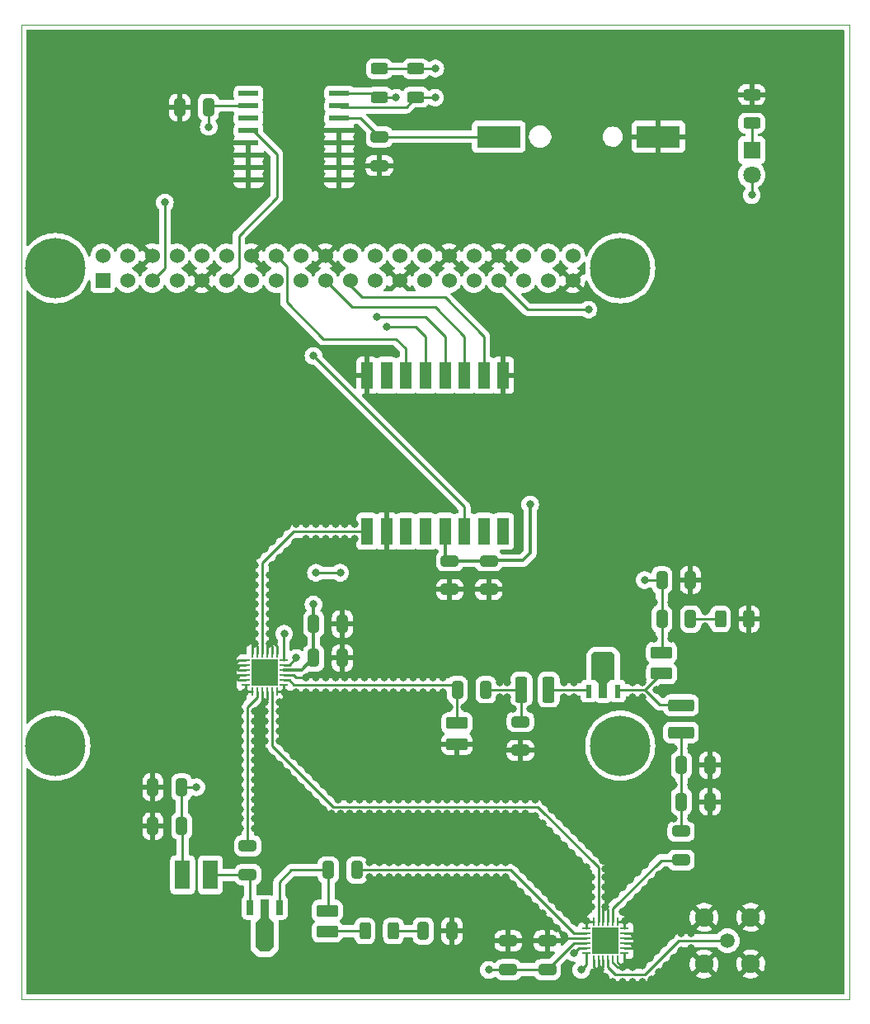
<source format=gbr>
%TF.GenerationSoftware,KiCad,Pcbnew,(6.0.7)*%
%TF.CreationDate,2022-10-30T05:00:52-05:00*%
%TF.ProjectId,GroundPCB,47726f75-6e64-4504-9342-2e6b69636164,1*%
%TF.SameCoordinates,Original*%
%TF.FileFunction,Copper,L1,Top*%
%TF.FilePolarity,Positive*%
%FSLAX46Y46*%
G04 Gerber Fmt 4.6, Leading zero omitted, Abs format (unit mm)*
G04 Created by KiCad (PCBNEW (6.0.7)) date 2022-10-30 05:00:52*
%MOMM*%
%LPD*%
G01*
G04 APERTURE LIST*
G04 Aperture macros list*
%AMRoundRect*
0 Rectangle with rounded corners*
0 $1 Rounding radius*
0 $2 $3 $4 $5 $6 $7 $8 $9 X,Y pos of 4 corners*
0 Add a 4 corners polygon primitive as box body*
4,1,4,$2,$3,$4,$5,$6,$7,$8,$9,$2,$3,0*
0 Add four circle primitives for the rounded corners*
1,1,$1+$1,$2,$3*
1,1,$1+$1,$4,$5*
1,1,$1+$1,$6,$7*
1,1,$1+$1,$8,$9*
0 Add four rect primitives between the rounded corners*
20,1,$1+$1,$2,$3,$4,$5,0*
20,1,$1+$1,$4,$5,$6,$7,0*
20,1,$1+$1,$6,$7,$8,$9,0*
20,1,$1+$1,$8,$9,$2,$3,0*%
%AMFreePoly0*
4,1,37,3.720550,1.194255,3.722286,1.193536,3.722291,1.193524,3.722302,1.193519,4.023552,0.889469,4.024254,0.887752,4.025000,0.885950,4.025000,-0.885950,4.024254,-0.887752,4.023552,-0.889469,3.722302,-1.193519,3.722291,-1.193524,3.722286,-1.193536,3.720550,-1.194255,3.718773,-1.195001,3.718760,-1.194996,3.718750,-1.195000,1.200000,-1.195000,1.196464,-1.193536,1.195000,-1.190000,
1.195000,-0.782427,0.806025,-0.395000,-0.675000,-0.395000,-0.678536,-0.393536,-0.680000,-0.390000,-0.680000,0.390000,-0.678536,0.393536,-0.675000,0.395000,0.806025,0.395000,1.195000,0.782427,1.195000,1.190000,1.196464,1.193536,1.200000,1.195000,3.718750,1.195000,3.718760,1.194996,3.718773,1.195001,3.720550,1.194255,3.720550,1.194255,$1*%
%AMFreePoly1*
4,1,11,0.965200,2.159000,0.965200,-0.254000,0.457200,-0.762000,0.457200,-2.667000,-0.457200,-2.667000,-0.457200,-0.762000,-0.965200,-0.254000,-0.965200,2.159000,-0.457200,2.667000,0.457200,2.667000,0.965200,2.159000,0.965200,2.159000,$1*%
G04 Aperture macros list end*
%TA.AperFunction,Profile*%
%ADD10C,0.100000*%
%TD*%
%TA.AperFunction,ComponentPad*%
%ADD11C,6.200000*%
%TD*%
%TA.AperFunction,ComponentPad*%
%ADD12C,1.524000*%
%TD*%
%TA.AperFunction,ComponentPad*%
%ADD13R,1.524000X1.524000*%
%TD*%
%TA.AperFunction,SMDPad,CuDef*%
%ADD14RoundRect,0.250000X-0.375000X-1.075000X0.375000X-1.075000X0.375000X1.075000X-0.375000X1.075000X0*%
%TD*%
%TA.AperFunction,SMDPad,CuDef*%
%ADD15RoundRect,0.250000X-0.850000X0.375000X-0.850000X-0.375000X0.850000X-0.375000X0.850000X0.375000X0*%
%TD*%
%TA.AperFunction,SMDPad,CuDef*%
%ADD16RoundRect,0.250000X0.650000X-0.325000X0.650000X0.325000X-0.650000X0.325000X-0.650000X-0.325000X0*%
%TD*%
%TA.AperFunction,SMDPad,CuDef*%
%ADD17RoundRect,0.250000X-0.312500X-0.625000X0.312500X-0.625000X0.312500X0.625000X-0.312500X0.625000X0*%
%TD*%
%TA.AperFunction,SMDPad,CuDef*%
%ADD18RoundRect,0.250000X-0.625000X0.312500X-0.625000X-0.312500X0.625000X-0.312500X0.625000X0.312500X0*%
%TD*%
%TA.AperFunction,SMDPad,CuDef*%
%ADD19R,2.700000X2.700000*%
%TD*%
%TA.AperFunction,SMDPad,CuDef*%
%ADD20R,0.250000X0.850000*%
%TD*%
%TA.AperFunction,SMDPad,CuDef*%
%ADD21R,0.850000X0.250000*%
%TD*%
%TA.AperFunction,SMDPad,CuDef*%
%ADD22RoundRect,0.250000X-0.325000X-0.650000X0.325000X-0.650000X0.325000X0.650000X-0.325000X0.650000X0*%
%TD*%
%TA.AperFunction,SMDPad,CuDef*%
%ADD23R,1.550000X3.000000*%
%TD*%
%TA.AperFunction,SMDPad,CuDef*%
%ADD24R,0.610000X1.350000*%
%TD*%
%TA.AperFunction,SMDPad,CuDef*%
%ADD25FreePoly0,90.000000*%
%TD*%
%TA.AperFunction,SMDPad,CuDef*%
%ADD26RoundRect,0.041300X-0.983700X-0.253700X0.983700X-0.253700X0.983700X0.253700X-0.983700X0.253700X0*%
%TD*%
%TA.AperFunction,SMDPad,CuDef*%
%ADD27RoundRect,0.250000X-0.650000X0.325000X-0.650000X-0.325000X0.650000X-0.325000X0.650000X0.325000X0*%
%TD*%
%TA.AperFunction,SMDPad,CuDef*%
%ADD28RoundRect,0.250000X0.325000X0.650000X-0.325000X0.650000X-0.325000X-0.650000X0.325000X-0.650000X0*%
%TD*%
%TA.AperFunction,ComponentPad*%
%ADD29C,1.920000*%
%TD*%
%TA.AperFunction,ComponentPad*%
%ADD30C,1.508000*%
%TD*%
%TA.AperFunction,ComponentPad*%
%ADD31R,1.800000X1.800000*%
%TD*%
%TA.AperFunction,ComponentPad*%
%ADD32C,1.800000*%
%TD*%
%TA.AperFunction,SMDPad,CuDef*%
%ADD33R,1.200000X2.800000*%
%TD*%
%TA.AperFunction,SMDPad,CuDef*%
%ADD34RoundRect,0.250000X-1.075000X0.375000X-1.075000X-0.375000X1.075000X-0.375000X1.075000X0.375000X0*%
%TD*%
%TA.AperFunction,SMDPad,CuDef*%
%ADD35RoundRect,0.250000X0.625000X-0.312500X0.625000X0.312500X-0.625000X0.312500X-0.625000X-0.312500X0*%
%TD*%
%TA.AperFunction,SMDPad,CuDef*%
%ADD36R,4.500000X2.300000*%
%TD*%
%TA.AperFunction,SMDPad,CuDef*%
%ADD37R,0.711200X1.498600*%
%TD*%
%TA.AperFunction,SMDPad,CuDef*%
%ADD38FreePoly1,180.000000*%
%TD*%
%TA.AperFunction,ViaPad*%
%ADD39C,0.800000*%
%TD*%
%TA.AperFunction,Conductor*%
%ADD40C,0.293370*%
%TD*%
%TA.AperFunction,Conductor*%
%ADD41C,0.250000*%
%TD*%
%TA.AperFunction,Conductor*%
%ADD42C,0.300000*%
%TD*%
G04 APERTURE END LIST*
D10*
X100000000Y-53500000D02*
X185000000Y-53500000D01*
X185000000Y-53500000D02*
X185000000Y-153500000D01*
X185000000Y-153500000D02*
X100000000Y-153500000D01*
X100000000Y-153500000D02*
X100000000Y-53500000D01*
D11*
%TO.P,A1,S4*%
%TO.N,N/C*%
X103500000Y-127500000D03*
%TO.P,A1,S3*%
X161500000Y-127500000D03*
%TO.P,A1,S2*%
X161500000Y-78500000D03*
%TO.P,A1,S1*%
X103500000Y-78500000D03*
D12*
%TO.P,A1,40,GPIO21*%
%TO.N,unconnected-(A1-Pad40)*%
X156630000Y-77230000D03*
%TO.P,A1,39,GND[3]*%
%TO.N,GND*%
X156630000Y-79770000D03*
%TO.P,A1,38,GPIO20*%
%TO.N,unconnected-(A1-Pad38)*%
X154090000Y-77230000D03*
%TO.P,A1,37,GPIO26*%
%TO.N,CTRL2B*%
X154090000Y-79770000D03*
%TO.P,A1,36,GPIO16*%
%TO.N,unconnected-(A1-Pad36)*%
X151550000Y-77230000D03*
%TO.P,A1,35,GPIO19*%
%TO.N,CTRL2A*%
X151550000Y-79770000D03*
%TO.P,A1,34,GND[7]*%
%TO.N,GND*%
X149010000Y-77230000D03*
%TO.P,A1,33,GPIO13*%
%TO.N,CTRL1B*%
X149010000Y-79770000D03*
%TO.P,A1,32,GPIO12*%
%TO.N,unconnected-(A1-Pad32)*%
X146470000Y-77230000D03*
%TO.P,A1,31,GPIO6*%
%TO.N,CTRL1A*%
X146470000Y-79770000D03*
%TO.P,A1,30,GND[6]*%
%TO.N,GND*%
X143930000Y-77230000D03*
%TO.P,A1,29,GPIO5*%
%TO.N,unconnected-(A1-Pad29)*%
X143930000Y-79770000D03*
%TO.P,A1,28,ID_SC*%
%TO.N,unconnected-(A1-Pad28)*%
X141390000Y-77230000D03*
%TO.P,A1,27,ID_SD*%
%TO.N,unconnected-(A1-Pad27)*%
X141390000Y-79770000D03*
%TO.P,A1,26,~{CE1/}GPIO7*%
%TO.N,unconnected-(A1-Pad26)*%
X138850000Y-77230000D03*
%TO.P,A1,25,GND[2]*%
%TO.N,GND*%
X138850000Y-79770000D03*
%TO.P,A1,24,~{CE0}/GPIO8*%
%TO.N,CS*%
X136310000Y-77230000D03*
%TO.P,A1,23,GPIO11/SCLK*%
%TO.N,SCLK*%
X136310000Y-79770000D03*
%TO.P,A1,22,GEN/6GPIO25*%
%TO.N,unconnected-(A1-Pad22)*%
X133770000Y-77230000D03*
%TO.P,A1,21,GPIO9/MISO*%
%TO.N,MISO*%
X133770000Y-79770000D03*
%TO.P,A1,20,GND[5]*%
%TO.N,GND*%
X131230000Y-77230000D03*
%TO.P,A1,19,GPIO10/MOSI*%
%TO.N,MOSI*%
X131230000Y-79770000D03*
%TO.P,A1,18,GEN5/GPIO24*%
%TO.N,DIO0*%
X128690000Y-77230000D03*
%TO.P,A1,17,3V3[2]*%
%TO.N,+3.3V*%
X128690000Y-79770000D03*
%TO.P,A1,16,GEN4/GPIO23*%
%TO.N,RST-TRX*%
X126150000Y-77230000D03*
%TO.P,A1,15,GPIO22/GEN3*%
%TO.N,unconnected-(A1-Pad15)*%
X126150000Y-79770000D03*
%TO.P,A1,14,GND[4]*%
%TO.N,GND*%
X123610000Y-77230000D03*
%TO.P,A1,13,GPIO27/GEN2*%
%TO.N,unconnected-(A1-Pad13)*%
X123610000Y-79770000D03*
%TO.P,A1,12,GPIO18*%
%TO.N,unconnected-(A1-Pad12)*%
X121070000Y-77230000D03*
%TO.P,A1,11,GPIO17/GEN0*%
%TO.N,RST-RTC*%
X121070000Y-79770000D03*
%TO.P,A1,10,RXD0/GPIO15*%
%TO.N,unconnected-(A1-Pad10)*%
X118530000Y-77230000D03*
%TO.P,A1,9,GND[1]*%
%TO.N,GND*%
X118530000Y-79770000D03*
%TO.P,A1,8,TXD0/GPIO14*%
%TO.N,unconnected-(A1-Pad8)*%
X115990000Y-77230000D03*
%TO.P,A1,7,GPIO4/GPCKL0*%
%TO.N,unconnected-(A1-Pad7)*%
X115990000Y-79770000D03*
%TO.P,A1,6,GND[8]*%
%TO.N,GND*%
X113450000Y-77230000D03*
%TO.P,A1,5,GPIO3/SCL*%
%TO.N,SCL*%
X113450000Y-79770000D03*
%TO.P,A1,4,5V[2]*%
%TO.N,+5V*%
X110910000Y-77230000D03*
%TO.P,A1,3,GPIO2/SDA*%
%TO.N,SDA*%
X110910000Y-79770000D03*
%TO.P,A1,2,5V[1]*%
%TO.N,+5V*%
X108370000Y-77230000D03*
D13*
%TO.P,A1,1,3V3[1]*%
%TO.N,unconnected-(A1-Pad1)*%
X108370000Y-79770000D03*
%TD*%
D14*
%TO.P,L3,2,2*%
%TO.N,Net-(L3-Pad2)*%
X154150000Y-121750000D03*
%TO.P,L3,1,1*%
%TO.N,Net-(C1-Pad2)*%
X151350000Y-121750000D03*
%TD*%
D15*
%TO.P,L1,2,2*%
%TO.N,GND*%
X144750000Y-127325000D03*
%TO.P,L1,1,1*%
%TO.N,PAMP-TRX*%
X144750000Y-125175000D03*
%TD*%
D16*
%TO.P,C5,2*%
%TO.N,LNA-TRX*%
X123250000Y-137775000D03*
%TO.P,C5,1*%
%TO.N,Net-(C5-Pad1)*%
X123250000Y-140725000D03*
%TD*%
D17*
%TO.P,R2,2*%
%TO.N,GND*%
X174712500Y-114500000D03*
%TO.P,R2,1*%
%TO.N,Net-(C9-Pad2)*%
X171787500Y-114500000D03*
%TD*%
D18*
%TO.P,R3,2*%
%TO.N,SDA*%
X140525000Y-60962500D03*
%TO.P,R3,1*%
%TO.N,+5V*%
X140525000Y-58037500D03*
%TD*%
D19*
%TO.P,IC2,25,PADDLE*%
%TO.N,GND*%
X160000000Y-147505000D03*
D20*
%TO.P,IC2,24,GND_15*%
X161250000Y-149455000D03*
%TO.P,IC2,23,GND_14*%
X160750000Y-149455000D03*
%TO.P,IC2,22,RF_COM*%
%TO.N,Net-(IC2-Pad22)*%
X160250000Y-149455000D03*
%TO.P,IC2,21,GND_13*%
%TO.N,GND*%
X159750000Y-149455000D03*
%TO.P,IC2,20,GND_12*%
X159250000Y-149455000D03*
%TO.P,IC2,19,CONTROL_3*%
X158750000Y-149455000D03*
D21*
%TO.P,IC2,18,CONTROL_2*%
%TO.N,CTRL2B*%
X158050000Y-148755000D03*
%TO.P,IC2,17,CONTROL_1*%
%TO.N,CTRL1B*%
X158050000Y-148255000D03*
%TO.P,IC2,16,VDD*%
%TO.N,+5V*%
X158050000Y-147755000D03*
%TO.P,IC2,15,GND_11*%
%TO.N,GND*%
X158050000Y-147255000D03*
%TO.P,IC2,14,RF1*%
%TO.N,LNA-ANT*%
X158050000Y-146755000D03*
%TO.P,IC2,13,GND_10*%
%TO.N,GND*%
X158050000Y-146255000D03*
D20*
%TO.P,IC2,12,GND_9*%
X158750000Y-145555000D03*
%TO.P,IC2,11,RF2*%
%TO.N,NOAMP*%
X159250000Y-145555000D03*
%TO.P,IC2,10,GND_8*%
%TO.N,GND*%
X159750000Y-145555000D03*
%TO.P,IC2,9,GND_7*%
X160250000Y-145555000D03*
%TO.P,IC2,8,RF3*%
%TO.N,PAMP-ANT*%
X160750000Y-145555000D03*
%TO.P,IC2,7,GND_6*%
%TO.N,GND*%
X161250000Y-145555000D03*
D21*
%TO.P,IC2,6,GND_5*%
X161950000Y-146255000D03*
%TO.P,IC2,5,RF4*%
X161950000Y-146755000D03*
%TO.P,IC2,4,GND_4*%
X161950000Y-147255000D03*
%TO.P,IC2,3,GND_3*%
X161950000Y-147755000D03*
%TO.P,IC2,2,GND_2*%
X161950000Y-148255000D03*
%TO.P,IC2,1,GND_1*%
X161950000Y-148755000D03*
%TD*%
D22*
%TO.P,C10,2*%
%TO.N,GND*%
X170725000Y-129500000D03*
%TO.P,C10,1*%
%TO.N,Net-(C10-Pad1)*%
X167775000Y-129500000D03*
%TD*%
D23*
%TO.P,L4,1*%
%TO.N,+5V*%
X116575000Y-140750000D03*
%TO.P,L4,2*%
%TO.N,Net-(C5-Pad1)*%
X119425000Y-140750000D03*
%TD*%
D15*
%TO.P,L5,2,2*%
%TO.N,Net-(L5-Pad2)*%
X165750000Y-120075000D03*
%TO.P,L5,1,1*%
%TO.N,+5V*%
X165750000Y-117925000D03*
%TD*%
D16*
%TO.P,C16,2*%
%TO.N,GND*%
X154000000Y-147525000D03*
%TO.P,C16,1*%
%TO.N,+5V*%
X154000000Y-150475000D03*
%TD*%
D24*
%TO.P,U1,3*%
%TO.N,Net-(L5-Pad2)*%
X161247500Y-121894000D03*
D25*
%TO.P,U1,2,GND*%
%TO.N,GND*%
X159752500Y-121894000D03*
D24*
%TO.P,U1,1*%
%TO.N,Net-(L3-Pad2)*%
X158257500Y-121894000D03*
%TD*%
D16*
%TO.P,C18,2*%
%TO.N,GND*%
X150000000Y-147525000D03*
%TO.P,C18,1*%
%TO.N,+5V*%
X150000000Y-150475000D03*
%TD*%
D22*
%TO.P,C17,2*%
%TO.N,GND*%
X132975000Y-115000000D03*
%TO.P,C17,1*%
%TO.N,+5V*%
X130025000Y-115000000D03*
%TD*%
D16*
%TO.P,C14,2*%
%TO.N,+3.3V*%
X144000000Y-108525000D03*
%TO.P,C14,1*%
%TO.N,GND*%
X144000000Y-111475000D03*
%TD*%
D22*
%TO.P,C15,2*%
%TO.N,GND*%
X132975000Y-118500000D03*
%TO.P,C15,1*%
%TO.N,+5V*%
X130025000Y-118500000D03*
%TD*%
%TO.P,C19,2*%
%TO.N,+5V*%
X119225000Y-62000000D03*
%TO.P,C19,1*%
%TO.N,GND*%
X116275000Y-62000000D03*
%TD*%
D26*
%TO.P,U4,16,SCL*%
%TO.N,SCL*%
X132655000Y-60555000D03*
%TO.P,U4,15,SDA*%
%TO.N,SDA*%
X132655000Y-61825000D03*
%TO.P,U4,14,VBAT*%
%TO.N,Net-(BT1-PadP)*%
X132655000Y-63095000D03*
%TO.P,U4,13,GND*%
%TO.N,GND*%
X132655000Y-64365000D03*
%TO.P,U4,12,GND*%
X132655000Y-65635000D03*
%TO.P,U4,11,GND*%
X132655000Y-66905000D03*
%TO.P,U4,10,GND*%
X132655000Y-68175000D03*
%TO.P,U4,9,GND*%
X132655000Y-69445000D03*
%TO.P,U4,8,GND*%
X123345000Y-69445000D03*
%TO.P,U4,7,GND*%
X123345000Y-68175000D03*
%TO.P,U4,6,GND*%
X123345000Y-66905000D03*
%TO.P,U4,5,GND*%
X123345000Y-65635000D03*
%TO.P,U4,4,~{RST}*%
%TO.N,RST-RTC*%
X123345000Y-64365000D03*
%TO.P,U4,3,~{INT}/SQW*%
%TO.N,unconnected-(U4-Pad3)*%
X123345000Y-63095000D03*
%TO.P,U4,2,VCC*%
%TO.N,+5V*%
X123345000Y-61825000D03*
%TO.P,U4,1,32KHZ*%
%TO.N,unconnected-(U4-Pad1)*%
X123345000Y-60555000D03*
%TD*%
D22*
%TO.P,C4,2*%
%TO.N,GND*%
X144225000Y-146500000D03*
%TO.P,C4,1*%
%TO.N,Net-(C4-Pad1)*%
X141275000Y-146500000D03*
%TD*%
%TO.P,C1,2*%
%TO.N,Net-(C1-Pad2)*%
X147725000Y-121750000D03*
%TO.P,C1,1*%
%TO.N,PAMP-TRX*%
X144775000Y-121750000D03*
%TD*%
D27*
%TO.P,C20,2*%
%TO.N,GND*%
X136775000Y-67975000D03*
%TO.P,C20,1*%
%TO.N,Net-(BT1-PadP)*%
X136775000Y-65025000D03*
%TD*%
D28*
%TO.P,C2,2*%
%TO.N,Net-(C2-Pad2)*%
X131525000Y-140250000D03*
%TO.P,C2,1*%
%TO.N,LNA-ANT*%
X134475000Y-140250000D03*
%TD*%
%TO.P,C6,2*%
%TO.N,GND*%
X113525000Y-131750000D03*
%TO.P,C6,1*%
%TO.N,+5V*%
X116475000Y-131750000D03*
%TD*%
D22*
%TO.P,C8,2*%
%TO.N,GND*%
X168725000Y-110500000D03*
%TO.P,C8,1*%
%TO.N,+5V*%
X165775000Y-110500000D03*
%TD*%
D29*
%TO.P,J1,G4*%
%TO.N,GND*%
X174900000Y-145100000D03*
%TO.P,J1,G3*%
X174900000Y-149900000D03*
%TO.P,J1,G2*%
X170100000Y-149900000D03*
%TO.P,J1,G1*%
X170100000Y-145100000D03*
D30*
%TO.P,J1,1*%
%TO.N,Net-(IC2-Pad22)*%
X172500000Y-147500000D03*
%TD*%
D17*
%TO.P,R1,2*%
%TO.N,Net-(C4-Pad1)*%
X138212500Y-146500000D03*
%TO.P,R1,1*%
%TO.N,Net-(L2-Pad2)*%
X135287500Y-146500000D03*
%TD*%
D31*
%TO.P,D1,1,K*%
%TO.N,Net-(D1-Pad1)*%
X175000000Y-66381250D03*
D32*
%TO.P,D1,2,A*%
%TO.N,+5V*%
X175000000Y-68921250D03*
%TD*%
D16*
%TO.P,C13,2*%
%TO.N,+3.3V*%
X148000000Y-108525000D03*
%TO.P,C13,1*%
%TO.N,GND*%
X148000000Y-111475000D03*
%TD*%
D33*
%TO.P,U3,16,DIO2*%
%TO.N,unconnected-(U3-Pad16)*%
X149500000Y-105500000D03*
%TO.P,U3,15,DIO1*%
%TO.N,unconnected-(U3-Pad15)*%
X147500000Y-105500000D03*
%TO.P,U3,14,DIO0*%
%TO.N,DIO0*%
X145500000Y-105500000D03*
%TO.P,U3,13,3.3V*%
%TO.N,+3.3V*%
X143500000Y-105500000D03*
%TO.P,U3,12,DIO4*%
%TO.N,unconnected-(U3-Pad12)*%
X141500000Y-105500000D03*
%TO.P,U3,11,DIO3*%
%TO.N,unconnected-(U3-Pad11)*%
X139500000Y-105500000D03*
%TO.P,U3,10,GND*%
%TO.N,GND*%
X137500000Y-105500000D03*
%TO.P,U3,9,ANT*%
%TO.N,TRX*%
X135500000Y-105500000D03*
%TO.P,U3,8,GND*%
%TO.N,GND*%
X135500000Y-89500000D03*
%TO.P,U3,7,DIO5*%
%TO.N,unconnected-(U3-Pad7)*%
X137500000Y-89500000D03*
%TO.P,U3,6,RESET*%
%TO.N,RST-TRX*%
X139500000Y-89500000D03*
%TO.P,U3,5,NSS*%
%TO.N,CS*%
X141500000Y-89500000D03*
%TO.P,U3,4,SCK*%
%TO.N,SCLK*%
X143500000Y-89500000D03*
%TO.P,U3,3,MOSI*%
%TO.N,MOSI*%
X145500000Y-89500000D03*
%TO.P,U3,2,MISO*%
%TO.N,MISO*%
X147500000Y-89500000D03*
%TO.P,U3,1,GND*%
%TO.N,GND*%
X149500000Y-89500000D03*
%TD*%
D34*
%TO.P,L6,2,2*%
%TO.N,Net-(C10-Pad1)*%
X167750000Y-126150000D03*
%TO.P,L6,1,1*%
%TO.N,Net-(L5-Pad2)*%
X167750000Y-123350000D03*
%TD*%
D27*
%TO.P,C12,2*%
%TO.N,PAMP-ANT*%
X167750000Y-139225000D03*
%TO.P,C12,1*%
%TO.N,Net-(C10-Pad1)*%
X167750000Y-136275000D03*
%TD*%
D35*
%TO.P,R5,2*%
%TO.N,GND*%
X175000000Y-60693750D03*
%TO.P,R5,1*%
%TO.N,Net-(D1-Pad1)*%
X175000000Y-63618750D03*
%TD*%
D18*
%TO.P,R4,2*%
%TO.N,SCL*%
X136775000Y-60962500D03*
%TO.P,R4,1*%
%TO.N,+5V*%
X136775000Y-58037500D03*
%TD*%
D36*
%TO.P,BT1,N*%
%TO.N,GND*%
X165425000Y-65000000D03*
%TO.P,BT1,P*%
%TO.N,Net-(BT1-PadP)*%
X149025000Y-65000000D03*
%TD*%
D15*
%TO.P,L2,2,2*%
%TO.N,Net-(L2-Pad2)*%
X131425000Y-146575000D03*
%TO.P,L2,1,1*%
%TO.N,Net-(C2-Pad2)*%
X131425000Y-144425000D03*
%TD*%
D27*
%TO.P,C3,2*%
%TO.N,GND*%
X151250000Y-127975000D03*
%TO.P,C3,1*%
%TO.N,Net-(C1-Pad2)*%
X151250000Y-125025000D03*
%TD*%
D28*
%TO.P,C7,2*%
%TO.N,GND*%
X113525000Y-135750000D03*
%TO.P,C7,1*%
%TO.N,+5V*%
X116475000Y-135750000D03*
%TD*%
D22*
%TO.P,C9,2*%
%TO.N,Net-(C9-Pad2)*%
X168725000Y-114500000D03*
%TO.P,C9,1*%
%TO.N,+5V*%
X165775000Y-114500000D03*
%TD*%
D19*
%TO.P,IC1,25,PADDLE*%
%TO.N,GND*%
X125000000Y-120000000D03*
D20*
%TO.P,IC1,24,GND_15*%
X123750000Y-118050000D03*
%TO.P,IC1,23,GND_14*%
X124250000Y-118050000D03*
%TO.P,IC1,22,RF_COM*%
%TO.N,TRX*%
X124750000Y-118050000D03*
%TO.P,IC1,21,GND_13*%
%TO.N,GND*%
X125250000Y-118050000D03*
%TO.P,IC1,20,GND_12*%
X125750000Y-118050000D03*
%TO.P,IC1,19,CONTROL_3*%
X126250000Y-118050000D03*
D21*
%TO.P,IC1,18,CONTROL_2*%
%TO.N,CTRL2A*%
X126950000Y-118750000D03*
%TO.P,IC1,17,CONTROL_1*%
%TO.N,CTRL1A*%
X126950000Y-119250000D03*
%TO.P,IC1,16,VDD*%
%TO.N,+5V*%
X126950000Y-119750000D03*
%TO.P,IC1,15,GND_11*%
%TO.N,GND*%
X126950000Y-120250000D03*
%TO.P,IC1,14,RF1*%
%TO.N,PAMP-TRX*%
X126950000Y-120750000D03*
%TO.P,IC1,13,GND_10*%
%TO.N,GND*%
X126950000Y-121250000D03*
D20*
%TO.P,IC1,12,GND_9*%
X126250000Y-121950000D03*
%TO.P,IC1,11,RF2*%
%TO.N,NOAMP*%
X125750000Y-121950000D03*
%TO.P,IC1,10,GND_8*%
%TO.N,GND*%
X125250000Y-121950000D03*
%TO.P,IC1,9,GND_7*%
X124750000Y-121950000D03*
%TO.P,IC1,8,RF3*%
%TO.N,LNA-TRX*%
X124250000Y-121950000D03*
%TO.P,IC1,7,GND_6*%
%TO.N,GND*%
X123750000Y-121950000D03*
D21*
%TO.P,IC1,6,GND_5*%
X123050000Y-121250000D03*
%TO.P,IC1,5,RF4*%
X123050000Y-120750000D03*
%TO.P,IC1,4,GND_4*%
X123050000Y-120250000D03*
%TO.P,IC1,3,GND_3*%
X123050000Y-119750000D03*
%TO.P,IC1,2,GND_2*%
X123050000Y-119250000D03*
%TO.P,IC1,1,GND_1*%
X123050000Y-118750000D03*
%TD*%
D22*
%TO.P,C11,2*%
%TO.N,GND*%
X170725000Y-133250000D03*
%TO.P,C11,1*%
%TO.N,Net-(C10-Pad1)*%
X167775000Y-133250000D03*
%TD*%
D37*
%TO.P,U2,3*%
%TO.N,Net-(C5-Pad1)*%
X123501400Y-144095000D03*
D38*
%TO.P,U2,2,GND*%
%TO.N,GND*%
X125000000Y-146000000D03*
D37*
%TO.P,U2,1*%
%TO.N,Net-(C2-Pad2)*%
X126498600Y-144095000D03*
%TD*%
D39*
%TO.N,+5V*%
X118000000Y-131750000D03*
%TO.N,CTRL1A*%
X128250000Y-118500000D03*
%TO.N,CTRL1B*%
X158250000Y-82750000D03*
X156750000Y-148750000D03*
%TO.N,GND*%
X128000000Y-128500000D03*
X161750000Y-150250000D03*
X144750000Y-141000000D03*
X125500000Y-112000000D03*
X124000000Y-114000000D03*
X170250000Y-115250000D03*
X155000000Y-146250000D03*
X158500000Y-142000000D03*
X126500000Y-125000000D03*
X155250000Y-134750000D03*
X124000000Y-136000000D03*
X134250000Y-120500000D03*
X161750000Y-151750000D03*
X130250000Y-133250000D03*
X131250000Y-122000000D03*
X143750000Y-139500000D03*
X122500000Y-135000000D03*
X122000000Y-120500000D03*
X159250000Y-119500000D03*
X148750000Y-134500000D03*
X124000000Y-117000000D03*
X139250000Y-120500000D03*
X124000000Y-116000000D03*
X136750000Y-133000000D03*
X152750000Y-133000000D03*
X137250000Y-120500000D03*
X158500000Y-141000000D03*
X155750000Y-122500000D03*
X149900000Y-122500000D03*
X134750000Y-134500000D03*
X166750000Y-116500000D03*
X147750000Y-134500000D03*
X124000000Y-133000000D03*
X140750000Y-139500000D03*
X159250000Y-118500000D03*
X122500000Y-127000000D03*
X133250000Y-106250000D03*
X154250000Y-145500000D03*
X124250000Y-108000000D03*
X163750000Y-121000000D03*
X148750000Y-141000000D03*
X156750000Y-122500000D03*
X159500000Y-150500000D03*
X132250000Y-106250000D03*
X125000000Y-120000000D03*
X126500000Y-124000000D03*
X147750000Y-133000000D03*
X129250000Y-122000000D03*
X160000000Y-143000000D03*
X139750000Y-139500000D03*
X156750000Y-145500000D03*
X129250000Y-106250000D03*
X126500000Y-105750000D03*
X125000000Y-123000000D03*
X141750000Y-141000000D03*
X138750000Y-134500000D03*
X125500000Y-117000000D03*
X130250000Y-106250000D03*
X125750000Y-109000000D03*
X168750000Y-131500000D03*
X160750000Y-148250000D03*
X163750000Y-150000000D03*
X154250000Y-136250000D03*
X129250000Y-120500000D03*
X149900000Y-121000000D03*
X156000000Y-144750000D03*
X125000000Y-107250000D03*
X125500000Y-147000000D03*
X152000000Y-143250000D03*
X162750000Y-121000000D03*
X130250000Y-120500000D03*
X141250000Y-120500000D03*
X148750000Y-133000000D03*
X127250000Y-127750000D03*
X125750000Y-119250000D03*
X164750000Y-141500000D03*
X162000000Y-145500000D03*
X127250000Y-105000000D03*
X122500000Y-133000000D03*
X149750000Y-141000000D03*
X124500000Y-148000000D03*
X144750000Y-134500000D03*
X151750000Y-133000000D03*
X125000000Y-124000000D03*
X152250000Y-123750000D03*
X124000000Y-124000000D03*
X150750000Y-134500000D03*
X124000000Y-129000000D03*
X124000000Y-131000000D03*
X149100000Y-121000000D03*
X155000000Y-137000000D03*
X124000000Y-113000000D03*
X142750000Y-141000000D03*
X136250000Y-120500000D03*
X141750000Y-133000000D03*
X162500000Y-141250000D03*
X142250000Y-120500000D03*
X122500000Y-136000000D03*
X136750000Y-139500000D03*
X158500000Y-144000000D03*
X137750000Y-134500000D03*
X125750000Y-106500000D03*
X128000000Y-131000000D03*
X162750000Y-151750000D03*
X142750000Y-133000000D03*
X145500000Y-123500000D03*
X146750000Y-139500000D03*
X124000000Y-110000000D03*
X157250000Y-139250000D03*
X136750000Y-134500000D03*
X131250000Y-104750000D03*
X131250000Y-106250000D03*
X127250000Y-130250000D03*
X165500000Y-150750000D03*
X137750000Y-141000000D03*
X135250000Y-120500000D03*
X154500000Y-143250000D03*
X166000000Y-147750000D03*
X132250000Y-122000000D03*
X133250000Y-104750000D03*
X156750000Y-121000000D03*
X165500000Y-140750000D03*
X165000000Y-112750000D03*
X160000000Y-142000000D03*
X124000000Y-128000000D03*
X126500000Y-108250000D03*
X142750000Y-139500000D03*
X147750000Y-139500000D03*
X160000000Y-140100000D03*
X123000000Y-122000000D03*
X152750000Y-144000000D03*
X166250000Y-150000000D03*
X167000000Y-135000000D03*
X161750000Y-144500000D03*
X158000000Y-140000000D03*
X125000000Y-128000000D03*
X161000000Y-142750000D03*
X153750000Y-133250000D03*
X153500000Y-135500000D03*
X140750000Y-133000000D03*
X141750000Y-139500000D03*
X165250000Y-121750000D03*
X139250000Y-122000000D03*
X164000000Y-139750000D03*
X127000000Y-122000000D03*
X138750000Y-139500000D03*
X144000000Y-123500000D03*
X143250000Y-122000000D03*
X135250000Y-122000000D03*
X122500000Y-134000000D03*
X145750000Y-133000000D03*
X125000000Y-146000000D03*
X137250000Y-122000000D03*
X130250000Y-104750000D03*
X150750000Y-139500000D03*
X166750000Y-112750000D03*
X125500000Y-113000000D03*
X160000000Y-147500000D03*
X138250000Y-122000000D03*
X147750000Y-141000000D03*
X134250000Y-104750000D03*
X125000000Y-127000000D03*
X125750000Y-120750000D03*
X156750000Y-136250000D03*
X127250000Y-107500000D03*
X161750000Y-142000000D03*
X168750000Y-127750000D03*
X149750000Y-139500000D03*
X153000000Y-141750000D03*
X140250000Y-122000000D03*
X126500000Y-127000000D03*
X135750000Y-133000000D03*
X125500000Y-116000000D03*
X151500000Y-140250000D03*
X132500000Y-133000000D03*
X124000000Y-112000000D03*
X134750000Y-133000000D03*
X125750000Y-128750000D03*
X164750000Y-151500000D03*
X124000000Y-109000000D03*
X125500000Y-148000000D03*
X131750000Y-132250000D03*
X134250000Y-106250000D03*
X145750000Y-134500000D03*
X142250000Y-122000000D03*
X168750000Y-135000000D03*
X160250000Y-118500000D03*
X163000000Y-147000000D03*
X155750000Y-121000000D03*
X167750000Y-148500000D03*
X126500000Y-126000000D03*
X159750000Y-139250000D03*
X163250000Y-140500000D03*
X163750000Y-151750000D03*
X132825000Y-134500000D03*
X125500000Y-115000000D03*
X143750000Y-141000000D03*
X128250000Y-122000000D03*
X168750000Y-146750000D03*
X167000000Y-149250000D03*
X122500000Y-128000000D03*
X170250000Y-113750000D03*
X159250000Y-148250000D03*
X162750000Y-150250000D03*
X122500000Y-130000000D03*
X128100000Y-106600000D03*
X153500000Y-144750000D03*
X158000000Y-145500000D03*
X124000000Y-115000000D03*
X140750000Y-134500000D03*
X146750000Y-134500000D03*
X134250000Y-122000000D03*
X129250000Y-104750000D03*
X159750000Y-120500000D03*
X156500000Y-138500000D03*
X131900000Y-134500000D03*
X130250000Y-122000000D03*
X128750000Y-129250000D03*
X131250000Y-120500000D03*
X133750000Y-133000000D03*
X165250000Y-148500000D03*
X133250000Y-120500000D03*
X151250000Y-142500000D03*
X142750000Y-134500000D03*
X160000000Y-151250000D03*
X122500000Y-124000000D03*
X124000000Y-135000000D03*
X146750000Y-133000000D03*
X122000000Y-119500000D03*
X126500000Y-129500000D03*
X137750000Y-133000000D03*
X163000000Y-148000000D03*
X122500000Y-126000000D03*
X164000000Y-142250000D03*
X136250000Y-122000000D03*
X158500000Y-143000000D03*
X167750000Y-146750000D03*
X148750000Y-139500000D03*
X126500000Y-123000000D03*
X156000000Y-135500000D03*
X124000000Y-125000000D03*
X160000000Y-144000000D03*
X122500000Y-129000000D03*
X124000000Y-126000000D03*
X141750000Y-134500000D03*
X130250000Y-130750000D03*
X149750000Y-134500000D03*
X125500000Y-114000000D03*
X160750000Y-151750000D03*
X129500000Y-132500000D03*
X159000000Y-138500000D03*
X166750000Y-147000000D03*
X133750000Y-134500000D03*
X122500000Y-131000000D03*
X167000000Y-131500000D03*
X151750000Y-134500000D03*
X138750000Y-141000000D03*
X124000000Y-130000000D03*
X140250000Y-120500000D03*
X152750000Y-134750000D03*
X165000000Y-116500000D03*
X131000000Y-131500000D03*
X145750000Y-141000000D03*
X135750000Y-134500000D03*
X139750000Y-134500000D03*
X122500000Y-123000000D03*
X158250000Y-137750000D03*
X128750000Y-131750000D03*
X163750000Y-122500000D03*
X138750000Y-133000000D03*
X137750000Y-139500000D03*
X143250000Y-120500000D03*
X125500000Y-110000000D03*
X143750000Y-134500000D03*
X124250000Y-120750000D03*
X125000000Y-125000000D03*
X150500000Y-123750000D03*
X125000000Y-144750000D03*
X128250000Y-104750000D03*
X139750000Y-141000000D03*
X157500000Y-137000000D03*
X135750000Y-141000000D03*
X160250000Y-119500000D03*
X160000000Y-141000000D03*
X154500000Y-134000000D03*
X133250000Y-122000000D03*
X168750000Y-148250000D03*
X153750000Y-142500000D03*
X132250000Y-120500000D03*
X160750000Y-146750000D03*
X124250000Y-119250000D03*
X124000000Y-127000000D03*
X149750000Y-133000000D03*
X143750000Y-133000000D03*
X155250000Y-144000000D03*
X136750000Y-141000000D03*
X124000000Y-111000000D03*
X150750000Y-133000000D03*
X164500000Y-149250000D03*
X155750000Y-147000000D03*
X125500000Y-111000000D03*
X140750000Y-141000000D03*
X162500000Y-143750000D03*
X124000000Y-134000000D03*
X141250000Y-122000000D03*
X139750000Y-133000000D03*
X125000000Y-126000000D03*
X144750000Y-139500000D03*
X152250000Y-141000000D03*
X150500000Y-141750000D03*
X159750000Y-121750000D03*
X146750000Y-141000000D03*
X167000000Y-127750000D03*
X155750000Y-137750000D03*
X144750000Y-133000000D03*
X132250000Y-104750000D03*
X129500000Y-130000000D03*
X162750000Y-122500000D03*
X138250000Y-120500000D03*
X145750000Y-139500000D03*
X135750000Y-139500000D03*
X149100000Y-122500000D03*
X163250000Y-143000000D03*
X122500000Y-132000000D03*
X131000000Y-134000000D03*
X124500000Y-147000000D03*
X124000000Y-132000000D03*
X122500000Y-125000000D03*
X159250000Y-146750000D03*
%TO.N,CTRL2A*%
X130250000Y-109750000D03*
X132750000Y-109750000D03*
X127000000Y-116000000D03*
%TO.N,CTRL2B*%
X157500000Y-150500000D03*
%TO.N,+3.3V*%
X152250000Y-102750000D03*
%TO.N,+5V*%
X142525000Y-58000000D03*
X130000000Y-113000000D03*
X119250000Y-64000000D03*
X175000000Y-71000000D03*
X164000000Y-110500000D03*
X148000000Y-150500000D03*
%TO.N,SDA*%
X142500000Y-61000000D03*
%TO.N,SCL*%
X138500000Y-61000000D03*
X114750000Y-71750000D03*
%TO.N,SCLK*%
X136500000Y-83500000D03*
%TO.N,CS*%
X137500000Y-84500000D03*
%TO.N,DIO0*%
X130000000Y-87500000D03*
%TD*%
D40*
%TO.N,+5V*%
X175000000Y-68921250D02*
X175000000Y-71000000D01*
X116475000Y-131750000D02*
X118000000Y-131750000D01*
X116475000Y-135750000D02*
X116475000Y-131750000D01*
D41*
%TO.N,GND*%
X128250000Y-120500000D02*
X129250000Y-120500000D01*
X128000000Y-120250000D02*
X128250000Y-120500000D01*
%TO.N,CTRL2A*%
X130250000Y-109750000D02*
X132750000Y-109750000D01*
%TO.N,Net-(L5-Pad2)*%
X164050305Y-121774695D02*
X165750000Y-120075000D01*
X164050305Y-121775000D02*
X164050305Y-121774695D01*
X165525305Y-123250000D02*
X167650000Y-123250000D01*
X164050305Y-121775000D02*
X165525305Y-123250000D01*
X161366500Y-121775000D02*
X164050305Y-121775000D01*
D40*
%TO.N,Net-(C10-Pad1)*%
X167775000Y-129500000D02*
X167775000Y-133250000D01*
X167750000Y-126150000D02*
X167750000Y-129475000D01*
%TO.N,PAMP-ANT*%
X165725000Y-139250000D02*
X167725000Y-139250000D01*
X160750000Y-144225000D02*
X165725000Y-139250000D01*
X160750000Y-145550000D02*
X160750000Y-144225000D01*
%TO.N,Net-(C10-Pad1)*%
X167775000Y-133250000D02*
X167775000Y-136250000D01*
D41*
%TO.N,Net-(C1-Pad2)*%
X151350000Y-121750000D02*
X151350000Y-124925000D01*
X147725000Y-121750000D02*
X151350000Y-121750000D01*
%TO.N,CTRL1A*%
X127500000Y-119250000D02*
X128250000Y-118500000D01*
X126950000Y-119250000D02*
X127500000Y-119250000D01*
%TO.N,Net-(L3-Pad2)*%
X158113500Y-121750000D02*
X154150000Y-121750000D01*
%TO.N,CTRL1B*%
X151990000Y-82750000D02*
X149010000Y-79770000D01*
X158050000Y-148255000D02*
X157245000Y-148255000D01*
X157245000Y-148255000D02*
X156750000Y-148750000D01*
X158250000Y-82750000D02*
X151990000Y-82750000D01*
D40*
%TO.N,NOAMP*%
X125750000Y-127500000D02*
X132000000Y-133750000D01*
X159250000Y-140000000D02*
X159250000Y-145550000D01*
X132000000Y-133750000D02*
X153000000Y-133750000D01*
X153000000Y-133750000D02*
X159250000Y-140000000D01*
X125750000Y-121950000D02*
X125750000Y-127500000D01*
%TO.N,LNA-TRX*%
X124250000Y-122500000D02*
X123250000Y-123500000D01*
X123250000Y-123500000D02*
X123250000Y-137775000D01*
X124250000Y-121950000D02*
X124250000Y-122500000D01*
%TO.N,PAMP-TRX*%
X128000000Y-121250000D02*
X127500000Y-120750000D01*
X144275000Y-121250000D02*
X144775000Y-121750000D01*
X128000000Y-121250000D02*
X144275000Y-121250000D01*
X127500000Y-120750000D02*
X126950000Y-120750000D01*
X144750000Y-125175000D02*
X144750000Y-121775000D01*
D41*
%TO.N,GND*%
X122250000Y-120250000D02*
X122000000Y-120500000D01*
X159000000Y-150500000D02*
X159500000Y-150500000D01*
X125750000Y-118050000D02*
X125750000Y-117250000D01*
X126950000Y-121250000D02*
X126950000Y-121950000D01*
X161950000Y-145550000D02*
X162000000Y-145500000D01*
X161950000Y-147255000D02*
X162745000Y-147255000D01*
X122250000Y-118750000D02*
X122000000Y-119000000D01*
X122250000Y-120750000D02*
X122000000Y-120500000D01*
X161950000Y-147755000D02*
X162755000Y-147755000D01*
X122250000Y-119750000D02*
X122000000Y-119500000D01*
X123050000Y-120250000D02*
X122250000Y-120250000D01*
X123050000Y-119250000D02*
X122250000Y-119250000D01*
X159250000Y-150250000D02*
X159500000Y-150500000D01*
X161250000Y-150250000D02*
X161750000Y-150250000D01*
X158750000Y-150250000D02*
X159000000Y-150500000D01*
X161250000Y-149750000D02*
X161750000Y-150250000D01*
X125250000Y-121950000D02*
X125250000Y-122750000D01*
X158750000Y-149455000D02*
X158750000Y-150250000D01*
X160750000Y-149750000D02*
X161250000Y-150250000D01*
X126950000Y-120250000D02*
X128000000Y-120250000D01*
X159750000Y-145555000D02*
X159750000Y-144250000D01*
X161950000Y-148255000D02*
X162745000Y-148255000D01*
X161950000Y-148755000D02*
X161950000Y-150050000D01*
X161950000Y-146755000D02*
X162755000Y-146755000D01*
X158750000Y-145555000D02*
X158055000Y-145555000D01*
X156005000Y-147255000D02*
X155750000Y-147000000D01*
X161950000Y-146255000D02*
X161950000Y-145550000D01*
X158050000Y-146255000D02*
X158050000Y-145550000D01*
X159750000Y-144250000D02*
X160000000Y-144000000D01*
X162745000Y-148255000D02*
X163000000Y-148000000D01*
X123050000Y-119750000D02*
X122250000Y-119750000D01*
X126250000Y-117250000D02*
X126000000Y-117000000D01*
X124750000Y-121950000D02*
X124750000Y-122750000D01*
X123750000Y-118050000D02*
X123750000Y-117250000D01*
X123050000Y-120750000D02*
X122250000Y-120750000D01*
X124750000Y-122750000D02*
X125000000Y-123000000D01*
X162755000Y-146755000D02*
X163000000Y-147000000D01*
X126250000Y-121950000D02*
X126950000Y-121950000D01*
X122000000Y-119000000D02*
X122000000Y-119500000D01*
X159750000Y-149455000D02*
X159750000Y-150250000D01*
X161250000Y-145555000D02*
X161945000Y-145555000D01*
X124250000Y-117250000D02*
X124000000Y-117000000D01*
X159250000Y-149455000D02*
X159250000Y-150250000D01*
X122250000Y-119250000D02*
X122000000Y-119500000D01*
X126950000Y-121950000D02*
X127000000Y-122000000D01*
X126250000Y-118050000D02*
X126250000Y-117250000D01*
X161950000Y-150050000D02*
X161750000Y-150250000D01*
X125250000Y-122750000D02*
X125000000Y-123000000D01*
X160250000Y-144250000D02*
X160000000Y-144000000D01*
X160250000Y-145555000D02*
X160250000Y-144250000D01*
X125750000Y-117250000D02*
X125500000Y-117000000D01*
X158050000Y-145550000D02*
X158000000Y-145500000D01*
X124250000Y-118050000D02*
X124250000Y-117250000D01*
X123050000Y-121250000D02*
X123050000Y-121950000D01*
X162755000Y-147755000D02*
X163000000Y-148000000D01*
X161945000Y-145555000D02*
X162000000Y-145500000D01*
X123750000Y-121950000D02*
X123050000Y-121950000D01*
X126000000Y-117000000D02*
X125500000Y-117000000D01*
X162745000Y-147255000D02*
X163000000Y-147000000D01*
X159750000Y-150250000D02*
X159500000Y-150500000D01*
X158055000Y-145555000D02*
X158000000Y-145500000D01*
X123050000Y-121950000D02*
X123000000Y-122000000D01*
X123750000Y-117250000D02*
X124000000Y-117000000D01*
X125250000Y-117250000D02*
X125500000Y-117000000D01*
X125250000Y-118050000D02*
X125250000Y-117250000D01*
X158050000Y-147255000D02*
X156005000Y-147255000D01*
X123050000Y-118750000D02*
X122250000Y-118750000D01*
D40*
%TO.N,Net-(IC2-Pad22)*%
X160250000Y-149450000D02*
X160250000Y-150250000D01*
X164000000Y-151000000D02*
X167500000Y-147500000D01*
X161000000Y-151000000D02*
X164000000Y-151000000D01*
X167500000Y-147500000D02*
X172500000Y-147500000D01*
X160250000Y-150250000D02*
X161000000Y-151000000D01*
D41*
%TO.N,CTRL2A*%
X126950000Y-116050000D02*
X127000000Y-116000000D01*
X126950000Y-118750000D02*
X126950000Y-116050000D01*
%TO.N,CTRL2B*%
X158050000Y-148755000D02*
X158050000Y-149950000D01*
X158050000Y-149950000D02*
X157500000Y-150500000D01*
D40*
%TO.N,TRX*%
X128000000Y-105500000D02*
X135500000Y-105500000D01*
X124750000Y-108750000D02*
X128000000Y-105500000D01*
X124750000Y-118050000D02*
X124750000Y-108750000D01*
D42*
%TO.N,+3.3V*%
X151500000Y-108500000D02*
X152250000Y-107750000D01*
X143500000Y-108025000D02*
X144000000Y-108525000D01*
X143500000Y-105500000D02*
X143500000Y-108025000D01*
X148025000Y-108500000D02*
X151500000Y-108500000D01*
X144000000Y-108525000D02*
X148000000Y-108525000D01*
X152250000Y-107750000D02*
X152250000Y-102750000D01*
D41*
%TO.N,+5V*%
X119225000Y-63975000D02*
X119250000Y-64000000D01*
X158050000Y-147755000D02*
X156720000Y-147755000D01*
D42*
X130025000Y-115000000D02*
X130025000Y-113025000D01*
X128775000Y-119750000D02*
X130025000Y-118500000D01*
X126950000Y-119750000D02*
X128775000Y-119750000D01*
D40*
X150000000Y-150475000D02*
X148025000Y-150475000D01*
X165775000Y-110500000D02*
X164000000Y-110500000D01*
D41*
X142487500Y-58037500D02*
X142525000Y-58000000D01*
X123345000Y-61825000D02*
X119400000Y-61825000D01*
D40*
X148025000Y-150475000D02*
X148000000Y-150500000D01*
D41*
X140525000Y-58037500D02*
X142487500Y-58037500D01*
D40*
X165775000Y-114500000D02*
X165775000Y-117900000D01*
X116575000Y-140750000D02*
X116575000Y-135850000D01*
D41*
X156720000Y-147755000D02*
X154000000Y-150475000D01*
D40*
X154000000Y-150475000D02*
X150000000Y-150475000D01*
X165775000Y-114500000D02*
X165775000Y-110500000D01*
D41*
X119225000Y-62000000D02*
X119225000Y-63975000D01*
D42*
X130025000Y-113025000D02*
X130000000Y-113000000D01*
D41*
X140525000Y-58037500D02*
X136775000Y-58037500D01*
D42*
X130025000Y-115000000D02*
X130025000Y-118500000D01*
D40*
%TO.N,LNA-ANT*%
X150250000Y-140250000D02*
X134475000Y-140250000D01*
X156750000Y-146750000D02*
X150250000Y-140250000D01*
X158050000Y-146750000D02*
X156750000Y-146750000D01*
D41*
%TO.N,SDA*%
X132855000Y-62000000D02*
X139525000Y-62000000D01*
X132680000Y-61825000D02*
X132855000Y-62000000D01*
X139525000Y-62000000D02*
X140525000Y-61000000D01*
X142462500Y-60962500D02*
X142500000Y-61000000D01*
X140525000Y-60962500D02*
X142462500Y-60962500D01*
%TO.N,SCL*%
X113450000Y-79770000D02*
X114750000Y-78470000D01*
X136775000Y-60962500D02*
X138462500Y-60962500D01*
X132680000Y-60555000D02*
X136367500Y-60555000D01*
X114750000Y-78470000D02*
X114750000Y-71750000D01*
X138462500Y-60962500D02*
X138500000Y-61000000D01*
%TO.N,MISO*%
X147500000Y-85500000D02*
X143500000Y-81500000D01*
X147500000Y-89500000D02*
X147500000Y-85500000D01*
X143500000Y-81500000D02*
X135000000Y-81500000D01*
X135000000Y-81500000D02*
X133770000Y-80270000D01*
%TO.N,MOSI*%
X145500000Y-85500000D02*
X142500000Y-82500000D01*
X142500000Y-82500000D02*
X133960000Y-82500000D01*
X145500000Y-89500000D02*
X145500000Y-85500000D01*
X133960000Y-82500000D02*
X131230000Y-79770000D01*
%TO.N,SCLK*%
X143500000Y-85500000D02*
X141500000Y-83500000D01*
X141500000Y-83500000D02*
X136500000Y-83500000D01*
X143500000Y-89500000D02*
X143500000Y-85500000D01*
%TO.N,CS*%
X140500000Y-84500000D02*
X137500000Y-84500000D01*
X141500000Y-89500000D02*
X141500000Y-85500000D01*
X141500000Y-85500000D02*
X140500000Y-84500000D01*
D40*
%TO.N,RST-TRX*%
X127258685Y-82008685D02*
X127258685Y-78338685D01*
X131000000Y-85750000D02*
X127258685Y-82008685D01*
X139500000Y-89500000D02*
X139500000Y-86750000D01*
X138500000Y-85750000D02*
X131000000Y-85750000D01*
X139500000Y-86750000D02*
X138500000Y-85750000D01*
X127258685Y-78338685D02*
X126150000Y-77230000D01*
D41*
%TO.N,Net-(BT1-PadP)*%
X134845000Y-63095000D02*
X136775000Y-65025000D01*
X149050000Y-65000000D02*
X136800000Y-65000000D01*
X132680000Y-63095000D02*
X134845000Y-63095000D01*
%TO.N,Net-(C2-Pad2)*%
X126498600Y-144095000D02*
X126498600Y-141501400D01*
D40*
X131525000Y-140250000D02*
X131525000Y-144325000D01*
D41*
X127750000Y-140250000D02*
X131525000Y-140250000D01*
X126498600Y-141501400D02*
X127750000Y-140250000D01*
%TO.N,Net-(C5-Pad1)*%
X119425000Y-140750000D02*
X123225000Y-140750000D01*
D40*
X123501400Y-140976400D02*
X123501400Y-144095000D01*
D41*
%TO.N,DIO0*%
X145500000Y-103000000D02*
X130000000Y-87500000D01*
X145500000Y-105500000D02*
X145500000Y-103000000D01*
%TO.N,RST-RTC*%
X122332964Y-78507036D02*
X122332964Y-75167036D01*
X126250000Y-66784574D02*
X123830426Y-64365000D01*
X126250000Y-71250000D02*
X126250000Y-66784574D01*
X121070000Y-79770000D02*
X122332964Y-78507036D01*
X122332964Y-75167036D02*
X126250000Y-71250000D01*
D40*
%TO.N,Net-(C4-Pad1)*%
X141275000Y-146500000D02*
X138212500Y-146500000D01*
%TO.N,Net-(C9-Pad2)*%
X168725000Y-114500000D02*
X171787500Y-114500000D01*
D41*
%TO.N,Net-(D1-Pad1)*%
X175000000Y-63618750D02*
X175000000Y-66381250D01*
D40*
%TO.N,Net-(L2-Pad2)*%
X135287500Y-146500000D02*
X131500000Y-146500000D01*
%TD*%
%TA.AperFunction,Conductor*%
%TO.N,GND*%
G36*
X184441621Y-54020502D02*
G01*
X184488114Y-54074158D01*
X184499500Y-54126500D01*
X184499500Y-152873500D01*
X184479498Y-152941621D01*
X184425842Y-152988114D01*
X184373500Y-152999500D01*
X100626500Y-152999500D01*
X100558379Y-152979498D01*
X100511886Y-152925842D01*
X100500500Y-152873500D01*
X100500500Y-139202623D01*
X115299500Y-139202623D01*
X115299501Y-142297376D01*
X115306149Y-142358580D01*
X115356474Y-142492824D01*
X115361854Y-142500003D01*
X115361856Y-142500006D01*
X115437072Y-142600365D01*
X115442454Y-142607546D01*
X115449635Y-142612928D01*
X115549994Y-142688144D01*
X115549997Y-142688146D01*
X115557176Y-142693526D01*
X115646561Y-142727034D01*
X115684025Y-142741079D01*
X115684027Y-142741079D01*
X115691420Y-142743851D01*
X115699270Y-142744704D01*
X115699271Y-142744704D01*
X115749217Y-142750130D01*
X115752623Y-142750500D01*
X116574879Y-142750500D01*
X117397376Y-142750499D01*
X117400770Y-142750130D01*
X117400776Y-142750130D01*
X117450722Y-142744705D01*
X117450726Y-142744704D01*
X117458580Y-142743851D01*
X117592824Y-142693526D01*
X117600003Y-142688146D01*
X117600006Y-142688144D01*
X117700365Y-142612928D01*
X117707546Y-142607546D01*
X117712928Y-142600365D01*
X117788144Y-142500006D01*
X117788146Y-142500003D01*
X117793526Y-142492824D01*
X117843851Y-142358580D01*
X117850500Y-142297377D01*
X117850499Y-139202624D01*
X117850499Y-139202623D01*
X118149500Y-139202623D01*
X118149501Y-142297376D01*
X118156149Y-142358580D01*
X118206474Y-142492824D01*
X118211854Y-142500003D01*
X118211856Y-142500006D01*
X118287072Y-142600365D01*
X118292454Y-142607546D01*
X118299635Y-142612928D01*
X118399994Y-142688144D01*
X118399997Y-142688146D01*
X118407176Y-142693526D01*
X118496561Y-142727034D01*
X118534025Y-142741079D01*
X118534027Y-142741079D01*
X118541420Y-142743851D01*
X118549270Y-142744704D01*
X118549271Y-142744704D01*
X118599217Y-142750130D01*
X118602623Y-142750500D01*
X119424879Y-142750500D01*
X120247376Y-142750499D01*
X120250770Y-142750130D01*
X120250776Y-142750130D01*
X120300722Y-142744705D01*
X120300726Y-142744704D01*
X120308580Y-142743851D01*
X120442824Y-142693526D01*
X120450003Y-142688146D01*
X120450006Y-142688144D01*
X120550365Y-142612928D01*
X120557546Y-142607546D01*
X120562928Y-142600365D01*
X120638144Y-142500006D01*
X120638146Y-142500003D01*
X120643526Y-142492824D01*
X120693851Y-142358580D01*
X120700500Y-142297377D01*
X120700500Y-141501500D01*
X120720502Y-141433379D01*
X120774158Y-141386886D01*
X120826500Y-141375500D01*
X121848618Y-141375500D01*
X121916739Y-141395502D01*
X121955759Y-141435193D01*
X122007834Y-141519345D01*
X122131689Y-141642984D01*
X122137919Y-141646824D01*
X122137920Y-141646825D01*
X122148644Y-141653435D01*
X122280666Y-141734814D01*
X122287614Y-141737119D01*
X122287615Y-141737119D01*
X122440241Y-141787744D01*
X122440243Y-141787745D01*
X122446772Y-141789910D01*
X122550134Y-141800500D01*
X122728215Y-141800500D01*
X122796336Y-141820502D01*
X122842829Y-141874158D01*
X122854215Y-141926500D01*
X122854215Y-142875692D01*
X122834213Y-142943813D01*
X122803780Y-142976518D01*
X122788254Y-142988154D01*
X122782872Y-142995335D01*
X122707656Y-143095694D01*
X122707654Y-143095697D01*
X122702274Y-143102876D01*
X122651949Y-143237120D01*
X122645300Y-143298323D01*
X122645301Y-144891676D01*
X122651949Y-144952880D01*
X122702274Y-145087124D01*
X122707654Y-145094303D01*
X122707656Y-145094306D01*
X122761197Y-145165744D01*
X122788254Y-145201846D01*
X122795435Y-145207228D01*
X122895794Y-145282444D01*
X122895797Y-145282446D01*
X122902976Y-145287826D01*
X122935019Y-145299838D01*
X123029825Y-145335379D01*
X123029827Y-145335379D01*
X123037220Y-145338151D01*
X123045070Y-145339004D01*
X123045071Y-145339004D01*
X123095017Y-145344430D01*
X123098423Y-145344800D01*
X123106774Y-145344800D01*
X123462946Y-145344799D01*
X123531065Y-145364801D01*
X123577558Y-145418456D01*
X123587663Y-145488730D01*
X123577559Y-145523141D01*
X123565552Y-145549434D01*
X123541881Y-145601266D01*
X123540598Y-145610189D01*
X123538310Y-145626100D01*
X123521071Y-145746000D01*
X123521071Y-148159000D01*
X123532811Y-148268201D01*
X123583911Y-148405204D01*
X123589310Y-148412416D01*
X123589311Y-148412418D01*
X123647739Y-148490468D01*
X123671539Y-148522261D01*
X124179539Y-149030261D01*
X124182164Y-149032376D01*
X124182168Y-149032380D01*
X124182887Y-149032959D01*
X124265057Y-149099176D01*
X124398066Y-149159919D01*
X124542800Y-149180729D01*
X125457200Y-149180729D01*
X125460547Y-149180369D01*
X125460550Y-149180369D01*
X125500764Y-149176046D01*
X125566401Y-149168989D01*
X125703404Y-149117889D01*
X125763074Y-149073221D01*
X125816857Y-149032959D01*
X125816858Y-149032958D01*
X125820461Y-149030261D01*
X126328461Y-148522261D01*
X126330660Y-148519533D01*
X126373566Y-148466289D01*
X126397376Y-148436743D01*
X126458119Y-148303734D01*
X126478929Y-148159000D01*
X126478929Y-145746000D01*
X126477391Y-145731689D01*
X126468031Y-145644633D01*
X126467189Y-145636799D01*
X126464437Y-145629421D01*
X126464435Y-145629412D01*
X126421698Y-145514833D01*
X126416632Y-145444018D01*
X126450657Y-145381705D01*
X126512969Y-145347680D01*
X126539753Y-145344800D01*
X126893309Y-145344799D01*
X126901576Y-145344799D01*
X126904970Y-145344430D01*
X126904976Y-145344430D01*
X126954922Y-145339005D01*
X126954926Y-145339004D01*
X126962780Y-145338151D01*
X127097024Y-145287826D01*
X127104203Y-145282446D01*
X127104206Y-145282444D01*
X127204565Y-145207228D01*
X127211746Y-145201846D01*
X127238803Y-145165744D01*
X127292344Y-145094306D01*
X127292346Y-145094303D01*
X127297726Y-145087124D01*
X127348051Y-144952880D01*
X127354700Y-144891677D01*
X127354699Y-143298324D01*
X127348051Y-143237120D01*
X127297726Y-143102876D01*
X127292346Y-143095697D01*
X127292344Y-143095694D01*
X127217130Y-142995338D01*
X127211746Y-142988154D01*
X127204561Y-142982769D01*
X127174535Y-142960265D01*
X127132020Y-142903406D01*
X127124100Y-142859439D01*
X127124100Y-141812681D01*
X127144102Y-141744560D01*
X127161005Y-141723585D01*
X127972187Y-140912404D01*
X128034499Y-140878379D01*
X128061282Y-140875500D01*
X130328181Y-140875500D01*
X130396302Y-140895502D01*
X130442795Y-140949158D01*
X130453508Y-140988495D01*
X130460359Y-141054519D01*
X130462540Y-141061055D01*
X130462540Y-141061057D01*
X130502377Y-141180464D01*
X130515744Y-141220529D01*
X130607834Y-141369345D01*
X130731689Y-141492984D01*
X130737919Y-141496824D01*
X130737920Y-141496825D01*
X130817931Y-141546144D01*
X130865424Y-141598916D01*
X130877815Y-141653404D01*
X130877815Y-143173500D01*
X130857813Y-143241621D01*
X130804157Y-143288114D01*
X130751815Y-143299500D01*
X130525134Y-143299500D01*
X130521888Y-143299837D01*
X130521884Y-143299837D01*
X130427339Y-143309647D01*
X130427335Y-143309648D01*
X130420481Y-143310359D01*
X130413945Y-143312540D01*
X130413943Y-143312540D01*
X130274860Y-143358942D01*
X130254471Y-143365744D01*
X130105655Y-143457834D01*
X129982016Y-143581689D01*
X129890186Y-143730666D01*
X129887881Y-143737614D01*
X129887881Y-143737615D01*
X129843777Y-143870583D01*
X129835090Y-143896772D01*
X129824500Y-144000134D01*
X129824500Y-144849866D01*
X129824837Y-144853112D01*
X129824837Y-144853116D01*
X129834515Y-144946383D01*
X129835359Y-144954519D01*
X129837540Y-144961055D01*
X129837540Y-144961057D01*
X129854668Y-145012396D01*
X129890744Y-145120529D01*
X129936621Y-145194665D01*
X129978918Y-145263016D01*
X129982834Y-145269345D01*
X130106689Y-145392984D01*
X130112921Y-145396825D01*
X130118445Y-145401188D01*
X130159508Y-145459105D01*
X130162740Y-145530028D01*
X130127115Y-145591439D01*
X130117285Y-145599021D01*
X130117615Y-145599437D01*
X130111883Y-145603980D01*
X130105655Y-145607834D01*
X130100482Y-145613016D01*
X130076232Y-145637308D01*
X129982016Y-145731689D01*
X129978176Y-145737919D01*
X129978175Y-145737920D01*
X129973195Y-145746000D01*
X129890186Y-145880666D01*
X129887881Y-145887614D01*
X129887881Y-145887615D01*
X129837320Y-146040050D01*
X129835090Y-146046772D01*
X129824500Y-146150134D01*
X129824500Y-146999866D01*
X129824837Y-147003112D01*
X129824837Y-147003116D01*
X129831587Y-147068163D01*
X129835359Y-147104519D01*
X129837540Y-147111055D01*
X129837540Y-147111057D01*
X129875730Y-147225527D01*
X129890744Y-147270529D01*
X129982834Y-147419345D01*
X129988016Y-147424518D01*
X130002104Y-147438581D01*
X130106689Y-147542984D01*
X130255666Y-147634814D01*
X130262614Y-147637119D01*
X130262615Y-147637119D01*
X130415241Y-147687744D01*
X130415243Y-147687745D01*
X130421772Y-147689910D01*
X130525134Y-147700500D01*
X132324866Y-147700500D01*
X132328112Y-147700163D01*
X132328116Y-147700163D01*
X132422661Y-147690353D01*
X132422665Y-147690352D01*
X132429519Y-147689641D01*
X132436055Y-147687460D01*
X132436057Y-147687460D01*
X132588581Y-147636574D01*
X132595529Y-147634256D01*
X132744345Y-147542166D01*
X132867984Y-147418311D01*
X132959814Y-147269334D01*
X132962796Y-147260346D01*
X132971694Y-147233518D01*
X133012125Y-147175158D01*
X133077689Y-147147921D01*
X133091287Y-147147185D01*
X134108025Y-147147185D01*
X134176146Y-147167187D01*
X134222639Y-147220843D01*
X134233352Y-147260178D01*
X134233581Y-147262383D01*
X134235359Y-147279519D01*
X134237540Y-147286055D01*
X134237540Y-147286057D01*
X134253389Y-147333563D01*
X134290744Y-147445529D01*
X134382834Y-147594345D01*
X134506689Y-147717984D01*
X134655666Y-147809814D01*
X134662614Y-147812119D01*
X134662615Y-147812119D01*
X134815241Y-147862744D01*
X134815243Y-147862745D01*
X134821772Y-147864910D01*
X134925134Y-147875500D01*
X135649866Y-147875500D01*
X135653112Y-147875163D01*
X135653116Y-147875163D01*
X135747661Y-147865353D01*
X135747665Y-147865352D01*
X135754519Y-147864641D01*
X135761055Y-147862460D01*
X135761057Y-147862460D01*
X135913581Y-147811574D01*
X135920529Y-147809256D01*
X136069345Y-147717166D01*
X136192984Y-147593311D01*
X136202108Y-147578510D01*
X136253876Y-147494525D01*
X136284814Y-147444334D01*
X136291387Y-147424518D01*
X136337744Y-147284759D01*
X136337745Y-147284757D01*
X136339910Y-147278228D01*
X136350500Y-147174866D01*
X137149500Y-147174866D01*
X137149837Y-147178112D01*
X137149837Y-147178116D01*
X137159647Y-147272661D01*
X137159648Y-147272665D01*
X137160359Y-147279519D01*
X137162540Y-147286055D01*
X137162540Y-147286057D01*
X137178389Y-147333563D01*
X137215744Y-147445529D01*
X137307834Y-147594345D01*
X137431689Y-147717984D01*
X137580666Y-147809814D01*
X137587614Y-147812119D01*
X137587615Y-147812119D01*
X137740241Y-147862744D01*
X137740243Y-147862745D01*
X137746772Y-147864910D01*
X137850134Y-147875500D01*
X138574866Y-147875500D01*
X138578112Y-147875163D01*
X138578116Y-147875163D01*
X138672661Y-147865353D01*
X138672665Y-147865352D01*
X138679519Y-147864641D01*
X138686055Y-147862460D01*
X138686057Y-147862460D01*
X138838581Y-147811574D01*
X138845529Y-147809256D01*
X138994345Y-147717166D01*
X139117984Y-147593311D01*
X139127108Y-147578510D01*
X139178876Y-147494525D01*
X139209814Y-147444334D01*
X139216387Y-147424518D01*
X139262744Y-147284759D01*
X139262745Y-147284757D01*
X139264910Y-147278228D01*
X139265611Y-147271385D01*
X139265612Y-147271381D01*
X139266742Y-147260346D01*
X139293581Y-147194618D01*
X139351695Y-147153834D01*
X139392086Y-147147185D01*
X140080431Y-147147185D01*
X140148552Y-147167187D01*
X140195045Y-147220843D01*
X140205758Y-147260180D01*
X140209515Y-147296383D01*
X140210359Y-147304519D01*
X140265744Y-147470529D01*
X140357834Y-147619345D01*
X140481689Y-147742984D01*
X140487919Y-147746824D01*
X140487920Y-147746825D01*
X140497534Y-147752751D01*
X140630666Y-147834814D01*
X140637614Y-147837119D01*
X140637615Y-147837119D01*
X140790241Y-147887744D01*
X140790243Y-147887745D01*
X140796772Y-147889910D01*
X140900134Y-147900500D01*
X141649866Y-147900500D01*
X141653112Y-147900163D01*
X141653116Y-147900163D01*
X141747661Y-147890353D01*
X141747665Y-147890352D01*
X141754519Y-147889641D01*
X141761055Y-147887460D01*
X141761057Y-147887460D01*
X141913581Y-147836574D01*
X141920529Y-147834256D01*
X142069345Y-147742166D01*
X142098264Y-147713197D01*
X142187813Y-147623491D01*
X142192984Y-147618311D01*
X142284814Y-147469334D01*
X142329848Y-147333563D01*
X142337744Y-147309759D01*
X142337745Y-147309757D01*
X142339910Y-147303228D01*
X142350500Y-147199866D01*
X142350500Y-147197095D01*
X143142001Y-147197095D01*
X143142338Y-147203614D01*
X143152257Y-147299206D01*
X143155149Y-147312600D01*
X143206588Y-147466784D01*
X143212761Y-147479962D01*
X143298063Y-147617807D01*
X143307099Y-147629208D01*
X143421829Y-147743739D01*
X143433240Y-147752751D01*
X143571243Y-147837816D01*
X143584424Y-147843963D01*
X143738710Y-147895138D01*
X143752086Y-147898005D01*
X143846438Y-147907672D01*
X143852854Y-147908000D01*
X143952885Y-147908000D01*
X143968124Y-147903525D01*
X143969329Y-147902135D01*
X143971000Y-147894452D01*
X143971000Y-147889884D01*
X144479000Y-147889884D01*
X144483475Y-147905123D01*
X144484865Y-147906328D01*
X144492548Y-147907999D01*
X144597095Y-147907999D01*
X144603614Y-147907662D01*
X144699206Y-147897743D01*
X144702207Y-147897095D01*
X148592001Y-147897095D01*
X148592338Y-147903614D01*
X148602257Y-147999206D01*
X148605149Y-148012600D01*
X148656588Y-148166784D01*
X148662761Y-148179962D01*
X148748063Y-148317807D01*
X148757099Y-148329208D01*
X148871829Y-148443739D01*
X148883240Y-148452751D01*
X149021243Y-148537816D01*
X149034424Y-148543963D01*
X149188710Y-148595138D01*
X149202086Y-148598005D01*
X149296438Y-148607672D01*
X149302854Y-148608000D01*
X149727885Y-148608000D01*
X149743124Y-148603525D01*
X149744329Y-148602135D01*
X149746000Y-148594452D01*
X149746000Y-148589884D01*
X150254000Y-148589884D01*
X150258475Y-148605123D01*
X150259865Y-148606328D01*
X150267548Y-148607999D01*
X150697095Y-148607999D01*
X150703614Y-148607662D01*
X150799206Y-148597743D01*
X150812600Y-148594851D01*
X150966784Y-148543412D01*
X150979962Y-148537239D01*
X151117807Y-148451937D01*
X151129208Y-148442901D01*
X151243739Y-148328171D01*
X151252751Y-148316760D01*
X151337816Y-148178757D01*
X151343963Y-148165576D01*
X151395138Y-148011290D01*
X151398005Y-147997914D01*
X151407672Y-147903562D01*
X151408000Y-147897146D01*
X151408000Y-147897095D01*
X152592001Y-147897095D01*
X152592338Y-147903614D01*
X152602257Y-147999206D01*
X152605149Y-148012600D01*
X152656588Y-148166784D01*
X152662761Y-148179962D01*
X152748063Y-148317807D01*
X152757099Y-148329208D01*
X152871829Y-148443739D01*
X152883240Y-148452751D01*
X153021243Y-148537816D01*
X153034424Y-148543963D01*
X153188710Y-148595138D01*
X153202086Y-148598005D01*
X153296438Y-148607672D01*
X153302854Y-148608000D01*
X153727885Y-148608000D01*
X153743124Y-148603525D01*
X153744329Y-148602135D01*
X153746000Y-148594452D01*
X153746000Y-147797115D01*
X153741525Y-147781876D01*
X153740135Y-147780671D01*
X153732452Y-147779000D01*
X152610116Y-147779000D01*
X152594877Y-147783475D01*
X152593672Y-147784865D01*
X152592001Y-147792548D01*
X152592001Y-147897095D01*
X151408000Y-147897095D01*
X151408000Y-147797115D01*
X151403525Y-147781876D01*
X151402135Y-147780671D01*
X151394452Y-147779000D01*
X150272115Y-147779000D01*
X150256876Y-147783475D01*
X150255671Y-147784865D01*
X150254000Y-147792548D01*
X150254000Y-148589884D01*
X149746000Y-148589884D01*
X149746000Y-147797115D01*
X149741525Y-147781876D01*
X149740135Y-147780671D01*
X149732452Y-147779000D01*
X148610116Y-147779000D01*
X148594877Y-147783475D01*
X148593672Y-147784865D01*
X148592001Y-147792548D01*
X148592001Y-147897095D01*
X144702207Y-147897095D01*
X144712600Y-147894851D01*
X144866784Y-147843412D01*
X144879962Y-147837239D01*
X145017807Y-147751937D01*
X145029208Y-147742901D01*
X145143739Y-147628171D01*
X145152751Y-147616760D01*
X145237816Y-147478757D01*
X145243963Y-147465576D01*
X145295138Y-147311290D01*
X145298005Y-147297914D01*
X145302619Y-147252885D01*
X148592000Y-147252885D01*
X148596475Y-147268124D01*
X148597865Y-147269329D01*
X148605548Y-147271000D01*
X149727885Y-147271000D01*
X149743124Y-147266525D01*
X149744329Y-147265135D01*
X149746000Y-147257452D01*
X149746000Y-147252885D01*
X150254000Y-147252885D01*
X150258475Y-147268124D01*
X150259865Y-147269329D01*
X150267548Y-147271000D01*
X151389884Y-147271000D01*
X151405123Y-147266525D01*
X151406328Y-147265135D01*
X151407999Y-147257452D01*
X151407999Y-147252885D01*
X152592000Y-147252885D01*
X152596475Y-147268124D01*
X152597865Y-147269329D01*
X152605548Y-147271000D01*
X153727885Y-147271000D01*
X153743124Y-147266525D01*
X153744329Y-147265135D01*
X153746000Y-147257452D01*
X153746000Y-147252885D01*
X154254000Y-147252885D01*
X154258475Y-147268124D01*
X154259865Y-147269329D01*
X154267548Y-147271000D01*
X155389884Y-147271000D01*
X155405123Y-147266525D01*
X155406328Y-147265135D01*
X155407999Y-147257452D01*
X155407999Y-147152905D01*
X155407662Y-147146386D01*
X155397743Y-147050794D01*
X155394851Y-147037400D01*
X155343412Y-146883216D01*
X155337239Y-146870038D01*
X155251937Y-146732193D01*
X155242901Y-146720792D01*
X155128171Y-146606261D01*
X155116760Y-146597249D01*
X154978757Y-146512184D01*
X154965576Y-146506037D01*
X154811290Y-146454862D01*
X154797914Y-146451995D01*
X154703562Y-146442328D01*
X154697145Y-146442000D01*
X154272115Y-146442000D01*
X154256876Y-146446475D01*
X154255671Y-146447865D01*
X154254000Y-146455548D01*
X154254000Y-147252885D01*
X153746000Y-147252885D01*
X153746000Y-146460116D01*
X153741525Y-146444877D01*
X153740135Y-146443672D01*
X153732452Y-146442001D01*
X153302905Y-146442001D01*
X153296386Y-146442338D01*
X153200794Y-146452257D01*
X153187400Y-146455149D01*
X153033216Y-146506588D01*
X153020038Y-146512761D01*
X152882193Y-146598063D01*
X152870792Y-146607099D01*
X152756261Y-146721829D01*
X152747249Y-146733240D01*
X152662184Y-146871243D01*
X152656037Y-146884424D01*
X152604862Y-147038710D01*
X152601995Y-147052086D01*
X152592328Y-147146438D01*
X152592000Y-147152855D01*
X152592000Y-147252885D01*
X151407999Y-147252885D01*
X151407999Y-147152905D01*
X151407662Y-147146386D01*
X151397743Y-147050794D01*
X151394851Y-147037400D01*
X151343412Y-146883216D01*
X151337239Y-146870038D01*
X151251937Y-146732193D01*
X151242901Y-146720792D01*
X151128171Y-146606261D01*
X151116760Y-146597249D01*
X150978757Y-146512184D01*
X150965576Y-146506037D01*
X150811290Y-146454862D01*
X150797914Y-146451995D01*
X150703562Y-146442328D01*
X150697145Y-146442000D01*
X150272115Y-146442000D01*
X150256876Y-146446475D01*
X150255671Y-146447865D01*
X150254000Y-146455548D01*
X150254000Y-147252885D01*
X149746000Y-147252885D01*
X149746000Y-146460116D01*
X149741525Y-146444877D01*
X149740135Y-146443672D01*
X149732452Y-146442001D01*
X149302905Y-146442001D01*
X149296386Y-146442338D01*
X149200794Y-146452257D01*
X149187400Y-146455149D01*
X149033216Y-146506588D01*
X149020038Y-146512761D01*
X148882193Y-146598063D01*
X148870792Y-146607099D01*
X148756261Y-146721829D01*
X148747249Y-146733240D01*
X148662184Y-146871243D01*
X148656037Y-146884424D01*
X148604862Y-147038710D01*
X148601995Y-147052086D01*
X148592328Y-147146438D01*
X148592000Y-147152855D01*
X148592000Y-147252885D01*
X145302619Y-147252885D01*
X145307672Y-147203562D01*
X145308000Y-147197146D01*
X145308000Y-146772115D01*
X145303525Y-146756876D01*
X145302135Y-146755671D01*
X145294452Y-146754000D01*
X144497115Y-146754000D01*
X144481876Y-146758475D01*
X144480671Y-146759865D01*
X144479000Y-146767548D01*
X144479000Y-147889884D01*
X143971000Y-147889884D01*
X143971000Y-146772115D01*
X143966525Y-146756876D01*
X143965135Y-146755671D01*
X143957452Y-146754000D01*
X143160116Y-146754000D01*
X143144877Y-146758475D01*
X143143672Y-146759865D01*
X143142001Y-146767548D01*
X143142001Y-147197095D01*
X142350500Y-147197095D01*
X142350500Y-146227885D01*
X143142000Y-146227885D01*
X143146475Y-146243124D01*
X143147865Y-146244329D01*
X143155548Y-146246000D01*
X143952885Y-146246000D01*
X143968124Y-146241525D01*
X143969329Y-146240135D01*
X143971000Y-146232452D01*
X143971000Y-146227885D01*
X144479000Y-146227885D01*
X144483475Y-146243124D01*
X144484865Y-146244329D01*
X144492548Y-146246000D01*
X145289884Y-146246000D01*
X145305123Y-146241525D01*
X145306328Y-146240135D01*
X145307999Y-146232452D01*
X145307999Y-145802905D01*
X145307662Y-145796386D01*
X145297743Y-145700794D01*
X145294851Y-145687400D01*
X145243412Y-145533216D01*
X145237239Y-145520038D01*
X145151937Y-145382193D01*
X145142901Y-145370792D01*
X145028171Y-145256261D01*
X145016760Y-145247249D01*
X144878757Y-145162184D01*
X144865576Y-145156037D01*
X144711290Y-145104862D01*
X144697914Y-145101995D01*
X144603562Y-145092328D01*
X144597145Y-145092000D01*
X144497115Y-145092000D01*
X144481876Y-145096475D01*
X144480671Y-145097865D01*
X144479000Y-145105548D01*
X144479000Y-146227885D01*
X143971000Y-146227885D01*
X143971000Y-145110116D01*
X143966525Y-145094877D01*
X143965135Y-145093672D01*
X143957452Y-145092001D01*
X143852905Y-145092001D01*
X143846386Y-145092338D01*
X143750794Y-145102257D01*
X143737400Y-145105149D01*
X143583216Y-145156588D01*
X143570038Y-145162761D01*
X143432193Y-145248063D01*
X143420792Y-145257099D01*
X143306261Y-145371829D01*
X143297249Y-145383240D01*
X143212184Y-145521243D01*
X143206037Y-145534424D01*
X143154862Y-145688710D01*
X143151995Y-145702086D01*
X143142328Y-145796438D01*
X143142000Y-145802855D01*
X143142000Y-146227885D01*
X142350500Y-146227885D01*
X142350500Y-145800134D01*
X142350163Y-145796884D01*
X142340353Y-145702339D01*
X142340352Y-145702335D01*
X142339641Y-145695481D01*
X142318303Y-145631521D01*
X142286574Y-145536419D01*
X142284256Y-145529471D01*
X142196595Y-145387812D01*
X142196020Y-145386883D01*
X142192166Y-145380655D01*
X142068311Y-145257016D01*
X142053787Y-145248063D01*
X141967158Y-145194665D01*
X141919334Y-145165186D01*
X141912023Y-145162761D01*
X141759759Y-145112256D01*
X141759757Y-145112255D01*
X141753228Y-145110090D01*
X141649866Y-145099500D01*
X140900134Y-145099500D01*
X140896888Y-145099837D01*
X140896884Y-145099837D01*
X140802339Y-145109647D01*
X140802335Y-145109648D01*
X140795481Y-145110359D01*
X140788945Y-145112540D01*
X140788943Y-145112540D01*
X140720546Y-145135359D01*
X140629471Y-145165744D01*
X140480655Y-145257834D01*
X140357016Y-145381689D01*
X140353176Y-145387919D01*
X140353175Y-145387920D01*
X140344997Y-145401188D01*
X140265186Y-145530666D01*
X140262881Y-145537614D01*
X140262881Y-145537615D01*
X140213199Y-145687400D01*
X140210090Y-145696772D01*
X140208331Y-145713943D01*
X140205696Y-145739658D01*
X140178855Y-145805385D01*
X140120740Y-145846167D01*
X140080352Y-145852815D01*
X139391975Y-145852815D01*
X139323854Y-145832813D01*
X139277361Y-145779157D01*
X139266648Y-145739822D01*
X139265804Y-145731689D01*
X139264641Y-145720481D01*
X139258589Y-145702339D01*
X139211574Y-145561419D01*
X139209256Y-145554471D01*
X139117166Y-145405655D01*
X138993311Y-145282016D01*
X138844334Y-145190186D01*
X138799392Y-145175279D01*
X138684759Y-145137256D01*
X138684757Y-145137255D01*
X138678228Y-145135090D01*
X138574866Y-145124500D01*
X137850134Y-145124500D01*
X137846888Y-145124837D01*
X137846884Y-145124837D01*
X137752339Y-145134647D01*
X137752335Y-145134648D01*
X137745481Y-145135359D01*
X137738945Y-145137540D01*
X137738943Y-145137540D01*
X137599860Y-145183942D01*
X137579471Y-145190744D01*
X137430655Y-145282834D01*
X137307016Y-145406689D01*
X137303176Y-145412919D01*
X137303175Y-145412920D01*
X137299763Y-145418456D01*
X137215186Y-145555666D01*
X137212881Y-145562614D01*
X137212881Y-145562615D01*
X137163256Y-145712228D01*
X137160090Y-145721772D01*
X137149500Y-145825134D01*
X137149500Y-147174866D01*
X136350500Y-147174866D01*
X136350500Y-145825134D01*
X136348451Y-145805385D01*
X136340353Y-145727339D01*
X136340352Y-145727335D01*
X136339641Y-145720481D01*
X136333589Y-145702339D01*
X136286574Y-145561419D01*
X136284256Y-145554471D01*
X136192166Y-145405655D01*
X136068311Y-145282016D01*
X135919334Y-145190186D01*
X135874392Y-145175279D01*
X135759759Y-145137256D01*
X135759757Y-145137255D01*
X135753228Y-145135090D01*
X135649866Y-145124500D01*
X134925134Y-145124500D01*
X134921888Y-145124837D01*
X134921884Y-145124837D01*
X134827339Y-145134647D01*
X134827335Y-145134648D01*
X134820481Y-145135359D01*
X134813945Y-145137540D01*
X134813943Y-145137540D01*
X134674860Y-145183942D01*
X134654471Y-145190744D01*
X134505655Y-145282834D01*
X134382016Y-145406689D01*
X134378176Y-145412919D01*
X134378175Y-145412920D01*
X134374763Y-145418456D01*
X134290186Y-145555666D01*
X134287881Y-145562614D01*
X134287881Y-145562615D01*
X134238256Y-145712228D01*
X134235090Y-145721772D01*
X134234389Y-145728615D01*
X134234388Y-145728619D01*
X134233258Y-145739654D01*
X134206419Y-145805382D01*
X134148305Y-145846166D01*
X134107914Y-145852815D01*
X133012963Y-145852815D01*
X132944842Y-145832813D01*
X132905822Y-145793122D01*
X132867166Y-145730655D01*
X132858268Y-145721772D01*
X132748492Y-145612188D01*
X132743311Y-145607016D01*
X132737079Y-145603175D01*
X132731555Y-145598812D01*
X132690492Y-145540895D01*
X132687260Y-145469972D01*
X132722885Y-145408561D01*
X132732715Y-145400979D01*
X132732385Y-145400563D01*
X132738117Y-145396020D01*
X132744345Y-145392166D01*
X132867984Y-145268311D01*
X132959814Y-145119334D01*
X132965111Y-145103364D01*
X133012744Y-144959759D01*
X133012745Y-144959757D01*
X133014910Y-144953228D01*
X133025500Y-144849866D01*
X133025500Y-144000134D01*
X133025019Y-143995498D01*
X133015353Y-143902339D01*
X133015352Y-143902335D01*
X133014641Y-143895481D01*
X133008280Y-143876413D01*
X132961574Y-143736419D01*
X132959256Y-143729471D01*
X132867166Y-143580655D01*
X132743311Y-143457016D01*
X132594334Y-143365186D01*
X132587385Y-143362881D01*
X132434759Y-143312256D01*
X132434757Y-143312255D01*
X132428228Y-143310090D01*
X132324866Y-143299500D01*
X132298185Y-143299500D01*
X132230064Y-143279498D01*
X132183571Y-143225842D01*
X132172185Y-143173500D01*
X132172185Y-141653435D01*
X132192187Y-141585314D01*
X132231882Y-141546291D01*
X132313119Y-141496020D01*
X132313126Y-141496014D01*
X132319345Y-141492166D01*
X132442984Y-141368311D01*
X132534814Y-141219334D01*
X132566090Y-141125043D01*
X132587744Y-141059759D01*
X132587745Y-141059757D01*
X132589910Y-141053228D01*
X132600500Y-140949866D01*
X132600500Y-139550134D01*
X132600163Y-139546884D01*
X132590353Y-139452339D01*
X132590352Y-139452335D01*
X132589641Y-139445481D01*
X132534256Y-139279471D01*
X132442166Y-139130655D01*
X132318311Y-139007016D01*
X132169334Y-138915186D01*
X132162385Y-138912881D01*
X132009759Y-138862256D01*
X132009757Y-138862255D01*
X132003228Y-138860090D01*
X131899866Y-138849500D01*
X131150134Y-138849500D01*
X131146888Y-138849837D01*
X131146884Y-138849837D01*
X131052339Y-138859647D01*
X131052335Y-138859648D01*
X131045481Y-138860359D01*
X131038945Y-138862540D01*
X131038943Y-138862540D01*
X130965412Y-138887072D01*
X130879471Y-138915744D01*
X130730655Y-139007834D01*
X130725482Y-139013016D01*
X130666054Y-139072548D01*
X130607016Y-139131689D01*
X130515186Y-139280666D01*
X130460090Y-139446772D01*
X130459389Y-139453617D01*
X130453474Y-139511343D01*
X130426632Y-139577070D01*
X130368517Y-139617852D01*
X130328130Y-139624500D01*
X127827703Y-139624500D01*
X127816743Y-139623983D01*
X127809333Y-139622327D01*
X127801407Y-139622576D01*
X127801406Y-139622576D01*
X127742159Y-139624438D01*
X127738201Y-139624500D01*
X127710650Y-139624500D01*
X127706727Y-139624996D01*
X127706612Y-139625003D01*
X127694932Y-139625923D01*
X127651373Y-139627291D01*
X127632284Y-139632837D01*
X127612938Y-139636844D01*
X127593208Y-139639336D01*
X127552677Y-139655384D01*
X127541476Y-139659219D01*
X127499610Y-139671382D01*
X127482501Y-139681500D01*
X127464755Y-139690195D01*
X127446268Y-139697514D01*
X127415869Y-139719600D01*
X127411012Y-139723129D01*
X127401090Y-139729646D01*
X127370410Y-139747790D01*
X127370406Y-139747793D01*
X127363580Y-139751830D01*
X127349530Y-139765880D01*
X127334496Y-139778721D01*
X127318413Y-139790406D01*
X127313360Y-139796514D01*
X127290631Y-139823989D01*
X127282641Y-139832769D01*
X126111251Y-141004158D01*
X126103131Y-141011547D01*
X126096723Y-141015614D01*
X126091297Y-141021392D01*
X126050715Y-141064607D01*
X126047960Y-141067449D01*
X126028480Y-141086929D01*
X126026052Y-141090059D01*
X126025980Y-141090141D01*
X126018371Y-141099049D01*
X125988538Y-141130818D01*
X125984719Y-141137765D01*
X125978965Y-141148232D01*
X125968108Y-141164761D01*
X125955927Y-141180464D01*
X125952779Y-141187739D01*
X125938620Y-141220458D01*
X125933398Y-141231118D01*
X125912403Y-141269308D01*
X125907459Y-141288564D01*
X125901060Y-141307253D01*
X125893162Y-141325504D01*
X125891922Y-141333334D01*
X125886344Y-141368554D01*
X125883940Y-141380163D01*
X125873100Y-141422381D01*
X125873100Y-141442256D01*
X125871549Y-141461966D01*
X125868440Y-141481596D01*
X125869186Y-141489488D01*
X125872541Y-141524979D01*
X125873100Y-141536837D01*
X125873100Y-142767858D01*
X125853098Y-142835979D01*
X125799442Y-142882472D01*
X125729168Y-142892576D01*
X125694758Y-142882472D01*
X125610132Y-142843825D01*
X125610133Y-142843825D01*
X125601934Y-142840081D01*
X125457200Y-142819271D01*
X124542800Y-142819271D01*
X124533824Y-142819913D01*
X124476427Y-142824018D01*
X124476426Y-142824018D01*
X124469689Y-142824500D01*
X124329389Y-142865696D01*
X124325019Y-142868505D01*
X124256655Y-142878335D01*
X124192074Y-142848842D01*
X124153689Y-142789117D01*
X124148585Y-142753617D01*
X124148585Y-141847137D01*
X124168587Y-141779016D01*
X124219255Y-141734681D01*
X124220529Y-141734256D01*
X124369345Y-141642166D01*
X124492984Y-141518311D01*
X124584814Y-141369334D01*
X124632501Y-141225566D01*
X124637744Y-141209759D01*
X124637745Y-141209757D01*
X124639910Y-141203228D01*
X124650500Y-141099866D01*
X124650500Y-140350134D01*
X124645315Y-140300163D01*
X124640353Y-140252339D01*
X124640352Y-140252335D01*
X124639641Y-140245481D01*
X124636670Y-140236574D01*
X124586574Y-140086419D01*
X124584256Y-140079471D01*
X124492166Y-139930655D01*
X124478675Y-139917187D01*
X124373491Y-139812187D01*
X124368311Y-139807016D01*
X124351274Y-139796514D01*
X124302403Y-139766390D01*
X124219334Y-139715186D01*
X124212385Y-139712881D01*
X124059759Y-139662256D01*
X124059757Y-139662255D01*
X124053228Y-139660090D01*
X123949866Y-139649500D01*
X122550134Y-139649500D01*
X122546888Y-139649837D01*
X122546884Y-139649837D01*
X122452339Y-139659647D01*
X122452335Y-139659648D01*
X122445481Y-139660359D01*
X122438945Y-139662540D01*
X122438943Y-139662540D01*
X122337503Y-139696383D01*
X122279471Y-139715744D01*
X122130655Y-139807834D01*
X122125482Y-139813016D01*
X122108129Y-139830399D01*
X122007016Y-139931689D01*
X122003176Y-139937919D01*
X122003175Y-139937920D01*
X121925079Y-140064616D01*
X121872307Y-140112109D01*
X121817819Y-140124500D01*
X120826499Y-140124500D01*
X120758378Y-140104498D01*
X120711885Y-140050842D01*
X120700499Y-139998500D01*
X120700499Y-139202624D01*
X120693851Y-139141420D01*
X120643526Y-139007176D01*
X120638146Y-138999997D01*
X120638144Y-138999994D01*
X120562928Y-138899635D01*
X120557546Y-138892454D01*
X120550365Y-138887072D01*
X120450006Y-138811856D01*
X120450003Y-138811854D01*
X120442824Y-138806474D01*
X120345029Y-138769813D01*
X120315975Y-138758921D01*
X120315973Y-138758921D01*
X120308580Y-138756149D01*
X120300730Y-138755296D01*
X120300729Y-138755296D01*
X120250774Y-138749869D01*
X120250773Y-138749869D01*
X120247377Y-138749500D01*
X119425121Y-138749500D01*
X118602624Y-138749501D01*
X118599230Y-138749870D01*
X118599224Y-138749870D01*
X118549278Y-138755295D01*
X118549274Y-138755296D01*
X118541420Y-138756149D01*
X118407176Y-138806474D01*
X118399997Y-138811854D01*
X118399994Y-138811856D01*
X118299635Y-138887072D01*
X118292454Y-138892454D01*
X118287072Y-138899635D01*
X118211856Y-138999994D01*
X118211854Y-138999997D01*
X118206474Y-139007176D01*
X118203324Y-139015580D01*
X118160185Y-139130655D01*
X118156149Y-139141420D01*
X118149500Y-139202623D01*
X117850499Y-139202623D01*
X117843851Y-139141420D01*
X117793526Y-139007176D01*
X117788146Y-138999997D01*
X117788144Y-138999994D01*
X117712928Y-138899635D01*
X117707546Y-138892454D01*
X117700365Y-138887072D01*
X117600006Y-138811856D01*
X117600003Y-138811854D01*
X117592824Y-138806474D01*
X117495029Y-138769813D01*
X117465975Y-138758921D01*
X117465973Y-138758921D01*
X117458580Y-138756149D01*
X117450730Y-138755296D01*
X117450729Y-138755296D01*
X117400774Y-138749869D01*
X117400773Y-138749869D01*
X117397377Y-138749500D01*
X117348185Y-138749500D01*
X117280064Y-138729498D01*
X117233571Y-138675842D01*
X117222185Y-138623500D01*
X117222185Y-138149866D01*
X121849500Y-138149866D01*
X121849837Y-138153112D01*
X121849837Y-138153116D01*
X121859515Y-138246383D01*
X121860359Y-138254519D01*
X121915744Y-138420529D01*
X122007834Y-138569345D01*
X122131689Y-138692984D01*
X122280666Y-138784814D01*
X122287614Y-138787119D01*
X122287615Y-138787119D01*
X122440241Y-138837744D01*
X122440243Y-138837745D01*
X122446772Y-138839910D01*
X122550134Y-138850500D01*
X123949866Y-138850500D01*
X123953112Y-138850163D01*
X123953116Y-138850163D01*
X124047661Y-138840353D01*
X124047665Y-138840352D01*
X124054519Y-138839641D01*
X124061055Y-138837460D01*
X124061057Y-138837460D01*
X124213581Y-138786574D01*
X124220529Y-138784256D01*
X124369345Y-138692166D01*
X124492984Y-138568311D01*
X124584814Y-138419334D01*
X124639910Y-138253228D01*
X124650500Y-138149866D01*
X124650500Y-137400134D01*
X124644223Y-137339641D01*
X124640353Y-137302339D01*
X124640352Y-137302335D01*
X124639641Y-137295481D01*
X124636670Y-137286574D01*
X124586574Y-137136419D01*
X124584256Y-137129471D01*
X124492166Y-136980655D01*
X124368311Y-136857016D01*
X124219334Y-136765186D01*
X124206886Y-136761057D01*
X124059759Y-136712256D01*
X124059757Y-136712255D01*
X124053228Y-136710090D01*
X124018893Y-136706572D01*
X124010342Y-136705696D01*
X123944615Y-136678855D01*
X123903833Y-136620740D01*
X123897185Y-136580352D01*
X123897185Y-123820263D01*
X123917187Y-123752142D01*
X123934090Y-123731168D01*
X124650660Y-123014598D01*
X124659216Y-123006812D01*
X124665810Y-123002628D01*
X124713472Y-122951873D01*
X124716226Y-122949032D01*
X124736422Y-122928836D01*
X124738855Y-122925699D01*
X124738880Y-122925671D01*
X124798934Y-122887802D01*
X124833392Y-122882999D01*
X124919669Y-122882999D01*
X124926488Y-122882630D01*
X124963209Y-122878641D01*
X125033091Y-122891170D01*
X125085106Y-122939491D01*
X125102815Y-123003904D01*
X125102815Y-127419436D01*
X125102271Y-127430984D01*
X125100566Y-127438610D01*
X125100815Y-127446535D01*
X125100815Y-127446536D01*
X125102753Y-127508190D01*
X125102815Y-127512148D01*
X125102815Y-127540719D01*
X125103310Y-127544638D01*
X125103310Y-127544639D01*
X125103350Y-127544955D01*
X125104279Y-127556768D01*
X125105703Y-127602047D01*
X125111539Y-127622134D01*
X125115542Y-127641467D01*
X125118165Y-127662228D01*
X125121084Y-127669600D01*
X125121084Y-127669601D01*
X125134842Y-127704351D01*
X125138686Y-127715578D01*
X125151322Y-127759071D01*
X125161968Y-127777073D01*
X125170661Y-127794818D01*
X125178360Y-127814262D01*
X125204992Y-127850917D01*
X125211499Y-127860825D01*
X125222910Y-127880119D01*
X125234559Y-127899817D01*
X125249341Y-127914599D01*
X125262182Y-127929633D01*
X125269813Y-127940137D01*
X125269816Y-127940140D01*
X125274473Y-127946550D01*
X125280579Y-127951601D01*
X125309384Y-127975431D01*
X125318163Y-127983421D01*
X131485402Y-134150660D01*
X131493188Y-134159216D01*
X131497372Y-134165810D01*
X131548126Y-134213471D01*
X131550968Y-134216226D01*
X131571164Y-134236422D01*
X131574537Y-134239038D01*
X131583547Y-134246734D01*
X131616571Y-134277745D01*
X131634894Y-134287818D01*
X131651413Y-134298669D01*
X131667938Y-134311487D01*
X131709507Y-134329475D01*
X131720164Y-134334696D01*
X131752918Y-134352703D01*
X131752921Y-134352704D01*
X131759862Y-134356520D01*
X131779936Y-134361674D01*
X131780110Y-134361719D01*
X131798811Y-134368122D01*
X131810732Y-134373280D01*
X131810737Y-134373281D01*
X131818006Y-134376427D01*
X131825827Y-134377666D01*
X131825828Y-134377666D01*
X131862750Y-134383514D01*
X131874360Y-134385918D01*
X131918241Y-134397185D01*
X131939147Y-134397185D01*
X131958857Y-134398736D01*
X131979510Y-134402007D01*
X131987402Y-134401261D01*
X131992628Y-134400767D01*
X132024609Y-134397744D01*
X132036466Y-134397185D01*
X152679737Y-134397185D01*
X152747858Y-134417187D01*
X152768832Y-134434090D01*
X158565910Y-140231168D01*
X158599936Y-140293480D01*
X158602815Y-140320263D01*
X158602815Y-144509280D01*
X158582813Y-144577401D01*
X158529157Y-144623894D01*
X158512249Y-144629702D01*
X158386946Y-144676676D01*
X158371351Y-144685214D01*
X158269276Y-144761715D01*
X158256715Y-144774276D01*
X158180214Y-144876351D01*
X158171676Y-144891946D01*
X158126522Y-145012394D01*
X158122895Y-145027649D01*
X158117369Y-145078514D01*
X158117000Y-145085327D01*
X158117001Y-145496000D01*
X158096999Y-145564120D01*
X158043344Y-145610614D01*
X157991001Y-145622000D01*
X157580332Y-145622001D01*
X157573510Y-145622371D01*
X157522648Y-145627895D01*
X157507396Y-145631521D01*
X157386946Y-145676676D01*
X157371351Y-145685214D01*
X157269276Y-145761715D01*
X157256715Y-145774276D01*
X157180214Y-145876351D01*
X157171675Y-145891948D01*
X157140993Y-145973792D01*
X157098352Y-146030557D01*
X157031790Y-146055257D01*
X156962441Y-146040050D01*
X156933916Y-146018658D01*
X150764598Y-139849340D01*
X150756812Y-139840784D01*
X150752628Y-139834190D01*
X150701873Y-139786528D01*
X150699032Y-139783774D01*
X150678836Y-139763578D01*
X150675463Y-139760962D01*
X150666449Y-139753263D01*
X150639206Y-139727680D01*
X150633429Y-139722255D01*
X150615106Y-139712182D01*
X150598587Y-139701331D01*
X150592208Y-139696383D01*
X150582062Y-139688513D01*
X150540493Y-139670525D01*
X150529836Y-139665304D01*
X150497082Y-139647297D01*
X150497079Y-139647296D01*
X150490138Y-139643480D01*
X150469890Y-139638281D01*
X150451189Y-139631878D01*
X150439268Y-139626720D01*
X150439263Y-139626719D01*
X150431994Y-139623573D01*
X150424173Y-139622334D01*
X150424172Y-139622334D01*
X150387250Y-139616486D01*
X150375640Y-139614082D01*
X150331759Y-139602815D01*
X150310853Y-139602815D01*
X150291142Y-139601264D01*
X150278319Y-139599233D01*
X150270490Y-139597993D01*
X150235886Y-139601264D01*
X150225391Y-139602256D01*
X150213534Y-139602815D01*
X135669569Y-139602815D01*
X135601448Y-139582813D01*
X135554955Y-139529157D01*
X135544242Y-139489820D01*
X135540353Y-139452339D01*
X135540352Y-139452335D01*
X135539641Y-139445481D01*
X135484256Y-139279471D01*
X135392166Y-139130655D01*
X135268311Y-139007016D01*
X135119334Y-138915186D01*
X135112385Y-138912881D01*
X134959759Y-138862256D01*
X134959757Y-138862255D01*
X134953228Y-138860090D01*
X134849866Y-138849500D01*
X134100134Y-138849500D01*
X134096888Y-138849837D01*
X134096884Y-138849837D01*
X134002339Y-138859647D01*
X134002335Y-138859648D01*
X133995481Y-138860359D01*
X133988945Y-138862540D01*
X133988943Y-138862540D01*
X133915412Y-138887072D01*
X133829471Y-138915744D01*
X133680655Y-139007834D01*
X133675482Y-139013016D01*
X133616054Y-139072548D01*
X133557016Y-139131689D01*
X133465186Y-139280666D01*
X133410090Y-139446772D01*
X133399500Y-139550134D01*
X133399500Y-140949866D01*
X133399837Y-140953112D01*
X133399837Y-140953116D01*
X133409515Y-141046383D01*
X133410359Y-141054519D01*
X133412540Y-141061055D01*
X133412540Y-141061057D01*
X133452377Y-141180464D01*
X133465744Y-141220529D01*
X133557834Y-141369345D01*
X133681689Y-141492984D01*
X133687919Y-141496824D01*
X133687920Y-141496825D01*
X133712669Y-141512080D01*
X133830666Y-141584814D01*
X133837614Y-141587119D01*
X133837615Y-141587119D01*
X133990241Y-141637744D01*
X133990243Y-141637745D01*
X133996772Y-141639910D01*
X134100134Y-141650500D01*
X134849866Y-141650500D01*
X134853112Y-141650163D01*
X134853116Y-141650163D01*
X134947661Y-141640353D01*
X134947665Y-141640352D01*
X134954519Y-141639641D01*
X134961055Y-141637460D01*
X134961057Y-141637460D01*
X135113581Y-141586574D01*
X135120529Y-141584256D01*
X135269345Y-141492166D01*
X135392984Y-141368311D01*
X135484814Y-141219334D01*
X135516090Y-141125043D01*
X135537744Y-141059759D01*
X135537745Y-141059757D01*
X135539910Y-141053228D01*
X135544304Y-141010342D01*
X135571145Y-140944615D01*
X135629260Y-140903833D01*
X135669648Y-140897185D01*
X149929737Y-140897185D01*
X149997858Y-140917187D01*
X150018832Y-140934090D01*
X156235398Y-147150655D01*
X156243185Y-147159212D01*
X156247372Y-147165810D01*
X156253153Y-147171238D01*
X156255233Y-147173753D01*
X156283244Y-147238990D01*
X156271539Y-147309015D01*
X156247245Y-147343165D01*
X155623095Y-147967315D01*
X155560783Y-148001341D01*
X155489968Y-147996276D01*
X155433132Y-147953729D01*
X155408321Y-147887209D01*
X155408000Y-147878220D01*
X155408000Y-147797115D01*
X155403525Y-147781876D01*
X155402135Y-147780671D01*
X155394452Y-147779000D01*
X154272115Y-147779000D01*
X154256876Y-147783475D01*
X154255671Y-147784865D01*
X154254000Y-147792548D01*
X154254000Y-148589884D01*
X154258475Y-148605123D01*
X154259865Y-148606328D01*
X154267548Y-148607999D01*
X154678220Y-148607999D01*
X154746341Y-148628001D01*
X154792834Y-148681657D01*
X154802938Y-148751931D01*
X154773444Y-148816511D01*
X154767315Y-148823094D01*
X154227814Y-149362595D01*
X154165502Y-149396621D01*
X154138719Y-149399500D01*
X153300134Y-149399500D01*
X153296888Y-149399837D01*
X153296884Y-149399837D01*
X153202339Y-149409647D01*
X153202335Y-149409648D01*
X153195481Y-149410359D01*
X153188945Y-149412540D01*
X153188943Y-149412540D01*
X153135692Y-149430306D01*
X153029471Y-149465744D01*
X152880655Y-149557834D01*
X152757016Y-149681689D01*
X152753176Y-149687919D01*
X152753175Y-149687920D01*
X152703856Y-149767931D01*
X152651084Y-149815424D01*
X152596596Y-149827815D01*
X151403435Y-149827815D01*
X151335314Y-149807813D01*
X151296291Y-149768118D01*
X151246020Y-149686881D01*
X151246014Y-149686874D01*
X151242166Y-149680655D01*
X151118311Y-149557016D01*
X150969334Y-149465186D01*
X150962385Y-149462881D01*
X150809759Y-149412256D01*
X150809757Y-149412255D01*
X150803228Y-149410090D01*
X150699866Y-149399500D01*
X149300134Y-149399500D01*
X149296888Y-149399837D01*
X149296884Y-149399837D01*
X149202339Y-149409647D01*
X149202335Y-149409648D01*
X149195481Y-149410359D01*
X149188945Y-149412540D01*
X149188943Y-149412540D01*
X149135692Y-149430306D01*
X149029471Y-149465744D01*
X148880655Y-149557834D01*
X148757016Y-149681689D01*
X148753177Y-149687917D01*
X148753173Y-149687922D01*
X148719686Y-149742248D01*
X148666914Y-149789741D01*
X148596842Y-149801163D01*
X148538366Y-149778067D01*
X148458072Y-149719730D01*
X148458071Y-149719729D01*
X148452730Y-149715849D01*
X148279803Y-149638856D01*
X148155887Y-149612517D01*
X148101103Y-149600872D01*
X148101099Y-149600872D01*
X148094646Y-149599500D01*
X147905354Y-149599500D01*
X147898901Y-149600872D01*
X147898897Y-149600872D01*
X147844113Y-149612517D01*
X147720197Y-149638856D01*
X147547270Y-149715849D01*
X147541929Y-149719729D01*
X147541928Y-149719730D01*
X147461634Y-149778067D01*
X147394129Y-149827112D01*
X147389716Y-149832014D01*
X147389714Y-149832015D01*
X147306284Y-149924673D01*
X147267467Y-149967784D01*
X147264164Y-149973505D01*
X147204418Y-150076989D01*
X147172821Y-150131716D01*
X147114326Y-150311744D01*
X147113636Y-150318305D01*
X147113636Y-150318307D01*
X147106806Y-150383292D01*
X147094540Y-150500000D01*
X147095230Y-150506565D01*
X147113420Y-150679633D01*
X147114326Y-150688256D01*
X147172821Y-150868284D01*
X147267467Y-151032216D01*
X147271885Y-151037123D01*
X147271886Y-151037124D01*
X147366486Y-151142187D01*
X147394129Y-151172888D01*
X147399468Y-151176767D01*
X147532598Y-151273491D01*
X147547270Y-151284151D01*
X147720197Y-151361144D01*
X147818212Y-151381978D01*
X147898897Y-151399128D01*
X147898901Y-151399128D01*
X147905354Y-151400500D01*
X148094646Y-151400500D01*
X148101099Y-151399128D01*
X148101103Y-151399128D01*
X148181788Y-151381978D01*
X148279803Y-151361144D01*
X148452730Y-151284151D01*
X148559733Y-151206409D01*
X148626601Y-151182550D01*
X148695753Y-151198631D01*
X148740939Y-151242044D01*
X148753980Y-151263119D01*
X148753986Y-151263126D01*
X148757834Y-151269345D01*
X148881689Y-151392984D01*
X149030666Y-151484814D01*
X149037614Y-151487119D01*
X149037615Y-151487119D01*
X149190241Y-151537744D01*
X149190243Y-151537745D01*
X149196772Y-151539910D01*
X149300134Y-151550500D01*
X150699866Y-151550500D01*
X150703112Y-151550163D01*
X150703116Y-151550163D01*
X150797661Y-151540353D01*
X150797665Y-151540352D01*
X150804519Y-151539641D01*
X150811055Y-151537460D01*
X150811057Y-151537460D01*
X150963581Y-151486574D01*
X150970529Y-151484256D01*
X151119345Y-151392166D01*
X151242984Y-151268311D01*
X151269175Y-151225822D01*
X151296144Y-151182069D01*
X151348916Y-151134576D01*
X151403404Y-151122185D01*
X152596565Y-151122185D01*
X152664686Y-151142187D01*
X152703709Y-151181882D01*
X152753980Y-151263119D01*
X152753986Y-151263126D01*
X152757834Y-151269345D01*
X152881689Y-151392984D01*
X153030666Y-151484814D01*
X153037614Y-151487119D01*
X153037615Y-151487119D01*
X153190241Y-151537744D01*
X153190243Y-151537745D01*
X153196772Y-151539910D01*
X153300134Y-151550500D01*
X154699866Y-151550500D01*
X154703112Y-151550163D01*
X154703116Y-151550163D01*
X154797661Y-151540353D01*
X154797665Y-151540352D01*
X154804519Y-151539641D01*
X154811055Y-151537460D01*
X154811057Y-151537460D01*
X154963581Y-151486574D01*
X154970529Y-151484256D01*
X155119345Y-151392166D01*
X155242984Y-151268311D01*
X155334814Y-151119334D01*
X155343656Y-151092676D01*
X155387744Y-150959759D01*
X155387745Y-150959757D01*
X155389910Y-150953228D01*
X155400500Y-150849866D01*
X155400500Y-150100134D01*
X155398099Y-150076989D01*
X155393433Y-150032025D01*
X155406298Y-149962204D01*
X155429665Y-149929925D01*
X155951965Y-149407626D01*
X156014277Y-149373601D01*
X156085093Y-149378666D01*
X156134697Y-149412412D01*
X156144129Y-149422888D01*
X156149468Y-149426767D01*
X156288774Y-149527978D01*
X156297270Y-149534151D01*
X156470197Y-149611144D01*
X156554759Y-149629118D01*
X156648897Y-149649128D01*
X156648901Y-149649128D01*
X156655354Y-149650500D01*
X156770150Y-149650500D01*
X156838271Y-149670502D01*
X156884764Y-149724158D01*
X156894868Y-149794432D01*
X156863786Y-149860810D01*
X156771890Y-149962871D01*
X156771887Y-149962875D01*
X156767467Y-149967784D01*
X156764164Y-149973505D01*
X156704418Y-150076989D01*
X156672821Y-150131716D01*
X156614326Y-150311744D01*
X156613636Y-150318305D01*
X156613636Y-150318307D01*
X156606806Y-150383292D01*
X156594540Y-150500000D01*
X156595230Y-150506565D01*
X156613420Y-150679633D01*
X156614326Y-150688256D01*
X156672821Y-150868284D01*
X156767467Y-151032216D01*
X156771885Y-151037123D01*
X156771886Y-151037124D01*
X156866486Y-151142187D01*
X156894129Y-151172888D01*
X156899468Y-151176767D01*
X157032598Y-151273491D01*
X157047270Y-151284151D01*
X157220197Y-151361144D01*
X157318212Y-151381978D01*
X157398897Y-151399128D01*
X157398901Y-151399128D01*
X157405354Y-151400500D01*
X157594646Y-151400500D01*
X157601099Y-151399128D01*
X157601103Y-151399128D01*
X157681788Y-151381978D01*
X157779803Y-151361144D01*
X157952730Y-151284151D01*
X157967403Y-151273491D01*
X158100532Y-151176767D01*
X158105871Y-151172888D01*
X158133515Y-151142187D01*
X158228114Y-151037124D01*
X158228115Y-151037123D01*
X158232533Y-151032216D01*
X158327179Y-150868284D01*
X158385674Y-150688256D01*
X158386581Y-150679633D01*
X158403205Y-150521454D01*
X158430218Y-150455797D01*
X158446675Y-150439087D01*
X158451877Y-150435786D01*
X158457300Y-150430011D01*
X158457305Y-150430007D01*
X158461168Y-150425893D01*
X158522380Y-150389928D01*
X158566622Y-150386883D01*
X158573504Y-150387630D01*
X158580327Y-150388000D01*
X158919668Y-150387999D01*
X158926490Y-150387629D01*
X158985207Y-150381252D01*
X158985467Y-150383647D01*
X159014533Y-150383649D01*
X159014793Y-150381252D01*
X159073514Y-150387631D01*
X159080327Y-150388000D01*
X159419668Y-150387999D01*
X159426490Y-150387629D01*
X159485207Y-150381252D01*
X159485467Y-150383647D01*
X159514533Y-150383649D01*
X159514793Y-150381252D01*
X159533571Y-150383292D01*
X159599133Y-150410534D01*
X159640960Y-150473404D01*
X159651322Y-150509071D01*
X159661968Y-150527073D01*
X159670661Y-150544818D01*
X159678360Y-150564262D01*
X159704992Y-150600917D01*
X159711499Y-150610825D01*
X159734559Y-150649817D01*
X159749341Y-150664599D01*
X159762182Y-150679633D01*
X159769813Y-150690137D01*
X159769816Y-150690140D01*
X159774473Y-150696550D01*
X159780579Y-150701601D01*
X159809378Y-150725426D01*
X159818157Y-150733415D01*
X160485402Y-151400659D01*
X160493187Y-151409216D01*
X160497372Y-151415810D01*
X160503147Y-151421233D01*
X160548142Y-151463486D01*
X160550984Y-151466241D01*
X160571164Y-151486421D01*
X160574293Y-151488848D01*
X160574296Y-151488851D01*
X160574523Y-151489027D01*
X160583544Y-151496731D01*
X160616571Y-151527745D01*
X160634896Y-151537819D01*
X160651419Y-151548673D01*
X160661676Y-151556630D01*
X160661678Y-151556631D01*
X160667938Y-151561487D01*
X160675210Y-151564634D01*
X160675212Y-151564635D01*
X160691400Y-151571640D01*
X160709507Y-151579475D01*
X160720164Y-151584696D01*
X160752918Y-151602703D01*
X160752921Y-151602704D01*
X160759862Y-151606520D01*
X160778529Y-151611313D01*
X160780110Y-151611719D01*
X160798811Y-151618122D01*
X160810732Y-151623280D01*
X160810737Y-151623281D01*
X160818006Y-151626427D01*
X160825827Y-151627666D01*
X160825828Y-151627666D01*
X160862750Y-151633514D01*
X160874360Y-151635918D01*
X160918241Y-151647185D01*
X160939147Y-151647185D01*
X160958857Y-151648736D01*
X160979510Y-151652007D01*
X160987402Y-151651261D01*
X161006730Y-151649434D01*
X161024609Y-151647744D01*
X161036466Y-151647185D01*
X163919436Y-151647185D01*
X163930984Y-151647729D01*
X163938610Y-151649434D01*
X163946535Y-151649185D01*
X163946536Y-151649185D01*
X164008190Y-151647247D01*
X164012148Y-151647185D01*
X164040719Y-151647185D01*
X164044956Y-151646650D01*
X164056768Y-151645721D01*
X164094127Y-151644546D01*
X164102047Y-151644297D01*
X164122134Y-151638461D01*
X164141467Y-151634458D01*
X164162228Y-151631835D01*
X164169600Y-151628916D01*
X164169601Y-151628916D01*
X164204351Y-151615158D01*
X164215580Y-151611313D01*
X164225297Y-151608490D01*
X164259071Y-151598678D01*
X164277073Y-151588032D01*
X164294818Y-151579339D01*
X164300176Y-151577217D01*
X164306893Y-151574558D01*
X164306895Y-151574557D01*
X164314262Y-151571640D01*
X164350917Y-151545008D01*
X164360825Y-151538501D01*
X164392993Y-151519477D01*
X164392995Y-151519476D01*
X164399817Y-151515441D01*
X164414599Y-151500659D01*
X164429633Y-151487818D01*
X164440137Y-151480187D01*
X164440140Y-151480184D01*
X164446550Y-151475527D01*
X164475431Y-151440616D01*
X164483421Y-151431837D01*
X164809285Y-151105973D01*
X169259273Y-151105973D01*
X169263032Y-151111269D01*
X169459066Y-151225822D01*
X169468349Y-151230269D01*
X169684206Y-151312697D01*
X169694108Y-151315574D01*
X169920511Y-151361636D01*
X169930764Y-151362859D01*
X170161657Y-151371326D01*
X170171943Y-151370859D01*
X170401132Y-151341499D01*
X170411210Y-151339357D01*
X170632522Y-151272960D01*
X170642120Y-151269199D01*
X170849617Y-151167547D01*
X170858462Y-151162274D01*
X170928115Y-151112591D01*
X170933311Y-151105973D01*
X174059273Y-151105973D01*
X174063032Y-151111269D01*
X174259066Y-151225822D01*
X174268349Y-151230269D01*
X174484206Y-151312697D01*
X174494108Y-151315574D01*
X174720511Y-151361636D01*
X174730764Y-151362859D01*
X174961657Y-151371326D01*
X174971943Y-151370859D01*
X175201132Y-151341499D01*
X175211210Y-151339357D01*
X175432522Y-151272960D01*
X175442120Y-151269199D01*
X175649617Y-151167547D01*
X175658462Y-151162274D01*
X175728115Y-151112591D01*
X175736516Y-151101891D01*
X175729528Y-151088738D01*
X174912812Y-150272022D01*
X174898868Y-150264408D01*
X174897035Y-150264539D01*
X174890420Y-150268790D01*
X174066534Y-151092676D01*
X174059273Y-151105973D01*
X170933311Y-151105973D01*
X170936516Y-151101891D01*
X170929528Y-151088738D01*
X170112812Y-150272022D01*
X170098868Y-150264408D01*
X170097035Y-150264539D01*
X170090420Y-150268790D01*
X169266534Y-151092676D01*
X169259273Y-151105973D01*
X164809285Y-151105973D01*
X166046091Y-149869167D01*
X168627706Y-149869167D01*
X168641006Y-150099838D01*
X168642442Y-150110058D01*
X168693238Y-150335454D01*
X168696317Y-150345282D01*
X168783249Y-150559370D01*
X168787892Y-150568561D01*
X168886464Y-150729416D01*
X168896921Y-150738876D01*
X168905697Y-150735093D01*
X169727978Y-149912812D01*
X169734356Y-149901132D01*
X170464408Y-149901132D01*
X170464539Y-149902965D01*
X170468790Y-149909580D01*
X171289296Y-150730086D01*
X171301306Y-150736645D01*
X171313046Y-150727677D01*
X171359616Y-150662867D01*
X171364927Y-150654028D01*
X171467296Y-150446901D01*
X171471094Y-150437308D01*
X171538262Y-150216232D01*
X171540439Y-150206162D01*
X171570835Y-149975279D01*
X171571354Y-149968604D01*
X171572949Y-149903364D01*
X171572755Y-149896647D01*
X171570496Y-149869167D01*
X173427706Y-149869167D01*
X173441006Y-150099838D01*
X173442442Y-150110058D01*
X173493238Y-150335454D01*
X173496317Y-150345282D01*
X173583249Y-150559370D01*
X173587892Y-150568561D01*
X173686464Y-150729416D01*
X173696921Y-150738876D01*
X173705697Y-150735093D01*
X174527978Y-149912812D01*
X174534356Y-149901132D01*
X175264408Y-149901132D01*
X175264539Y-149902965D01*
X175268790Y-149909580D01*
X176089296Y-150730086D01*
X176101306Y-150736645D01*
X176113046Y-150727677D01*
X176159616Y-150662867D01*
X176164927Y-150654028D01*
X176267296Y-150446901D01*
X176271094Y-150437308D01*
X176338262Y-150216232D01*
X176340439Y-150206162D01*
X176370835Y-149975279D01*
X176371354Y-149968604D01*
X176372949Y-149903364D01*
X176372755Y-149896647D01*
X176353675Y-149664567D01*
X176351992Y-149654405D01*
X176295703Y-149430306D01*
X176292382Y-149420551D01*
X176200252Y-149208667D01*
X176195374Y-149199570D01*
X176112616Y-149071645D01*
X176101930Y-149062442D01*
X176092365Y-149066845D01*
X175272022Y-149887188D01*
X175264408Y-149901132D01*
X174534356Y-149901132D01*
X174535592Y-149898868D01*
X174535461Y-149897035D01*
X174531210Y-149890420D01*
X173710687Y-149069897D01*
X173699151Y-149063597D01*
X173686868Y-149073221D01*
X173622126Y-149168129D01*
X173617028Y-149177103D01*
X173519750Y-149386670D01*
X173516187Y-149396357D01*
X173454442Y-149618999D01*
X173452511Y-149629118D01*
X173427958Y-149858878D01*
X173427706Y-149869167D01*
X171570496Y-149869167D01*
X171553675Y-149664567D01*
X171551992Y-149654405D01*
X171495703Y-149430306D01*
X171492382Y-149420551D01*
X171400252Y-149208667D01*
X171395374Y-149199570D01*
X171312616Y-149071645D01*
X171301930Y-149062442D01*
X171292365Y-149066845D01*
X170472022Y-149887188D01*
X170464408Y-149901132D01*
X169734356Y-149901132D01*
X169735592Y-149898868D01*
X169735461Y-149897035D01*
X169731210Y-149890420D01*
X168910687Y-149069897D01*
X168899151Y-149063597D01*
X168886868Y-149073221D01*
X168822126Y-149168129D01*
X168817028Y-149177103D01*
X168719750Y-149386670D01*
X168716187Y-149396357D01*
X168654442Y-149618999D01*
X168652511Y-149629118D01*
X168627958Y-149858878D01*
X168627706Y-149869167D01*
X166046091Y-149869167D01*
X167217401Y-148697857D01*
X169262652Y-148697857D01*
X169269397Y-148710187D01*
X170087188Y-149527978D01*
X170101132Y-149535592D01*
X170102965Y-149535461D01*
X170109580Y-149531210D01*
X170931710Y-148709080D01*
X170938731Y-148696223D01*
X170930959Y-148685556D01*
X170919218Y-148676283D01*
X170910637Y-148670583D01*
X170708355Y-148558918D01*
X170698956Y-148554693D01*
X170481155Y-148477565D01*
X170471184Y-148474931D01*
X170243713Y-148434412D01*
X170233461Y-148433443D01*
X170002417Y-148430620D01*
X169992133Y-148431340D01*
X169763741Y-148466289D01*
X169753713Y-148468678D01*
X169534096Y-148540460D01*
X169524586Y-148544457D01*
X169319646Y-148651142D01*
X169310921Y-148656636D01*
X169271106Y-148686530D01*
X169262652Y-148697857D01*
X167217401Y-148697857D01*
X167731168Y-148184090D01*
X167793480Y-148150064D01*
X167820263Y-148147185D01*
X171356110Y-148147185D01*
X171424231Y-148167187D01*
X171459323Y-148200914D01*
X171532167Y-148304946D01*
X171535326Y-148309457D01*
X171690543Y-148464674D01*
X171695051Y-148467831D01*
X171695054Y-148467833D01*
X171865845Y-148587422D01*
X171870354Y-148590579D01*
X171875336Y-148592902D01*
X171875341Y-148592905D01*
X171950606Y-148628001D01*
X172069297Y-148683347D01*
X172281326Y-148740161D01*
X172500000Y-148759292D01*
X172718674Y-148740161D01*
X172876552Y-148697857D01*
X174062652Y-148697857D01*
X174069397Y-148710187D01*
X174887188Y-149527978D01*
X174901132Y-149535592D01*
X174902965Y-149535461D01*
X174909580Y-149531210D01*
X175731710Y-148709080D01*
X175738731Y-148696223D01*
X175730959Y-148685556D01*
X175719218Y-148676283D01*
X175710637Y-148670583D01*
X175508355Y-148558918D01*
X175498956Y-148554693D01*
X175281155Y-148477565D01*
X175271184Y-148474931D01*
X175043713Y-148434412D01*
X175033461Y-148433443D01*
X174802417Y-148430620D01*
X174792133Y-148431340D01*
X174563741Y-148466289D01*
X174553713Y-148468678D01*
X174334096Y-148540460D01*
X174324586Y-148544457D01*
X174119646Y-148651142D01*
X174110921Y-148656636D01*
X174071106Y-148686530D01*
X174062652Y-148697857D01*
X172876552Y-148697857D01*
X172930703Y-148683347D01*
X173049394Y-148628001D01*
X173124659Y-148592905D01*
X173124664Y-148592902D01*
X173129646Y-148590579D01*
X173134155Y-148587422D01*
X173304946Y-148467833D01*
X173304949Y-148467831D01*
X173309457Y-148464674D01*
X173464674Y-148309457D01*
X173468682Y-148303734D01*
X173587422Y-148134155D01*
X173587423Y-148134153D01*
X173590579Y-148129646D01*
X173592902Y-148124664D01*
X173592905Y-148124659D01*
X173655600Y-147990207D01*
X173683347Y-147930703D01*
X173740161Y-147718674D01*
X173759292Y-147500000D01*
X173740161Y-147281326D01*
X173683347Y-147069297D01*
X173628456Y-146951581D01*
X173592905Y-146875341D01*
X173592902Y-146875336D01*
X173590579Y-146870354D01*
X173581870Y-146857916D01*
X173467833Y-146695054D01*
X173467831Y-146695051D01*
X173464674Y-146690543D01*
X173309457Y-146535326D01*
X173304949Y-146532169D01*
X173304946Y-146532167D01*
X173134155Y-146412578D01*
X173134153Y-146412577D01*
X173129646Y-146409421D01*
X173124664Y-146407098D01*
X173124659Y-146407095D01*
X172968311Y-146334190D01*
X172930703Y-146316653D01*
X172890845Y-146305973D01*
X174059273Y-146305973D01*
X174063032Y-146311269D01*
X174259066Y-146425822D01*
X174268349Y-146430269D01*
X174484206Y-146512697D01*
X174494108Y-146515574D01*
X174720511Y-146561636D01*
X174730764Y-146562859D01*
X174961657Y-146571326D01*
X174971943Y-146570859D01*
X175201132Y-146541499D01*
X175211210Y-146539357D01*
X175432522Y-146472960D01*
X175442120Y-146469199D01*
X175649617Y-146367547D01*
X175658462Y-146362274D01*
X175728115Y-146312591D01*
X175736516Y-146301891D01*
X175729528Y-146288738D01*
X174912812Y-145472022D01*
X174898868Y-145464408D01*
X174897035Y-145464539D01*
X174890420Y-145468790D01*
X174066534Y-146292676D01*
X174059273Y-146305973D01*
X172890845Y-146305973D01*
X172718674Y-146259839D01*
X172500000Y-146240708D01*
X172281326Y-146259839D01*
X172069297Y-146316653D01*
X172031689Y-146334190D01*
X171875341Y-146407095D01*
X171875336Y-146407098D01*
X171870354Y-146409421D01*
X171865847Y-146412577D01*
X171865845Y-146412578D01*
X171695054Y-146532167D01*
X171695051Y-146532169D01*
X171690543Y-146535326D01*
X171535326Y-146690543D01*
X171532169Y-146695051D01*
X171532167Y-146695054D01*
X171459323Y-146799086D01*
X171403866Y-146843414D01*
X171356110Y-146852815D01*
X167580559Y-146852815D01*
X167569010Y-146852270D01*
X167561389Y-146850567D01*
X167491827Y-146852753D01*
X167487869Y-146852815D01*
X167459281Y-146852815D01*
X167455348Y-146853312D01*
X167455346Y-146853312D01*
X167455044Y-146853350D01*
X167443225Y-146854280D01*
X167412862Y-146855235D01*
X167397953Y-146855703D01*
X167377876Y-146861536D01*
X167358519Y-146865544D01*
X167345637Y-146867171D01*
X167345634Y-146867172D01*
X167337772Y-146868165D01*
X167330406Y-146871081D01*
X167330400Y-146871083D01*
X167295646Y-146884843D01*
X167284417Y-146888688D01*
X167270074Y-146892855D01*
X167240928Y-146901323D01*
X167222929Y-146911968D01*
X167205184Y-146920660D01*
X167185738Y-146928360D01*
X167179323Y-146933021D01*
X167179321Y-146933022D01*
X167149087Y-146954988D01*
X167139173Y-146961501D01*
X167100183Y-146984559D01*
X167085401Y-146999341D01*
X167070367Y-147012182D01*
X167059863Y-147019813D01*
X167059860Y-147019816D01*
X167053450Y-147024473D01*
X167024569Y-147059384D01*
X167016579Y-147068163D01*
X163768832Y-150315910D01*
X163706520Y-150349936D01*
X163679737Y-150352815D01*
X161907421Y-150352815D01*
X161839300Y-150332813D01*
X161792807Y-150279157D01*
X161782703Y-150208883D01*
X161806594Y-150151251D01*
X161819786Y-150133648D01*
X161828324Y-150118054D01*
X161873478Y-149997606D01*
X161877105Y-149982351D01*
X161882631Y-149931486D01*
X161883000Y-149924673D01*
X161882999Y-149514000D01*
X161903001Y-149445880D01*
X161956656Y-149399386D01*
X162008999Y-149388000D01*
X162419668Y-149387999D01*
X162426490Y-149387629D01*
X162477352Y-149382105D01*
X162492604Y-149378479D01*
X162613054Y-149333324D01*
X162628649Y-149324786D01*
X162730724Y-149248285D01*
X162743285Y-149235724D01*
X162819786Y-149133649D01*
X162828324Y-149118054D01*
X162873478Y-148997606D01*
X162877105Y-148982351D01*
X162882631Y-148931486D01*
X162883000Y-148924673D01*
X162882999Y-148585332D01*
X162882629Y-148578510D01*
X162876252Y-148519793D01*
X162878644Y-148519533D01*
X162878652Y-148490468D01*
X162876252Y-148490207D01*
X162882631Y-148431486D01*
X162883000Y-148424673D01*
X162882999Y-148085332D01*
X162882629Y-148078510D01*
X162876252Y-148019793D01*
X162878644Y-148019533D01*
X162878652Y-147990468D01*
X162876252Y-147990207D01*
X162882631Y-147931486D01*
X162883000Y-147924673D01*
X162882999Y-147585332D01*
X162882629Y-147578510D01*
X162876252Y-147519793D01*
X162878644Y-147519533D01*
X162878652Y-147490468D01*
X162876252Y-147490207D01*
X162882631Y-147431486D01*
X162883000Y-147424673D01*
X162882999Y-147085332D01*
X162882629Y-147078510D01*
X162876252Y-147019793D01*
X162878644Y-147019533D01*
X162878652Y-146990468D01*
X162876252Y-146990207D01*
X162882631Y-146931486D01*
X162883000Y-146924673D01*
X162882999Y-146585332D01*
X162882629Y-146578510D01*
X162876252Y-146519793D01*
X162878644Y-146519533D01*
X162878652Y-146490468D01*
X162876252Y-146490207D01*
X162882631Y-146431486D01*
X162883000Y-146424673D01*
X162883000Y-146305973D01*
X169259273Y-146305973D01*
X169263032Y-146311269D01*
X169459066Y-146425822D01*
X169468349Y-146430269D01*
X169684206Y-146512697D01*
X169694108Y-146515574D01*
X169920511Y-146561636D01*
X169930764Y-146562859D01*
X170161657Y-146571326D01*
X170171943Y-146570859D01*
X170401132Y-146541499D01*
X170411210Y-146539357D01*
X170632522Y-146472960D01*
X170642120Y-146469199D01*
X170849617Y-146367547D01*
X170858462Y-146362274D01*
X170928115Y-146312591D01*
X170936516Y-146301891D01*
X170929528Y-146288738D01*
X170112812Y-145472022D01*
X170098868Y-145464408D01*
X170097035Y-145464539D01*
X170090420Y-145468790D01*
X169266534Y-146292676D01*
X169259273Y-146305973D01*
X162883000Y-146305973D01*
X162882999Y-146085332D01*
X162882629Y-146078510D01*
X162877105Y-146027648D01*
X162873479Y-146012396D01*
X162828324Y-145891946D01*
X162819786Y-145876351D01*
X162743285Y-145774276D01*
X162730724Y-145761715D01*
X162628649Y-145685214D01*
X162613054Y-145676676D01*
X162492606Y-145631522D01*
X162477351Y-145627895D01*
X162426486Y-145622369D01*
X162419673Y-145622000D01*
X162009000Y-145622001D01*
X161940880Y-145601999D01*
X161894386Y-145548344D01*
X161883000Y-145496001D01*
X161882999Y-145085332D01*
X161882629Y-145078510D01*
X161881614Y-145069167D01*
X168627706Y-145069167D01*
X168641006Y-145299838D01*
X168642442Y-145310058D01*
X168693238Y-145535454D01*
X168696317Y-145545282D01*
X168783249Y-145759370D01*
X168787892Y-145768561D01*
X168886464Y-145929416D01*
X168896921Y-145938876D01*
X168905697Y-145935093D01*
X169727978Y-145112812D01*
X169734356Y-145101132D01*
X170464408Y-145101132D01*
X170464539Y-145102965D01*
X170468790Y-145109580D01*
X171289296Y-145930086D01*
X171301306Y-145936645D01*
X171313046Y-145927677D01*
X171359616Y-145862867D01*
X171364927Y-145854028D01*
X171467296Y-145646901D01*
X171471094Y-145637308D01*
X171538262Y-145416232D01*
X171540439Y-145406162D01*
X171570835Y-145175279D01*
X171571354Y-145168604D01*
X171572949Y-145103364D01*
X171572755Y-145096647D01*
X171570496Y-145069167D01*
X173427706Y-145069167D01*
X173441006Y-145299838D01*
X173442442Y-145310058D01*
X173493238Y-145535454D01*
X173496317Y-145545282D01*
X173583249Y-145759370D01*
X173587892Y-145768561D01*
X173686464Y-145929416D01*
X173696921Y-145938876D01*
X173705697Y-145935093D01*
X174527978Y-145112812D01*
X174534356Y-145101132D01*
X175264408Y-145101132D01*
X175264539Y-145102965D01*
X175268790Y-145109580D01*
X176089296Y-145930086D01*
X176101306Y-145936645D01*
X176113046Y-145927677D01*
X176159616Y-145862867D01*
X176164927Y-145854028D01*
X176267296Y-145646901D01*
X176271094Y-145637308D01*
X176338262Y-145416232D01*
X176340439Y-145406162D01*
X176370835Y-145175279D01*
X176371354Y-145168604D01*
X176372949Y-145103364D01*
X176372755Y-145096647D01*
X176353675Y-144864567D01*
X176351992Y-144854405D01*
X176295703Y-144630306D01*
X176292382Y-144620551D01*
X176200252Y-144408667D01*
X176195374Y-144399570D01*
X176112616Y-144271645D01*
X176101930Y-144262442D01*
X176092365Y-144266845D01*
X175272022Y-145087188D01*
X175264408Y-145101132D01*
X174534356Y-145101132D01*
X174535592Y-145098868D01*
X174535461Y-145097035D01*
X174531210Y-145090420D01*
X173710687Y-144269897D01*
X173699151Y-144263597D01*
X173686868Y-144273221D01*
X173622126Y-144368129D01*
X173617028Y-144377103D01*
X173519750Y-144586670D01*
X173516187Y-144596357D01*
X173454442Y-144818999D01*
X173452511Y-144829118D01*
X173427958Y-145058878D01*
X173427706Y-145069167D01*
X171570496Y-145069167D01*
X171553675Y-144864567D01*
X171551992Y-144854405D01*
X171495703Y-144630306D01*
X171492382Y-144620551D01*
X171400252Y-144408667D01*
X171395374Y-144399570D01*
X171312616Y-144271645D01*
X171301930Y-144262442D01*
X171292365Y-144266845D01*
X170472022Y-145087188D01*
X170464408Y-145101132D01*
X169734356Y-145101132D01*
X169735592Y-145098868D01*
X169735461Y-145097035D01*
X169731210Y-145090420D01*
X168910687Y-144269897D01*
X168899151Y-144263597D01*
X168886868Y-144273221D01*
X168822126Y-144368129D01*
X168817028Y-144377103D01*
X168719750Y-144586670D01*
X168716187Y-144596357D01*
X168654442Y-144818999D01*
X168652511Y-144829118D01*
X168627958Y-145058878D01*
X168627706Y-145069167D01*
X161881614Y-145069167D01*
X161877105Y-145027648D01*
X161873479Y-145012396D01*
X161828324Y-144891946D01*
X161819786Y-144876351D01*
X161743285Y-144774276D01*
X161730724Y-144761715D01*
X161628649Y-144685214D01*
X161613054Y-144676676D01*
X161505751Y-144636449D01*
X161448986Y-144593807D01*
X161424287Y-144527245D01*
X161439495Y-144457896D01*
X161460886Y-144429372D01*
X161992401Y-143897857D01*
X169262652Y-143897857D01*
X169269397Y-143910187D01*
X170087188Y-144727978D01*
X170101132Y-144735592D01*
X170102965Y-144735461D01*
X170109580Y-144731210D01*
X170931710Y-143909080D01*
X170937839Y-143897857D01*
X174062652Y-143897857D01*
X174069397Y-143910187D01*
X174887188Y-144727978D01*
X174901132Y-144735592D01*
X174902965Y-144735461D01*
X174909580Y-144731210D01*
X175731710Y-143909080D01*
X175738731Y-143896223D01*
X175730959Y-143885556D01*
X175719218Y-143876283D01*
X175710637Y-143870583D01*
X175508355Y-143758918D01*
X175498956Y-143754693D01*
X175281155Y-143677565D01*
X175271184Y-143674931D01*
X175043713Y-143634412D01*
X175033461Y-143633443D01*
X174802417Y-143630620D01*
X174792133Y-143631340D01*
X174563741Y-143666289D01*
X174553713Y-143668678D01*
X174334096Y-143740460D01*
X174324586Y-143744457D01*
X174119646Y-143851142D01*
X174110921Y-143856636D01*
X174071106Y-143886530D01*
X174062652Y-143897857D01*
X170937839Y-143897857D01*
X170938731Y-143896223D01*
X170930959Y-143885556D01*
X170919218Y-143876283D01*
X170910637Y-143870583D01*
X170708355Y-143758918D01*
X170698956Y-143754693D01*
X170481155Y-143677565D01*
X170471184Y-143674931D01*
X170243713Y-143634412D01*
X170233461Y-143633443D01*
X170002417Y-143630620D01*
X169992133Y-143631340D01*
X169763741Y-143666289D01*
X169753713Y-143668678D01*
X169534096Y-143740460D01*
X169524586Y-143744457D01*
X169319646Y-143851142D01*
X169310921Y-143856636D01*
X169271106Y-143886530D01*
X169262652Y-143897857D01*
X161992401Y-143897857D01*
X165956168Y-139934090D01*
X166018480Y-139900064D01*
X166045263Y-139897185D01*
X166362037Y-139897185D01*
X166430158Y-139917187D01*
X166469178Y-139956878D01*
X166507834Y-140019345D01*
X166631689Y-140142984D01*
X166780666Y-140234814D01*
X166787614Y-140237119D01*
X166787615Y-140237119D01*
X166940241Y-140287744D01*
X166940243Y-140287745D01*
X166946772Y-140289910D01*
X167050134Y-140300500D01*
X168449866Y-140300500D01*
X168453112Y-140300163D01*
X168453116Y-140300163D01*
X168547661Y-140290353D01*
X168547665Y-140290352D01*
X168554519Y-140289641D01*
X168561055Y-140287460D01*
X168561057Y-140287460D01*
X168713581Y-140236574D01*
X168720529Y-140234256D01*
X168869345Y-140142166D01*
X168992984Y-140018311D01*
X169010536Y-139989837D01*
X169030849Y-139956882D01*
X169084814Y-139869334D01*
X169093584Y-139842893D01*
X169137744Y-139709759D01*
X169137745Y-139709757D01*
X169139910Y-139703228D01*
X169150500Y-139599866D01*
X169150500Y-138850134D01*
X169149411Y-138839641D01*
X169140353Y-138752339D01*
X169140352Y-138752335D01*
X169139641Y-138745481D01*
X169134652Y-138730525D01*
X169086574Y-138586419D01*
X169084256Y-138579471D01*
X168992166Y-138430655D01*
X168868311Y-138307016D01*
X168719334Y-138215186D01*
X168712385Y-138212881D01*
X168559759Y-138162256D01*
X168559757Y-138162255D01*
X168553228Y-138160090D01*
X168449866Y-138149500D01*
X167050134Y-138149500D01*
X167046888Y-138149837D01*
X167046884Y-138149837D01*
X166952339Y-138159647D01*
X166952335Y-138159648D01*
X166945481Y-138160359D01*
X166938945Y-138162540D01*
X166938943Y-138162540D01*
X166799860Y-138208942D01*
X166779471Y-138215744D01*
X166630655Y-138307834D01*
X166507016Y-138431689D01*
X166503176Y-138437919D01*
X166503175Y-138437920D01*
X166438446Y-138542931D01*
X166385674Y-138590424D01*
X166331186Y-138602815D01*
X165805559Y-138602815D01*
X165794010Y-138602270D01*
X165786389Y-138600567D01*
X165716827Y-138602753D01*
X165712869Y-138602815D01*
X165684281Y-138602815D01*
X165680348Y-138603312D01*
X165680346Y-138603312D01*
X165680044Y-138603350D01*
X165668225Y-138604280D01*
X165637862Y-138605235D01*
X165622953Y-138605703D01*
X165602876Y-138611536D01*
X165583519Y-138615544D01*
X165570637Y-138617171D01*
X165570634Y-138617172D01*
X165562772Y-138618165D01*
X165555406Y-138621081D01*
X165555400Y-138621083D01*
X165520646Y-138634843D01*
X165509417Y-138638688D01*
X165495074Y-138642855D01*
X165465928Y-138651323D01*
X165447929Y-138661968D01*
X165430184Y-138670660D01*
X165410738Y-138678360D01*
X165404323Y-138683021D01*
X165404321Y-138683022D01*
X165374087Y-138704988D01*
X165364173Y-138711501D01*
X165325183Y-138734559D01*
X165310401Y-138749341D01*
X165295367Y-138762182D01*
X165284863Y-138769813D01*
X165284860Y-138769816D01*
X165278450Y-138774473D01*
X165254582Y-138803324D01*
X165249569Y-138809384D01*
X165241579Y-138818163D01*
X160349340Y-143710402D01*
X160340784Y-143718188D01*
X160334190Y-143722372D01*
X160320999Y-143736419D01*
X160286529Y-143773126D01*
X160283774Y-143775968D01*
X160263578Y-143796164D01*
X160260962Y-143799537D01*
X160253266Y-143808547D01*
X160222255Y-143841571D01*
X160218438Y-143848514D01*
X160212185Y-143859889D01*
X160201331Y-143876413D01*
X160188513Y-143892938D01*
X160185364Y-143900216D01*
X160170527Y-143934502D01*
X160165304Y-143945164D01*
X160163132Y-143949116D01*
X160143480Y-143984862D01*
X160141509Y-143992537D01*
X160140337Y-143995498D01*
X160096664Y-144051473D01*
X160029661Y-144074949D01*
X159960602Y-144058475D01*
X159911413Y-144007280D01*
X159897185Y-143949116D01*
X159897185Y-140080564D01*
X159897729Y-140069016D01*
X159899434Y-140061390D01*
X159899103Y-140050842D01*
X159897247Y-139991810D01*
X159897185Y-139987852D01*
X159897185Y-139959281D01*
X159896650Y-139955044D01*
X159895721Y-139943232D01*
X159894546Y-139905873D01*
X159894297Y-139897953D01*
X159888461Y-139877866D01*
X159884458Y-139858533D01*
X159881835Y-139837772D01*
X159876378Y-139823989D01*
X159865158Y-139795649D01*
X159861313Y-139784420D01*
X159853475Y-139757441D01*
X159848678Y-139740929D01*
X159838032Y-139722927D01*
X159829337Y-139705179D01*
X159824558Y-139693107D01*
X159824557Y-139693105D01*
X159821640Y-139685738D01*
X159795013Y-139649089D01*
X159788498Y-139639171D01*
X159769479Y-139607011D01*
X159769477Y-139607008D01*
X159765441Y-139600184D01*
X159750661Y-139585404D01*
X159737820Y-139570370D01*
X159730187Y-139559864D01*
X159725527Y-139553450D01*
X159690603Y-139524559D01*
X159681837Y-139516580D01*
X153514598Y-133349340D01*
X153506812Y-133340784D01*
X153502628Y-133334190D01*
X153451873Y-133286528D01*
X153449032Y-133283774D01*
X153428836Y-133263578D01*
X153425463Y-133260962D01*
X153416449Y-133253263D01*
X153389206Y-133227680D01*
X153383429Y-133222255D01*
X153365106Y-133212182D01*
X153348587Y-133201331D01*
X153338326Y-133193372D01*
X153332062Y-133188513D01*
X153290493Y-133170525D01*
X153279836Y-133165304D01*
X153247082Y-133147297D01*
X153247079Y-133147296D01*
X153240138Y-133143480D01*
X153219890Y-133138281D01*
X153201189Y-133131878D01*
X153189268Y-133126720D01*
X153189263Y-133126719D01*
X153181994Y-133123573D01*
X153174173Y-133122334D01*
X153174172Y-133122334D01*
X153137250Y-133116486D01*
X153125640Y-133114082D01*
X153081759Y-133102815D01*
X153060853Y-133102815D01*
X153041142Y-133101264D01*
X153028319Y-133099233D01*
X153020490Y-133097993D01*
X152985886Y-133101264D01*
X152975391Y-133102256D01*
X152963534Y-133102815D01*
X132320262Y-133102815D01*
X132252141Y-133082813D01*
X132231167Y-133065910D01*
X126912353Y-127747095D01*
X143142001Y-127747095D01*
X143142338Y-127753614D01*
X143152257Y-127849206D01*
X143155149Y-127862600D01*
X143206588Y-128016784D01*
X143212761Y-128029962D01*
X143298063Y-128167807D01*
X143307099Y-128179208D01*
X143421829Y-128293739D01*
X143433240Y-128302751D01*
X143571243Y-128387816D01*
X143584424Y-128393963D01*
X143738710Y-128445138D01*
X143752086Y-128448005D01*
X143846438Y-128457672D01*
X143852854Y-128458000D01*
X144477885Y-128458000D01*
X144493124Y-128453525D01*
X144494329Y-128452135D01*
X144496000Y-128444452D01*
X144496000Y-128439884D01*
X145004000Y-128439884D01*
X145008475Y-128455123D01*
X145009865Y-128456328D01*
X145017548Y-128457999D01*
X145647095Y-128457999D01*
X145653614Y-128457662D01*
X145749206Y-128447743D01*
X145762600Y-128444851D01*
X145916784Y-128393412D01*
X145929962Y-128387239D01*
X145994833Y-128347095D01*
X149842001Y-128347095D01*
X149842338Y-128353614D01*
X149852257Y-128449206D01*
X149855149Y-128462600D01*
X149906588Y-128616784D01*
X149912761Y-128629962D01*
X149998063Y-128767807D01*
X150007099Y-128779208D01*
X150121829Y-128893739D01*
X150133240Y-128902751D01*
X150271243Y-128987816D01*
X150284424Y-128993963D01*
X150438710Y-129045138D01*
X150452086Y-129048005D01*
X150546438Y-129057672D01*
X150552854Y-129058000D01*
X150977885Y-129058000D01*
X150993124Y-129053525D01*
X150994329Y-129052135D01*
X150996000Y-129044452D01*
X150996000Y-129039884D01*
X151504000Y-129039884D01*
X151508475Y-129055123D01*
X151509865Y-129056328D01*
X151517548Y-129057999D01*
X151947095Y-129057999D01*
X151953614Y-129057662D01*
X152049206Y-129047743D01*
X152062600Y-129044851D01*
X152216784Y-128993412D01*
X152229962Y-128987239D01*
X152367807Y-128901937D01*
X152379208Y-128892901D01*
X152493739Y-128778171D01*
X152502751Y-128766760D01*
X152587816Y-128628757D01*
X152593963Y-128615576D01*
X152645138Y-128461290D01*
X152648005Y-128447914D01*
X152657672Y-128353562D01*
X152658000Y-128347146D01*
X152658000Y-128247115D01*
X152653525Y-128231876D01*
X152652135Y-128230671D01*
X152644452Y-128229000D01*
X151522115Y-128229000D01*
X151506876Y-128233475D01*
X151505671Y-128234865D01*
X151504000Y-128242548D01*
X151504000Y-129039884D01*
X150996000Y-129039884D01*
X150996000Y-128247115D01*
X150991525Y-128231876D01*
X150990135Y-128230671D01*
X150982452Y-128229000D01*
X149860116Y-128229000D01*
X149844877Y-128233475D01*
X149843672Y-128234865D01*
X149842001Y-128242548D01*
X149842001Y-128347095D01*
X145994833Y-128347095D01*
X146067807Y-128301937D01*
X146079208Y-128292901D01*
X146193739Y-128178171D01*
X146202751Y-128166760D01*
X146287816Y-128028757D01*
X146293963Y-128015576D01*
X146345138Y-127861290D01*
X146348005Y-127847914D01*
X146357672Y-127753562D01*
X146358000Y-127747146D01*
X146358000Y-127702885D01*
X149842000Y-127702885D01*
X149846475Y-127718124D01*
X149847865Y-127719329D01*
X149855548Y-127721000D01*
X150977885Y-127721000D01*
X150993124Y-127716525D01*
X150994329Y-127715135D01*
X150996000Y-127707452D01*
X150996000Y-127702885D01*
X151504000Y-127702885D01*
X151508475Y-127718124D01*
X151509865Y-127719329D01*
X151517548Y-127721000D01*
X152639884Y-127721000D01*
X152655123Y-127716525D01*
X152656328Y-127715135D01*
X152657999Y-127707452D01*
X152657999Y-127602905D01*
X152657662Y-127596386D01*
X152647743Y-127500794D01*
X152647572Y-127500000D01*
X157894559Y-127500000D01*
X157914310Y-127876871D01*
X157914823Y-127880111D01*
X157914824Y-127880119D01*
X157924330Y-127940137D01*
X157973347Y-128249613D01*
X158071022Y-128614143D01*
X158206266Y-128966465D01*
X158207764Y-128969405D01*
X158348697Y-129246000D01*
X158377597Y-129302720D01*
X158583137Y-129619225D01*
X158820635Y-129912511D01*
X159087489Y-130179365D01*
X159380775Y-130416863D01*
X159457647Y-130466784D01*
X159690202Y-130617807D01*
X159697279Y-130622403D01*
X159700213Y-130623898D01*
X159700220Y-130623902D01*
X159935414Y-130743739D01*
X160033535Y-130793734D01*
X160164386Y-130843963D01*
X160360218Y-130919136D01*
X160385857Y-130928978D01*
X160750387Y-131026653D01*
X160918957Y-131053352D01*
X161119881Y-131085176D01*
X161119889Y-131085177D01*
X161123129Y-131085690D01*
X161500000Y-131105441D01*
X161876871Y-131085690D01*
X161880111Y-131085177D01*
X161880119Y-131085176D01*
X162081043Y-131053352D01*
X162249613Y-131026653D01*
X162614143Y-130928978D01*
X162639783Y-130919136D01*
X162835614Y-130843963D01*
X162966465Y-130793734D01*
X163064586Y-130743739D01*
X163299780Y-130623902D01*
X163299787Y-130623898D01*
X163302721Y-130622403D01*
X163309799Y-130617807D01*
X163542353Y-130466784D01*
X163619225Y-130416863D01*
X163912511Y-130179365D01*
X164179365Y-129912511D01*
X164416863Y-129619225D01*
X164622403Y-129302720D01*
X164651304Y-129246000D01*
X164792236Y-128969405D01*
X164793734Y-128966465D01*
X164928978Y-128614143D01*
X165026653Y-128249613D01*
X165075670Y-127940137D01*
X165085176Y-127880119D01*
X165085177Y-127880111D01*
X165085690Y-127876871D01*
X165105441Y-127500000D01*
X165085690Y-127123129D01*
X165084876Y-127117984D01*
X165050707Y-126902257D01*
X165026653Y-126750387D01*
X164979623Y-126574866D01*
X165924500Y-126574866D01*
X165924837Y-126578112D01*
X165924837Y-126578116D01*
X165934515Y-126671383D01*
X165935359Y-126679519D01*
X165990744Y-126845529D01*
X166082834Y-126994345D01*
X166206689Y-127117984D01*
X166355666Y-127209814D01*
X166362614Y-127212119D01*
X166362615Y-127212119D01*
X166515241Y-127262744D01*
X166515243Y-127262745D01*
X166521772Y-127264910D01*
X166625134Y-127275500D01*
X166976815Y-127275500D01*
X167044936Y-127295502D01*
X167091429Y-127349158D01*
X167102815Y-127401500D01*
X167102815Y-128112037D01*
X167082813Y-128180158D01*
X167043122Y-128219178D01*
X166980655Y-128257834D01*
X166857016Y-128381689D01*
X166765186Y-128530666D01*
X166762881Y-128537614D01*
X166762881Y-128537615D01*
X166713199Y-128687400D01*
X166710090Y-128696772D01*
X166699500Y-128800134D01*
X166699500Y-130199866D01*
X166699837Y-130203112D01*
X166699837Y-130203116D01*
X166709515Y-130296383D01*
X166710359Y-130304519D01*
X166712540Y-130311055D01*
X166712540Y-130311057D01*
X166729621Y-130362256D01*
X166765744Y-130470529D01*
X166857834Y-130619345D01*
X166863016Y-130624518D01*
X166866675Y-130628171D01*
X166981689Y-130742984D01*
X166987919Y-130746824D01*
X166987920Y-130746825D01*
X167067931Y-130796144D01*
X167115424Y-130848916D01*
X167127815Y-130903404D01*
X167127815Y-131846565D01*
X167107813Y-131914686D01*
X167068118Y-131953709D01*
X166986881Y-132003980D01*
X166986874Y-132003986D01*
X166980655Y-132007834D01*
X166857016Y-132131689D01*
X166765186Y-132280666D01*
X166762881Y-132287614D01*
X166762881Y-132287615D01*
X166713199Y-132437400D01*
X166710090Y-132446772D01*
X166699500Y-132550134D01*
X166699500Y-133949866D01*
X166699837Y-133953112D01*
X166699837Y-133953116D01*
X166709515Y-134046383D01*
X166710359Y-134054519D01*
X166712540Y-134061055D01*
X166712540Y-134061057D01*
X166747488Y-134165810D01*
X166765744Y-134220529D01*
X166857834Y-134369345D01*
X166981689Y-134492984D01*
X166987919Y-134496824D01*
X166987920Y-134496825D01*
X167067931Y-134546144D01*
X167115424Y-134598916D01*
X167127815Y-134653404D01*
X167127815Y-135077837D01*
X167107813Y-135145958D01*
X167054157Y-135192451D01*
X167014820Y-135203164D01*
X166996447Y-135205071D01*
X166945481Y-135210359D01*
X166938945Y-135212540D01*
X166938943Y-135212540D01*
X166799860Y-135258942D01*
X166779471Y-135265744D01*
X166630655Y-135357834D01*
X166507016Y-135481689D01*
X166415186Y-135630666D01*
X166360090Y-135796772D01*
X166349500Y-135900134D01*
X166349500Y-136649866D01*
X166349837Y-136653112D01*
X166349837Y-136653116D01*
X166359515Y-136746383D01*
X166360359Y-136754519D01*
X166362540Y-136761055D01*
X166362540Y-136761057D01*
X166394827Y-136857834D01*
X166415744Y-136920529D01*
X166507834Y-137069345D01*
X166631689Y-137192984D01*
X166637919Y-137196824D01*
X166637920Y-137196825D01*
X166671658Y-137217621D01*
X166780666Y-137284814D01*
X166787614Y-137287119D01*
X166787615Y-137287119D01*
X166940241Y-137337744D01*
X166940243Y-137337745D01*
X166946772Y-137339910D01*
X167050134Y-137350500D01*
X168449866Y-137350500D01*
X168453112Y-137350163D01*
X168453116Y-137350163D01*
X168547661Y-137340353D01*
X168547665Y-137340352D01*
X168554519Y-137339641D01*
X168561055Y-137337460D01*
X168561057Y-137337460D01*
X168713581Y-137286574D01*
X168720529Y-137284256D01*
X168869345Y-137192166D01*
X168905121Y-137156328D01*
X168987813Y-137073491D01*
X168992984Y-137068311D01*
X169084814Y-136919334D01*
X169087119Y-136912385D01*
X169137744Y-136759759D01*
X169137745Y-136759757D01*
X169139910Y-136753228D01*
X169150500Y-136649866D01*
X169150500Y-135900134D01*
X169150163Y-135896884D01*
X169140353Y-135802339D01*
X169140352Y-135802335D01*
X169139641Y-135795481D01*
X169084256Y-135629471D01*
X168992166Y-135480655D01*
X168868311Y-135357016D01*
X168719334Y-135265186D01*
X168712385Y-135262881D01*
X168559759Y-135212256D01*
X168559757Y-135212255D01*
X168553228Y-135210090D01*
X168546385Y-135209389D01*
X168546381Y-135209388D01*
X168537352Y-135208463D01*
X168535346Y-135208258D01*
X168469618Y-135181419D01*
X168428834Y-135123305D01*
X168422185Y-135082914D01*
X168422185Y-134653435D01*
X168442187Y-134585314D01*
X168481882Y-134546291D01*
X168563119Y-134496020D01*
X168563126Y-134496014D01*
X168569345Y-134492166D01*
X168692984Y-134368311D01*
X168697048Y-134361719D01*
X168726069Y-134314636D01*
X168784814Y-134219334D01*
X168800769Y-134171233D01*
X168837744Y-134059759D01*
X168837745Y-134059757D01*
X168839910Y-134053228D01*
X168850500Y-133949866D01*
X168850500Y-133947095D01*
X169642001Y-133947095D01*
X169642338Y-133953614D01*
X169652257Y-134049206D01*
X169655149Y-134062600D01*
X169706588Y-134216784D01*
X169712761Y-134229962D01*
X169798063Y-134367807D01*
X169807099Y-134379208D01*
X169921829Y-134493739D01*
X169933240Y-134502751D01*
X170071243Y-134587816D01*
X170084424Y-134593963D01*
X170238710Y-134645138D01*
X170252086Y-134648005D01*
X170346438Y-134657672D01*
X170352854Y-134658000D01*
X170452885Y-134658000D01*
X170468124Y-134653525D01*
X170469329Y-134652135D01*
X170471000Y-134644452D01*
X170471000Y-134639884D01*
X170979000Y-134639884D01*
X170983475Y-134655123D01*
X170984865Y-134656328D01*
X170992548Y-134657999D01*
X171097095Y-134657999D01*
X171103614Y-134657662D01*
X171199206Y-134647743D01*
X171212600Y-134644851D01*
X171366784Y-134593412D01*
X171379962Y-134587239D01*
X171517807Y-134501937D01*
X171529208Y-134492901D01*
X171643739Y-134378171D01*
X171652751Y-134366760D01*
X171737816Y-134228757D01*
X171743963Y-134215576D01*
X171795138Y-134061290D01*
X171798005Y-134047914D01*
X171807672Y-133953562D01*
X171808000Y-133947146D01*
X171808000Y-133522115D01*
X171803525Y-133506876D01*
X171802135Y-133505671D01*
X171794452Y-133504000D01*
X170997115Y-133504000D01*
X170981876Y-133508475D01*
X170980671Y-133509865D01*
X170979000Y-133517548D01*
X170979000Y-134639884D01*
X170471000Y-134639884D01*
X170471000Y-133522115D01*
X170466525Y-133506876D01*
X170465135Y-133505671D01*
X170457452Y-133504000D01*
X169660116Y-133504000D01*
X169644877Y-133508475D01*
X169643672Y-133509865D01*
X169642001Y-133517548D01*
X169642001Y-133947095D01*
X168850500Y-133947095D01*
X168850500Y-132977885D01*
X169642000Y-132977885D01*
X169646475Y-132993124D01*
X169647865Y-132994329D01*
X169655548Y-132996000D01*
X170452885Y-132996000D01*
X170468124Y-132991525D01*
X170469329Y-132990135D01*
X170471000Y-132982452D01*
X170471000Y-132977885D01*
X170979000Y-132977885D01*
X170983475Y-132993124D01*
X170984865Y-132994329D01*
X170992548Y-132996000D01*
X171789884Y-132996000D01*
X171805123Y-132991525D01*
X171806328Y-132990135D01*
X171807999Y-132982452D01*
X171807999Y-132552905D01*
X171807662Y-132546386D01*
X171797743Y-132450794D01*
X171794851Y-132437400D01*
X171743412Y-132283216D01*
X171737239Y-132270038D01*
X171651937Y-132132193D01*
X171642901Y-132120792D01*
X171528171Y-132006261D01*
X171516760Y-131997249D01*
X171378757Y-131912184D01*
X171365576Y-131906037D01*
X171211290Y-131854862D01*
X171197914Y-131851995D01*
X171103562Y-131842328D01*
X171097145Y-131842000D01*
X170997115Y-131842000D01*
X170981876Y-131846475D01*
X170980671Y-131847865D01*
X170979000Y-131855548D01*
X170979000Y-132977885D01*
X170471000Y-132977885D01*
X170471000Y-131860116D01*
X170466525Y-131844877D01*
X170465135Y-131843672D01*
X170457452Y-131842001D01*
X170352905Y-131842001D01*
X170346386Y-131842338D01*
X170250794Y-131852257D01*
X170237400Y-131855149D01*
X170083216Y-131906588D01*
X170070038Y-131912761D01*
X169932193Y-131998063D01*
X169920792Y-132007099D01*
X169806261Y-132121829D01*
X169797249Y-132133240D01*
X169712184Y-132271243D01*
X169706037Y-132284424D01*
X169654862Y-132438710D01*
X169651995Y-132452086D01*
X169642328Y-132546438D01*
X169642000Y-132552855D01*
X169642000Y-132977885D01*
X168850500Y-132977885D01*
X168850500Y-132550134D01*
X168850163Y-132546884D01*
X168840353Y-132452339D01*
X168840352Y-132452335D01*
X168839641Y-132445481D01*
X168832104Y-132422888D01*
X168786574Y-132286419D01*
X168784256Y-132279471D01*
X168692166Y-132130655D01*
X168568311Y-132007016D01*
X168553787Y-131998063D01*
X168482069Y-131953856D01*
X168434576Y-131901084D01*
X168422185Y-131846596D01*
X168422185Y-130903435D01*
X168442187Y-130835314D01*
X168481882Y-130796291D01*
X168563119Y-130746020D01*
X168563126Y-130746014D01*
X168569345Y-130742166D01*
X168692984Y-130618311D01*
X168784814Y-130469334D01*
X168801500Y-130419028D01*
X168837744Y-130309759D01*
X168837745Y-130309757D01*
X168839910Y-130303228D01*
X168850500Y-130199866D01*
X168850500Y-130197095D01*
X169642001Y-130197095D01*
X169642338Y-130203614D01*
X169652257Y-130299206D01*
X169655149Y-130312600D01*
X169706588Y-130466784D01*
X169712761Y-130479962D01*
X169798063Y-130617807D01*
X169807099Y-130629208D01*
X169921829Y-130743739D01*
X169933240Y-130752751D01*
X170071243Y-130837816D01*
X170084424Y-130843963D01*
X170238710Y-130895138D01*
X170252086Y-130898005D01*
X170346438Y-130907672D01*
X170352854Y-130908000D01*
X170452885Y-130908000D01*
X170468124Y-130903525D01*
X170469329Y-130902135D01*
X170471000Y-130894452D01*
X170471000Y-130889884D01*
X170979000Y-130889884D01*
X170983475Y-130905123D01*
X170984865Y-130906328D01*
X170992548Y-130907999D01*
X171097095Y-130907999D01*
X171103614Y-130907662D01*
X171199206Y-130897743D01*
X171212600Y-130894851D01*
X171366784Y-130843412D01*
X171379962Y-130837239D01*
X171517807Y-130751937D01*
X171529208Y-130742901D01*
X171643739Y-130628171D01*
X171652751Y-130616760D01*
X171737816Y-130478757D01*
X171743963Y-130465576D01*
X171795138Y-130311290D01*
X171798005Y-130297914D01*
X171807672Y-130203562D01*
X171808000Y-130197146D01*
X171808000Y-129772115D01*
X171803525Y-129756876D01*
X171802135Y-129755671D01*
X171794452Y-129754000D01*
X170997115Y-129754000D01*
X170981876Y-129758475D01*
X170980671Y-129759865D01*
X170979000Y-129767548D01*
X170979000Y-130889884D01*
X170471000Y-130889884D01*
X170471000Y-129772115D01*
X170466525Y-129756876D01*
X170465135Y-129755671D01*
X170457452Y-129754000D01*
X169660116Y-129754000D01*
X169644877Y-129758475D01*
X169643672Y-129759865D01*
X169642001Y-129767548D01*
X169642001Y-130197095D01*
X168850500Y-130197095D01*
X168850500Y-129227885D01*
X169642000Y-129227885D01*
X169646475Y-129243124D01*
X169647865Y-129244329D01*
X169655548Y-129246000D01*
X170452885Y-129246000D01*
X170468124Y-129241525D01*
X170469329Y-129240135D01*
X170471000Y-129232452D01*
X170471000Y-129227885D01*
X170979000Y-129227885D01*
X170983475Y-129243124D01*
X170984865Y-129244329D01*
X170992548Y-129246000D01*
X171789884Y-129246000D01*
X171805123Y-129241525D01*
X171806328Y-129240135D01*
X171807999Y-129232452D01*
X171807999Y-128802905D01*
X171807662Y-128796386D01*
X171797743Y-128700794D01*
X171794851Y-128687400D01*
X171743412Y-128533216D01*
X171737239Y-128520038D01*
X171651937Y-128382193D01*
X171642901Y-128370792D01*
X171528171Y-128256261D01*
X171516760Y-128247249D01*
X171378757Y-128162184D01*
X171365576Y-128156037D01*
X171211290Y-128104862D01*
X171197914Y-128101995D01*
X171103562Y-128092328D01*
X171097145Y-128092000D01*
X170997115Y-128092000D01*
X170981876Y-128096475D01*
X170980671Y-128097865D01*
X170979000Y-128105548D01*
X170979000Y-129227885D01*
X170471000Y-129227885D01*
X170471000Y-128110116D01*
X170466525Y-128094877D01*
X170465135Y-128093672D01*
X170457452Y-128092001D01*
X170352905Y-128092001D01*
X170346386Y-128092338D01*
X170250794Y-128102257D01*
X170237400Y-128105149D01*
X170083216Y-128156588D01*
X170070038Y-128162761D01*
X169932193Y-128248063D01*
X169920792Y-128257099D01*
X169806261Y-128371829D01*
X169797249Y-128383240D01*
X169712184Y-128521243D01*
X169706037Y-128534424D01*
X169654862Y-128688710D01*
X169651995Y-128702086D01*
X169642328Y-128796438D01*
X169642000Y-128802855D01*
X169642000Y-129227885D01*
X168850500Y-129227885D01*
X168850500Y-128800134D01*
X168850163Y-128796884D01*
X168840353Y-128702339D01*
X168840352Y-128702335D01*
X168839641Y-128695481D01*
X168784256Y-128529471D01*
X168692166Y-128380655D01*
X168568311Y-128257016D01*
X168553787Y-128248063D01*
X168457069Y-128188446D01*
X168409576Y-128135674D01*
X168397185Y-128081186D01*
X168397185Y-127401500D01*
X168417187Y-127333379D01*
X168470843Y-127286886D01*
X168523185Y-127275500D01*
X168874866Y-127275500D01*
X168878112Y-127275163D01*
X168878116Y-127275163D01*
X168972661Y-127265353D01*
X168972665Y-127265352D01*
X168979519Y-127264641D01*
X168986055Y-127262460D01*
X168986057Y-127262460D01*
X169138581Y-127211574D01*
X169145529Y-127209256D01*
X169294345Y-127117166D01*
X169417984Y-126993311D01*
X169509814Y-126844334D01*
X169539894Y-126753648D01*
X169562744Y-126684759D01*
X169562745Y-126684757D01*
X169564910Y-126678228D01*
X169575500Y-126574866D01*
X169575500Y-125725134D01*
X169575163Y-125721884D01*
X169565353Y-125627339D01*
X169565352Y-125627335D01*
X169564641Y-125620481D01*
X169557764Y-125599866D01*
X169511574Y-125461419D01*
X169509256Y-125454471D01*
X169417166Y-125305655D01*
X169293311Y-125182016D01*
X169144334Y-125090186D01*
X169129136Y-125085145D01*
X168984759Y-125037256D01*
X168984757Y-125037255D01*
X168978228Y-125035090D01*
X168874866Y-125024500D01*
X166625134Y-125024500D01*
X166621888Y-125024837D01*
X166621884Y-125024837D01*
X166527339Y-125034647D01*
X166527335Y-125034648D01*
X166520481Y-125035359D01*
X166513945Y-125037540D01*
X166513943Y-125037540D01*
X166374860Y-125083942D01*
X166354471Y-125090744D01*
X166205655Y-125182834D01*
X166082016Y-125306689D01*
X165990186Y-125455666D01*
X165987881Y-125462614D01*
X165987881Y-125462615D01*
X165976257Y-125497661D01*
X165935090Y-125621772D01*
X165924500Y-125725134D01*
X165924500Y-126574866D01*
X164979623Y-126574866D01*
X164928978Y-126385857D01*
X164910049Y-126336544D01*
X164833762Y-126137811D01*
X164793734Y-126033535D01*
X164785977Y-126018311D01*
X164623902Y-125700221D01*
X164623898Y-125700214D01*
X164622403Y-125697280D01*
X164569127Y-125615241D01*
X164464722Y-125454471D01*
X164416863Y-125380775D01*
X164179365Y-125087489D01*
X163912511Y-124820635D01*
X163619225Y-124583137D01*
X163459593Y-124479471D01*
X163305490Y-124379395D01*
X163305487Y-124379393D01*
X163302721Y-124377597D01*
X163299787Y-124376102D01*
X163299780Y-124376098D01*
X162969405Y-124207764D01*
X162966465Y-124206266D01*
X162710041Y-124107834D01*
X162617233Y-124072208D01*
X162617231Y-124072207D01*
X162614143Y-124071022D01*
X162249613Y-123973347D01*
X162051647Y-123941992D01*
X161880119Y-123914824D01*
X161880111Y-123914823D01*
X161876871Y-123914310D01*
X161500000Y-123894559D01*
X161123129Y-123914310D01*
X161119889Y-123914823D01*
X161119881Y-123914824D01*
X160948353Y-123941992D01*
X160750387Y-123973347D01*
X160385857Y-124071022D01*
X160382769Y-124072207D01*
X160382767Y-124072208D01*
X160289959Y-124107834D01*
X160033535Y-124206266D01*
X160030595Y-124207764D01*
X159700221Y-124376098D01*
X159700214Y-124376102D01*
X159697280Y-124377597D01*
X159694514Y-124379393D01*
X159694511Y-124379395D01*
X159485807Y-124514928D01*
X159380775Y-124583137D01*
X159087489Y-124820635D01*
X158820635Y-125087489D01*
X158583137Y-125380775D01*
X158535278Y-125454471D01*
X158430874Y-125615241D01*
X158377597Y-125697280D01*
X158376102Y-125700214D01*
X158376098Y-125700221D01*
X158214023Y-126018311D01*
X158206266Y-126033535D01*
X158166238Y-126137811D01*
X158089952Y-126336544D01*
X158071022Y-126385857D01*
X157973347Y-126750387D01*
X157949293Y-126902257D01*
X157915125Y-127117984D01*
X157914310Y-127123129D01*
X157894559Y-127500000D01*
X152647572Y-127500000D01*
X152644851Y-127487400D01*
X152593412Y-127333216D01*
X152587239Y-127320038D01*
X152501937Y-127182193D01*
X152492901Y-127170792D01*
X152378171Y-127056261D01*
X152366760Y-127047249D01*
X152228757Y-126962184D01*
X152215576Y-126956037D01*
X152061290Y-126904862D01*
X152047914Y-126901995D01*
X151953562Y-126892328D01*
X151947145Y-126892000D01*
X151522115Y-126892000D01*
X151506876Y-126896475D01*
X151505671Y-126897865D01*
X151504000Y-126905548D01*
X151504000Y-127702885D01*
X150996000Y-127702885D01*
X150996000Y-126910116D01*
X150991525Y-126894877D01*
X150990135Y-126893672D01*
X150982452Y-126892001D01*
X150552905Y-126892001D01*
X150546386Y-126892338D01*
X150450794Y-126902257D01*
X150437400Y-126905149D01*
X150283216Y-126956588D01*
X150270038Y-126962761D01*
X150132193Y-127048063D01*
X150120792Y-127057099D01*
X150006261Y-127171829D01*
X149997249Y-127183240D01*
X149912184Y-127321243D01*
X149906037Y-127334424D01*
X149854862Y-127488710D01*
X149851995Y-127502086D01*
X149842328Y-127596438D01*
X149842000Y-127602855D01*
X149842000Y-127702885D01*
X146358000Y-127702885D01*
X146358000Y-127597115D01*
X146353525Y-127581876D01*
X146352135Y-127580671D01*
X146344452Y-127579000D01*
X145022115Y-127579000D01*
X145006876Y-127583475D01*
X145005671Y-127584865D01*
X145004000Y-127592548D01*
X145004000Y-128439884D01*
X144496000Y-128439884D01*
X144496000Y-127597115D01*
X144491525Y-127581876D01*
X144490135Y-127580671D01*
X144482452Y-127579000D01*
X143160116Y-127579000D01*
X143144877Y-127583475D01*
X143143672Y-127584865D01*
X143142001Y-127592548D01*
X143142001Y-127747095D01*
X126912353Y-127747095D01*
X126434090Y-127268832D01*
X126400064Y-127206520D01*
X126397185Y-127179737D01*
X126397185Y-122995720D01*
X126417187Y-122927599D01*
X126470843Y-122881106D01*
X126487751Y-122875298D01*
X126613054Y-122828324D01*
X126628649Y-122819786D01*
X126730724Y-122743285D01*
X126743285Y-122730724D01*
X126819786Y-122628649D01*
X126828324Y-122613054D01*
X126873478Y-122492606D01*
X126877105Y-122477351D01*
X126882631Y-122426486D01*
X126883000Y-122419673D01*
X126882999Y-122009000D01*
X126903001Y-121940880D01*
X126956656Y-121894386D01*
X127008999Y-121883000D01*
X127419668Y-121882999D01*
X127426490Y-121882629D01*
X127477352Y-121877105D01*
X127492604Y-121873479D01*
X127615642Y-121827354D01*
X127686450Y-121822171D01*
X127720572Y-121834921D01*
X127752916Y-121852702D01*
X127752920Y-121852704D01*
X127759862Y-121856520D01*
X127779936Y-121861674D01*
X127780110Y-121861719D01*
X127798811Y-121868122D01*
X127810732Y-121873280D01*
X127810737Y-121873281D01*
X127818006Y-121876427D01*
X127825827Y-121877666D01*
X127825828Y-121877666D01*
X127862750Y-121883514D01*
X127874360Y-121885918D01*
X127918241Y-121897185D01*
X127939147Y-121897185D01*
X127958857Y-121898736D01*
X127979510Y-121902007D01*
X127987402Y-121901261D01*
X127992628Y-121900767D01*
X128024609Y-121897744D01*
X128036466Y-121897185D01*
X143573500Y-121897185D01*
X143641621Y-121917187D01*
X143688114Y-121970843D01*
X143699500Y-122023185D01*
X143699500Y-122449866D01*
X143699837Y-122453112D01*
X143699837Y-122453116D01*
X143709515Y-122546383D01*
X143710359Y-122554519D01*
X143712540Y-122561055D01*
X143712540Y-122561057D01*
X143748796Y-122669729D01*
X143765744Y-122720529D01*
X143857834Y-122869345D01*
X143981689Y-122992984D01*
X143987919Y-122996824D01*
X143987920Y-122996825D01*
X144042931Y-123030734D01*
X144090424Y-123083506D01*
X144102815Y-123137994D01*
X144102815Y-123923500D01*
X144082813Y-123991621D01*
X144029157Y-124038114D01*
X143976815Y-124049500D01*
X143850134Y-124049500D01*
X143846888Y-124049837D01*
X143846884Y-124049837D01*
X143752339Y-124059647D01*
X143752335Y-124059648D01*
X143745481Y-124060359D01*
X143738945Y-124062540D01*
X143738943Y-124062540D01*
X143617145Y-124103175D01*
X143579471Y-124115744D01*
X143430655Y-124207834D01*
X143307016Y-124331689D01*
X143215186Y-124480666D01*
X143212881Y-124487614D01*
X143212881Y-124487615D01*
X143191413Y-124552339D01*
X143160090Y-124646772D01*
X143149500Y-124750134D01*
X143149500Y-125599866D01*
X143149837Y-125603112D01*
X143149837Y-125603116D01*
X143159608Y-125697280D01*
X143160359Y-125704519D01*
X143162540Y-125711055D01*
X143162540Y-125711057D01*
X143168310Y-125728352D01*
X143215744Y-125870529D01*
X143307834Y-126019345D01*
X143431689Y-126142984D01*
X143437394Y-126146500D01*
X143478309Y-126204209D01*
X143481542Y-126275132D01*
X143445918Y-126336544D01*
X143437418Y-126343922D01*
X143420792Y-126357099D01*
X143306261Y-126471829D01*
X143297249Y-126483240D01*
X143212184Y-126621243D01*
X143206037Y-126634424D01*
X143154862Y-126788710D01*
X143151995Y-126802086D01*
X143142328Y-126896438D01*
X143142000Y-126902855D01*
X143142000Y-127052885D01*
X143146475Y-127068124D01*
X143147865Y-127069329D01*
X143155548Y-127071000D01*
X146339884Y-127071000D01*
X146355123Y-127066525D01*
X146356328Y-127065135D01*
X146357999Y-127057452D01*
X146357999Y-126902905D01*
X146357662Y-126896386D01*
X146347743Y-126800794D01*
X146344851Y-126787400D01*
X146293412Y-126633216D01*
X146287239Y-126620038D01*
X146201937Y-126482193D01*
X146192901Y-126470792D01*
X146078170Y-126356260D01*
X146062745Y-126344078D01*
X146021683Y-126286161D01*
X146018451Y-126215238D01*
X146054077Y-126153827D01*
X146062573Y-126146452D01*
X146063122Y-126146017D01*
X146069345Y-126142166D01*
X146192984Y-126018311D01*
X146284814Y-125869334D01*
X146339910Y-125703228D01*
X146350500Y-125599866D01*
X146350500Y-124750134D01*
X146350163Y-124746884D01*
X146340353Y-124652339D01*
X146340352Y-124652335D01*
X146339641Y-124645481D01*
X146319538Y-124585223D01*
X146286574Y-124486419D01*
X146284256Y-124479471D01*
X146192166Y-124330655D01*
X146068311Y-124207016D01*
X145919334Y-124115186D01*
X145912385Y-124112881D01*
X145759759Y-124062256D01*
X145759757Y-124062255D01*
X145753228Y-124060090D01*
X145649866Y-124049500D01*
X145523185Y-124049500D01*
X145455064Y-124029498D01*
X145408571Y-123975842D01*
X145397185Y-123923500D01*
X145397185Y-123168904D01*
X145417187Y-123100783D01*
X145456882Y-123061760D01*
X145459599Y-123060079D01*
X145569345Y-122992166D01*
X145692984Y-122868311D01*
X145700313Y-122856422D01*
X145732983Y-122803420D01*
X145784814Y-122719334D01*
X145797200Y-122681993D01*
X145837744Y-122559759D01*
X145837745Y-122559757D01*
X145839910Y-122553228D01*
X145850500Y-122449866D01*
X146649500Y-122449866D01*
X146649837Y-122453112D01*
X146649837Y-122453116D01*
X146659515Y-122546383D01*
X146660359Y-122554519D01*
X146662540Y-122561055D01*
X146662540Y-122561057D01*
X146698796Y-122669729D01*
X146715744Y-122720529D01*
X146807834Y-122869345D01*
X146931689Y-122992984D01*
X146937919Y-122996824D01*
X146937920Y-122996825D01*
X146971658Y-123017621D01*
X147080666Y-123084814D01*
X147087614Y-123087119D01*
X147087615Y-123087119D01*
X147240241Y-123137744D01*
X147240243Y-123137745D01*
X147246772Y-123139910D01*
X147350134Y-123150500D01*
X148099866Y-123150500D01*
X148103112Y-123150163D01*
X148103116Y-123150163D01*
X148197661Y-123140353D01*
X148197665Y-123140352D01*
X148204519Y-123139641D01*
X148211055Y-123137460D01*
X148211057Y-123137460D01*
X148363581Y-123086574D01*
X148370529Y-123084256D01*
X148519345Y-122992166D01*
X148642984Y-122868311D01*
X148650313Y-122856422D01*
X148682983Y-122803420D01*
X148734814Y-122719334D01*
X148747200Y-122681993D01*
X148787744Y-122559759D01*
X148787745Y-122559757D01*
X148789910Y-122553228D01*
X148796121Y-122492606D01*
X148796526Y-122488657D01*
X148823368Y-122422930D01*
X148881483Y-122382148D01*
X148921870Y-122375500D01*
X150098500Y-122375500D01*
X150166621Y-122395502D01*
X150213114Y-122449158D01*
X150224500Y-122501500D01*
X150224500Y-122874866D01*
X150224837Y-122878112D01*
X150224837Y-122878116D01*
X150234515Y-122971383D01*
X150235359Y-122979519D01*
X150237540Y-122986055D01*
X150237540Y-122986057D01*
X150272900Y-123092044D01*
X150290744Y-123145529D01*
X150382834Y-123294345D01*
X150506689Y-123417984D01*
X150654412Y-123509041D01*
X150655666Y-123509814D01*
X150655391Y-123510260D01*
X150705032Y-123553965D01*
X150724500Y-123621247D01*
X150724500Y-123823500D01*
X150704498Y-123891621D01*
X150650842Y-123938114D01*
X150598500Y-123949500D01*
X150550134Y-123949500D01*
X150546888Y-123949837D01*
X150546884Y-123949837D01*
X150452339Y-123959647D01*
X150452335Y-123959648D01*
X150445481Y-123960359D01*
X150438945Y-123962540D01*
X150438943Y-123962540D01*
X150351777Y-123991621D01*
X150279471Y-124015744D01*
X150130655Y-124107834D01*
X150125482Y-124113016D01*
X150066054Y-124172548D01*
X150007016Y-124231689D01*
X149915186Y-124380666D01*
X149912881Y-124387614D01*
X149912881Y-124387615D01*
X149880109Y-124486419D01*
X149860090Y-124546772D01*
X149849500Y-124650134D01*
X149849500Y-125399866D01*
X149849837Y-125403112D01*
X149849837Y-125403116D01*
X149859515Y-125496383D01*
X149860359Y-125504519D01*
X149862540Y-125511055D01*
X149862540Y-125511057D01*
X149897299Y-125615241D01*
X149915744Y-125670529D01*
X150007834Y-125819345D01*
X150131689Y-125942984D01*
X150280666Y-126034814D01*
X150287614Y-126037119D01*
X150287615Y-126037119D01*
X150440241Y-126087744D01*
X150440243Y-126087745D01*
X150446772Y-126089910D01*
X150550134Y-126100500D01*
X151949866Y-126100500D01*
X151953112Y-126100163D01*
X151953116Y-126100163D01*
X152047661Y-126090353D01*
X152047665Y-126090352D01*
X152054519Y-126089641D01*
X152061055Y-126087460D01*
X152061057Y-126087460D01*
X152213581Y-126036574D01*
X152220529Y-126034256D01*
X152369345Y-125942166D01*
X152492984Y-125818311D01*
X152584814Y-125669334D01*
X152587119Y-125662385D01*
X152637744Y-125509759D01*
X152637745Y-125509757D01*
X152639910Y-125503228D01*
X152650500Y-125399866D01*
X152650500Y-124650134D01*
X152650017Y-124645481D01*
X152640353Y-124552339D01*
X152640352Y-124552335D01*
X152639641Y-124545481D01*
X152620336Y-124487615D01*
X152586574Y-124386419D01*
X152584256Y-124379471D01*
X152492166Y-124230655D01*
X152368311Y-124107016D01*
X152219334Y-124015186D01*
X152061832Y-123962944D01*
X152003472Y-123922513D01*
X151976236Y-123856949D01*
X151975500Y-123843351D01*
X151975500Y-123621240D01*
X151995502Y-123553119D01*
X152045565Y-123509314D01*
X152045529Y-123509256D01*
X152045876Y-123509041D01*
X152194345Y-123417166D01*
X152200931Y-123410569D01*
X152312813Y-123298491D01*
X152317984Y-123293311D01*
X152409814Y-123144334D01*
X152427158Y-123092044D01*
X152462744Y-122984759D01*
X152462745Y-122984757D01*
X152464910Y-122978228D01*
X152475500Y-122874866D01*
X153024500Y-122874866D01*
X153024837Y-122878112D01*
X153024837Y-122878116D01*
X153034515Y-122971383D01*
X153035359Y-122979519D01*
X153037540Y-122986055D01*
X153037540Y-122986057D01*
X153072900Y-123092044D01*
X153090744Y-123145529D01*
X153182834Y-123294345D01*
X153306689Y-123417984D01*
X153455666Y-123509814D01*
X153462614Y-123512119D01*
X153462615Y-123512119D01*
X153615241Y-123562744D01*
X153615243Y-123562745D01*
X153621772Y-123564910D01*
X153725134Y-123575500D01*
X154574866Y-123575500D01*
X154578112Y-123575163D01*
X154578116Y-123575163D01*
X154672661Y-123565353D01*
X154672665Y-123565352D01*
X154679519Y-123564641D01*
X154686055Y-123562460D01*
X154686057Y-123562460D01*
X154838581Y-123511574D01*
X154845529Y-123509256D01*
X154994345Y-123417166D01*
X155000931Y-123410569D01*
X155112813Y-123298491D01*
X155117984Y-123293311D01*
X155209814Y-123144334D01*
X155227158Y-123092044D01*
X155262744Y-122984759D01*
X155262745Y-122984757D01*
X155264910Y-122978228D01*
X155275500Y-122874866D01*
X155275500Y-122501500D01*
X155295502Y-122433379D01*
X155349158Y-122386886D01*
X155401500Y-122375500D01*
X157326001Y-122375500D01*
X157394122Y-122395502D01*
X157440615Y-122449158D01*
X157452001Y-122501500D01*
X157452001Y-122616376D01*
X157452370Y-122619770D01*
X157452370Y-122619776D01*
X157456894Y-122661419D01*
X157458649Y-122677580D01*
X157508974Y-122811824D01*
X157514354Y-122819003D01*
X157514356Y-122819006D01*
X157589572Y-122919365D01*
X157594954Y-122926546D01*
X157602135Y-122931928D01*
X157702494Y-123007144D01*
X157702497Y-123007146D01*
X157709676Y-123012526D01*
X157758247Y-123030734D01*
X157836525Y-123060079D01*
X157836527Y-123060079D01*
X157843920Y-123062851D01*
X157851770Y-123063704D01*
X157851771Y-123063704D01*
X157901717Y-123069130D01*
X157905123Y-123069500D01*
X158257448Y-123069500D01*
X158609876Y-123069499D01*
X158613270Y-123069130D01*
X158613276Y-123069130D01*
X158663222Y-123063705D01*
X158663226Y-123063704D01*
X158671080Y-123062851D01*
X158805324Y-123012526D01*
X158873220Y-122961640D01*
X158939725Y-122936793D01*
X159009107Y-122951846D01*
X159027844Y-122964357D01*
X159030196Y-122966252D01*
X159036341Y-122972852D01*
X159162098Y-123047459D01*
X159165925Y-123049044D01*
X159169152Y-123049992D01*
X159169153Y-123049992D01*
X159263667Y-123077748D01*
X159263669Y-123077748D01*
X159271224Y-123079967D01*
X159319282Y-123081689D01*
X159343933Y-123082573D01*
X159363495Y-123085031D01*
X159363495Y-123087729D01*
X160141505Y-123087729D01*
X160141505Y-123086108D01*
X160159509Y-123083848D01*
X160197353Y-123085204D01*
X160339038Y-123049060D01*
X160340033Y-123048648D01*
X160340083Y-123048627D01*
X160342915Y-123047454D01*
X160414891Y-123008151D01*
X160432417Y-122998581D01*
X160432419Y-122998580D01*
X160439337Y-122994802D01*
X160446844Y-122987813D01*
X160467777Y-122968321D01*
X160531263Y-122936539D01*
X160601853Y-122944125D01*
X160629199Y-122959706D01*
X160699676Y-123012526D01*
X160748247Y-123030734D01*
X160826525Y-123060079D01*
X160826527Y-123060079D01*
X160833920Y-123062851D01*
X160841770Y-123063704D01*
X160841771Y-123063704D01*
X160891717Y-123069130D01*
X160895123Y-123069500D01*
X161247448Y-123069500D01*
X161599876Y-123069499D01*
X161603270Y-123069130D01*
X161603276Y-123069130D01*
X161653222Y-123063705D01*
X161653226Y-123063704D01*
X161661080Y-123062851D01*
X161795324Y-123012526D01*
X161802503Y-123007146D01*
X161802506Y-123007144D01*
X161902865Y-122931928D01*
X161910046Y-122926546D01*
X161915428Y-122919365D01*
X161990644Y-122819006D01*
X161990646Y-122819003D01*
X161996026Y-122811824D01*
X162046351Y-122677580D01*
X162049539Y-122648240D01*
X162052631Y-122619774D01*
X162052631Y-122619773D01*
X162053000Y-122616377D01*
X162053000Y-122526500D01*
X162073002Y-122458379D01*
X162126658Y-122411886D01*
X162179000Y-122400500D01*
X163739025Y-122400500D01*
X163807146Y-122420502D01*
X163828120Y-122437405D01*
X164435880Y-123045166D01*
X165028063Y-123637349D01*
X165035452Y-123645469D01*
X165039519Y-123651877D01*
X165045297Y-123657303D01*
X165088512Y-123697885D01*
X165091354Y-123700640D01*
X165110834Y-123720120D01*
X165113964Y-123722548D01*
X165114046Y-123722620D01*
X165122954Y-123730229D01*
X165154723Y-123760062D01*
X165169296Y-123768073D01*
X165172137Y-123769635D01*
X165188666Y-123780492D01*
X165204369Y-123792673D01*
X165211644Y-123795821D01*
X165244363Y-123809980D01*
X165255023Y-123815202D01*
X165293213Y-123836197D01*
X165312469Y-123841141D01*
X165331158Y-123847540D01*
X165349409Y-123855438D01*
X165392464Y-123862257D01*
X165404068Y-123864660D01*
X165446286Y-123875500D01*
X165466161Y-123875500D01*
X165485871Y-123877051D01*
X165505501Y-123880160D01*
X165513393Y-123879414D01*
X165548884Y-123876059D01*
X165560742Y-123875500D01*
X165843227Y-123875500D01*
X165911348Y-123895502D01*
X165957841Y-123949158D01*
X165962751Y-123961624D01*
X165967495Y-123975842D01*
X165990744Y-124045529D01*
X166082834Y-124194345D01*
X166206689Y-124317984D01*
X166355666Y-124409814D01*
X166362614Y-124412119D01*
X166362615Y-124412119D01*
X166515241Y-124462744D01*
X166515243Y-124462745D01*
X166521772Y-124464910D01*
X166625134Y-124475500D01*
X168874866Y-124475500D01*
X168878112Y-124475163D01*
X168878116Y-124475163D01*
X168972661Y-124465353D01*
X168972665Y-124465352D01*
X168979519Y-124464641D01*
X168986055Y-124462460D01*
X168986057Y-124462460D01*
X169138581Y-124411574D01*
X169145529Y-124409256D01*
X169294345Y-124317166D01*
X169417984Y-124193311D01*
X169509814Y-124044334D01*
X169520247Y-124012881D01*
X169562744Y-123884759D01*
X169562745Y-123884757D01*
X169564910Y-123878228D01*
X169575500Y-123774866D01*
X169575500Y-122925134D01*
X169575048Y-122920776D01*
X169565353Y-122827339D01*
X169565352Y-122827335D01*
X169564641Y-122820481D01*
X169509256Y-122654471D01*
X169417166Y-122505655D01*
X169293311Y-122382016D01*
X169144334Y-122290186D01*
X169137385Y-122287881D01*
X168984759Y-122237256D01*
X168984757Y-122237255D01*
X168978228Y-122235090D01*
X168874866Y-122224500D01*
X166625134Y-122224500D01*
X166621888Y-122224837D01*
X166621884Y-122224837D01*
X166527339Y-122234647D01*
X166527335Y-122234648D01*
X166520481Y-122235359D01*
X166513945Y-122237540D01*
X166513943Y-122237540D01*
X166374860Y-122283942D01*
X166354471Y-122290744D01*
X166205655Y-122382834D01*
X166082016Y-122506689D01*
X166048504Y-122561057D01*
X166046310Y-122564616D01*
X165993538Y-122612109D01*
X165939050Y-122624500D01*
X165836586Y-122624500D01*
X165768465Y-122604498D01*
X165747491Y-122587595D01*
X165023838Y-121863942D01*
X164989812Y-121801630D01*
X164994877Y-121730815D01*
X165023838Y-121685752D01*
X165472185Y-121237405D01*
X165534497Y-121203379D01*
X165561280Y-121200500D01*
X166649866Y-121200500D01*
X166653112Y-121200163D01*
X166653116Y-121200163D01*
X166747661Y-121190353D01*
X166747665Y-121190352D01*
X166754519Y-121189641D01*
X166761055Y-121187460D01*
X166761057Y-121187460D01*
X166913581Y-121136574D01*
X166920529Y-121134256D01*
X167069345Y-121042166D01*
X167192984Y-120918311D01*
X167284814Y-120769334D01*
X167299753Y-120724295D01*
X167337744Y-120609759D01*
X167337745Y-120609757D01*
X167339910Y-120603228D01*
X167350500Y-120499866D01*
X167350500Y-119650134D01*
X167348221Y-119628171D01*
X167340353Y-119552339D01*
X167340352Y-119552335D01*
X167339641Y-119545481D01*
X167314237Y-119469334D01*
X167286574Y-119386419D01*
X167284256Y-119379471D01*
X167192166Y-119230655D01*
X167068311Y-119107016D01*
X167062079Y-119103175D01*
X167056555Y-119098812D01*
X167015492Y-119040895D01*
X167012260Y-118969972D01*
X167047885Y-118908561D01*
X167057715Y-118900979D01*
X167057385Y-118900563D01*
X167063117Y-118896020D01*
X167069345Y-118892166D01*
X167192984Y-118768311D01*
X167284814Y-118619334D01*
X167321944Y-118507394D01*
X167337744Y-118459759D01*
X167337745Y-118459757D01*
X167339910Y-118453228D01*
X167350500Y-118349866D01*
X167350500Y-117500134D01*
X167350163Y-117496884D01*
X167340353Y-117402339D01*
X167340352Y-117402335D01*
X167339641Y-117395481D01*
X167337119Y-117387920D01*
X167286574Y-117236419D01*
X167284256Y-117229471D01*
X167192166Y-117080655D01*
X167068311Y-116957016D01*
X166919334Y-116865186D01*
X166912385Y-116862881D01*
X166759759Y-116812256D01*
X166759757Y-116812255D01*
X166753228Y-116810090D01*
X166649866Y-116799500D01*
X166548185Y-116799500D01*
X166480064Y-116779498D01*
X166433571Y-116725842D01*
X166422185Y-116673500D01*
X166422185Y-115903435D01*
X166442187Y-115835314D01*
X166481882Y-115796291D01*
X166563119Y-115746020D01*
X166563126Y-115746014D01*
X166569345Y-115742166D01*
X166692984Y-115618311D01*
X166784814Y-115469334D01*
X166839910Y-115303228D01*
X166850500Y-115199866D01*
X167649500Y-115199866D01*
X167649837Y-115203112D01*
X167649837Y-115203116D01*
X167659515Y-115296383D01*
X167660359Y-115304519D01*
X167662540Y-115311055D01*
X167662540Y-115311057D01*
X167669532Y-115332015D01*
X167715744Y-115470529D01*
X167807834Y-115619345D01*
X167931689Y-115742984D01*
X168080666Y-115834814D01*
X168087614Y-115837119D01*
X168087615Y-115837119D01*
X168240241Y-115887744D01*
X168240243Y-115887745D01*
X168246772Y-115889910D01*
X168350134Y-115900500D01*
X169099866Y-115900500D01*
X169103112Y-115900163D01*
X169103116Y-115900163D01*
X169197661Y-115890353D01*
X169197665Y-115890352D01*
X169204519Y-115889641D01*
X169211055Y-115887460D01*
X169211057Y-115887460D01*
X169363581Y-115836574D01*
X169370529Y-115834256D01*
X169519345Y-115742166D01*
X169642984Y-115618311D01*
X169734814Y-115469334D01*
X169789910Y-115303228D01*
X169794304Y-115260342D01*
X169821145Y-115194615D01*
X169879260Y-115153833D01*
X169919648Y-115147185D01*
X170608025Y-115147185D01*
X170676146Y-115167187D01*
X170722639Y-115220843D01*
X170733352Y-115260178D01*
X170735359Y-115279519D01*
X170737540Y-115286055D01*
X170737540Y-115286057D01*
X170745448Y-115309759D01*
X170790744Y-115445529D01*
X170882834Y-115594345D01*
X171006689Y-115717984D01*
X171012919Y-115721824D01*
X171012920Y-115721825D01*
X171022534Y-115727751D01*
X171155666Y-115809814D01*
X171162614Y-115812119D01*
X171162615Y-115812119D01*
X171315241Y-115862744D01*
X171315243Y-115862745D01*
X171321772Y-115864910D01*
X171425134Y-115875500D01*
X172149866Y-115875500D01*
X172153112Y-115875163D01*
X172153116Y-115875163D01*
X172247661Y-115865353D01*
X172247665Y-115865352D01*
X172254519Y-115864641D01*
X172261055Y-115862460D01*
X172261057Y-115862460D01*
X172411947Y-115812119D01*
X172420529Y-115809256D01*
X172569345Y-115717166D01*
X172583371Y-115703116D01*
X172687813Y-115598491D01*
X172692984Y-115593311D01*
X172784814Y-115444334D01*
X172787119Y-115437385D01*
X172837744Y-115284759D01*
X172837745Y-115284757D01*
X172839910Y-115278228D01*
X172850500Y-115174866D01*
X172850500Y-115172095D01*
X173642001Y-115172095D01*
X173642338Y-115178614D01*
X173652257Y-115274206D01*
X173655149Y-115287600D01*
X173706588Y-115441784D01*
X173712761Y-115454962D01*
X173798063Y-115592807D01*
X173807099Y-115604208D01*
X173921829Y-115718739D01*
X173933240Y-115727751D01*
X174071243Y-115812816D01*
X174084424Y-115818963D01*
X174238710Y-115870138D01*
X174252086Y-115873005D01*
X174346438Y-115882672D01*
X174352854Y-115883000D01*
X174440385Y-115883000D01*
X174455624Y-115878525D01*
X174456829Y-115877135D01*
X174458500Y-115869452D01*
X174458500Y-115864884D01*
X174966500Y-115864884D01*
X174970975Y-115880123D01*
X174972365Y-115881328D01*
X174980048Y-115882999D01*
X175072095Y-115882999D01*
X175078614Y-115882662D01*
X175174206Y-115872743D01*
X175187600Y-115869851D01*
X175341784Y-115818412D01*
X175354962Y-115812239D01*
X175492807Y-115726937D01*
X175504208Y-115717901D01*
X175618739Y-115603171D01*
X175627751Y-115591760D01*
X175712816Y-115453757D01*
X175718963Y-115440576D01*
X175770138Y-115286290D01*
X175773005Y-115272914D01*
X175782672Y-115178562D01*
X175783000Y-115172146D01*
X175783000Y-114772115D01*
X175778525Y-114756876D01*
X175777135Y-114755671D01*
X175769452Y-114754000D01*
X174984615Y-114754000D01*
X174969376Y-114758475D01*
X174968171Y-114759865D01*
X174966500Y-114767548D01*
X174966500Y-115864884D01*
X174458500Y-115864884D01*
X174458500Y-114772115D01*
X174454025Y-114756876D01*
X174452635Y-114755671D01*
X174444952Y-114754000D01*
X173660116Y-114754000D01*
X173644877Y-114758475D01*
X173643672Y-114759865D01*
X173642001Y-114767548D01*
X173642001Y-115172095D01*
X172850500Y-115172095D01*
X172850500Y-114227885D01*
X173642000Y-114227885D01*
X173646475Y-114243124D01*
X173647865Y-114244329D01*
X173655548Y-114246000D01*
X174440385Y-114246000D01*
X174455624Y-114241525D01*
X174456829Y-114240135D01*
X174458500Y-114232452D01*
X174458500Y-114227885D01*
X174966500Y-114227885D01*
X174970975Y-114243124D01*
X174972365Y-114244329D01*
X174980048Y-114246000D01*
X175764884Y-114246000D01*
X175780123Y-114241525D01*
X175781328Y-114240135D01*
X175782999Y-114232452D01*
X175782999Y-113827905D01*
X175782662Y-113821386D01*
X175772743Y-113725794D01*
X175769851Y-113712400D01*
X175718412Y-113558216D01*
X175712239Y-113545038D01*
X175626937Y-113407193D01*
X175617901Y-113395792D01*
X175503171Y-113281261D01*
X175491760Y-113272249D01*
X175353757Y-113187184D01*
X175340576Y-113181037D01*
X175186290Y-113129862D01*
X175172914Y-113126995D01*
X175078562Y-113117328D01*
X175072145Y-113117000D01*
X174984615Y-113117000D01*
X174969376Y-113121475D01*
X174968171Y-113122865D01*
X174966500Y-113130548D01*
X174966500Y-114227885D01*
X174458500Y-114227885D01*
X174458500Y-113135116D01*
X174454025Y-113119877D01*
X174452635Y-113118672D01*
X174444952Y-113117001D01*
X174352905Y-113117001D01*
X174346386Y-113117338D01*
X174250794Y-113127257D01*
X174237400Y-113130149D01*
X174083216Y-113181588D01*
X174070038Y-113187761D01*
X173932193Y-113273063D01*
X173920792Y-113282099D01*
X173806261Y-113396829D01*
X173797249Y-113408240D01*
X173712184Y-113546243D01*
X173706037Y-113559424D01*
X173654862Y-113713710D01*
X173651995Y-113727086D01*
X173642328Y-113821438D01*
X173642000Y-113827855D01*
X173642000Y-114227885D01*
X172850500Y-114227885D01*
X172850500Y-113825134D01*
X172850163Y-113821884D01*
X172840353Y-113727339D01*
X172840352Y-113727335D01*
X172839641Y-113720481D01*
X172833589Y-113702339D01*
X172786574Y-113561419D01*
X172784256Y-113554471D01*
X172692166Y-113405655D01*
X172568311Y-113282016D01*
X172553787Y-113273063D01*
X172521522Y-113253175D01*
X172419334Y-113190186D01*
X172412023Y-113187761D01*
X172259759Y-113137256D01*
X172259757Y-113137255D01*
X172253228Y-113135090D01*
X172149866Y-113124500D01*
X171425134Y-113124500D01*
X171421888Y-113124837D01*
X171421884Y-113124837D01*
X171327339Y-113134647D01*
X171327335Y-113134648D01*
X171320481Y-113135359D01*
X171313945Y-113137540D01*
X171313943Y-113137540D01*
X171183567Y-113181037D01*
X171154471Y-113190744D01*
X171005655Y-113282834D01*
X170882016Y-113406689D01*
X170790186Y-113555666D01*
X170787881Y-113562614D01*
X170787881Y-113562615D01*
X170738199Y-113712400D01*
X170735090Y-113721772D01*
X170734389Y-113728615D01*
X170734388Y-113728619D01*
X170733258Y-113739654D01*
X170706419Y-113805382D01*
X170648305Y-113846166D01*
X170607914Y-113852815D01*
X169919569Y-113852815D01*
X169851448Y-113832813D01*
X169804955Y-113779157D01*
X169794242Y-113739820D01*
X169790353Y-113702339D01*
X169790352Y-113702335D01*
X169789641Y-113695481D01*
X169776666Y-113656588D01*
X169736574Y-113536419D01*
X169734256Y-113529471D01*
X169642166Y-113380655D01*
X169518311Y-113257016D01*
X169369334Y-113165186D01*
X169285986Y-113137540D01*
X169209759Y-113112256D01*
X169209757Y-113112255D01*
X169203228Y-113110090D01*
X169099866Y-113099500D01*
X168350134Y-113099500D01*
X168346888Y-113099837D01*
X168346884Y-113099837D01*
X168252339Y-113109647D01*
X168252335Y-113109648D01*
X168245481Y-113110359D01*
X168238945Y-113112540D01*
X168238943Y-113112540D01*
X168099860Y-113158942D01*
X168079471Y-113165744D01*
X167930655Y-113257834D01*
X167807016Y-113381689D01*
X167715186Y-113530666D01*
X167712881Y-113537614D01*
X167712881Y-113537615D01*
X167669248Y-113669163D01*
X167660090Y-113696772D01*
X167649500Y-113800134D01*
X167649500Y-115199866D01*
X166850500Y-115199866D01*
X166850500Y-113800134D01*
X166850163Y-113796884D01*
X166840353Y-113702339D01*
X166840352Y-113702335D01*
X166839641Y-113695481D01*
X166826666Y-113656588D01*
X166786574Y-113536419D01*
X166784256Y-113529471D01*
X166692166Y-113380655D01*
X166568311Y-113257016D01*
X166482069Y-113203856D01*
X166434576Y-113151084D01*
X166422185Y-113096596D01*
X166422185Y-111903435D01*
X166442187Y-111835314D01*
X166481882Y-111796291D01*
X166563119Y-111746020D01*
X166563126Y-111746014D01*
X166569345Y-111742166D01*
X166692984Y-111618311D01*
X166784814Y-111469334D01*
X166808101Y-111399128D01*
X166837744Y-111309759D01*
X166837745Y-111309757D01*
X166839910Y-111303228D01*
X166850500Y-111199866D01*
X166850500Y-111197095D01*
X167642001Y-111197095D01*
X167642338Y-111203614D01*
X167652257Y-111299206D01*
X167655149Y-111312600D01*
X167706588Y-111466784D01*
X167712761Y-111479962D01*
X167798063Y-111617807D01*
X167807099Y-111629208D01*
X167921829Y-111743739D01*
X167933240Y-111752751D01*
X168071243Y-111837816D01*
X168084424Y-111843963D01*
X168238710Y-111895138D01*
X168252086Y-111898005D01*
X168346438Y-111907672D01*
X168352854Y-111908000D01*
X168452885Y-111908000D01*
X168468124Y-111903525D01*
X168469329Y-111902135D01*
X168471000Y-111894452D01*
X168471000Y-111889884D01*
X168979000Y-111889884D01*
X168983475Y-111905123D01*
X168984865Y-111906328D01*
X168992548Y-111907999D01*
X169097095Y-111907999D01*
X169103614Y-111907662D01*
X169199206Y-111897743D01*
X169212600Y-111894851D01*
X169366784Y-111843412D01*
X169379962Y-111837239D01*
X169517807Y-111751937D01*
X169529208Y-111742901D01*
X169643739Y-111628171D01*
X169652751Y-111616760D01*
X169737816Y-111478757D01*
X169743963Y-111465576D01*
X169795138Y-111311290D01*
X169798005Y-111297914D01*
X169807672Y-111203562D01*
X169808000Y-111197146D01*
X169808000Y-110772115D01*
X169803525Y-110756876D01*
X169802135Y-110755671D01*
X169794452Y-110754000D01*
X168997115Y-110754000D01*
X168981876Y-110758475D01*
X168980671Y-110759865D01*
X168979000Y-110767548D01*
X168979000Y-111889884D01*
X168471000Y-111889884D01*
X168471000Y-110772115D01*
X168466525Y-110756876D01*
X168465135Y-110755671D01*
X168457452Y-110754000D01*
X167660116Y-110754000D01*
X167644877Y-110758475D01*
X167643672Y-110759865D01*
X167642001Y-110767548D01*
X167642001Y-111197095D01*
X166850500Y-111197095D01*
X166850500Y-110227885D01*
X167642000Y-110227885D01*
X167646475Y-110243124D01*
X167647865Y-110244329D01*
X167655548Y-110246000D01*
X168452885Y-110246000D01*
X168468124Y-110241525D01*
X168469329Y-110240135D01*
X168471000Y-110232452D01*
X168471000Y-110227885D01*
X168979000Y-110227885D01*
X168983475Y-110243124D01*
X168984865Y-110244329D01*
X168992548Y-110246000D01*
X169789884Y-110246000D01*
X169805123Y-110241525D01*
X169806328Y-110240135D01*
X169807999Y-110232452D01*
X169807999Y-109802905D01*
X169807662Y-109796386D01*
X169797743Y-109700794D01*
X169794851Y-109687400D01*
X169743412Y-109533216D01*
X169737239Y-109520038D01*
X169651937Y-109382193D01*
X169642901Y-109370792D01*
X169528171Y-109256261D01*
X169516760Y-109247249D01*
X169378757Y-109162184D01*
X169365576Y-109156037D01*
X169211290Y-109104862D01*
X169197914Y-109101995D01*
X169103562Y-109092328D01*
X169097145Y-109092000D01*
X168997115Y-109092000D01*
X168981876Y-109096475D01*
X168980671Y-109097865D01*
X168979000Y-109105548D01*
X168979000Y-110227885D01*
X168471000Y-110227885D01*
X168471000Y-109110116D01*
X168466525Y-109094877D01*
X168465135Y-109093672D01*
X168457452Y-109092001D01*
X168352905Y-109092001D01*
X168346386Y-109092338D01*
X168250794Y-109102257D01*
X168237400Y-109105149D01*
X168083216Y-109156588D01*
X168070038Y-109162761D01*
X167932193Y-109248063D01*
X167920792Y-109257099D01*
X167806261Y-109371829D01*
X167797249Y-109383240D01*
X167712184Y-109521243D01*
X167706037Y-109534424D01*
X167654862Y-109688710D01*
X167651995Y-109702086D01*
X167642328Y-109796438D01*
X167642000Y-109802855D01*
X167642000Y-110227885D01*
X166850500Y-110227885D01*
X166850500Y-109800134D01*
X166850163Y-109796884D01*
X166840353Y-109702339D01*
X166840352Y-109702335D01*
X166839641Y-109695481D01*
X166820292Y-109637483D01*
X166786574Y-109536419D01*
X166784256Y-109529471D01*
X166692166Y-109380655D01*
X166568311Y-109257016D01*
X166553787Y-109248063D01*
X166468516Y-109195502D01*
X166419334Y-109165186D01*
X166412023Y-109162761D01*
X166259759Y-109112256D01*
X166259757Y-109112255D01*
X166253228Y-109110090D01*
X166149866Y-109099500D01*
X165400134Y-109099500D01*
X165396888Y-109099837D01*
X165396884Y-109099837D01*
X165302339Y-109109647D01*
X165302335Y-109109648D01*
X165295481Y-109110359D01*
X165288945Y-109112540D01*
X165288943Y-109112540D01*
X165169135Y-109152511D01*
X165129471Y-109165744D01*
X164980655Y-109257834D01*
X164857016Y-109381689D01*
X164765186Y-109530666D01*
X164710090Y-109696772D01*
X164707801Y-109696013D01*
X164679283Y-109748611D01*
X164617073Y-109782821D01*
X164546242Y-109777967D01*
X164515862Y-109761717D01*
X164490699Y-109743435D01*
X164452730Y-109715849D01*
X164279803Y-109638856D01*
X164181788Y-109618022D01*
X164101103Y-109600872D01*
X164101099Y-109600872D01*
X164094646Y-109599500D01*
X163905354Y-109599500D01*
X163898901Y-109600872D01*
X163898897Y-109600872D01*
X163818212Y-109618022D01*
X163720197Y-109638856D01*
X163547270Y-109715849D01*
X163541929Y-109719729D01*
X163541928Y-109719730D01*
X163436420Y-109796386D01*
X163394129Y-109827112D01*
X163389716Y-109832014D01*
X163389714Y-109832015D01*
X163294054Y-109938256D01*
X163267467Y-109967784D01*
X163264164Y-109973505D01*
X163184205Y-110111999D01*
X163172821Y-110131716D01*
X163114326Y-110311744D01*
X163113636Y-110318305D01*
X163113636Y-110318307D01*
X163098454Y-110462761D01*
X163094540Y-110500000D01*
X163095230Y-110506565D01*
X163112491Y-110670792D01*
X163114326Y-110688256D01*
X163172821Y-110868284D01*
X163176124Y-110874006D01*
X163176125Y-110874007D01*
X163242349Y-110988710D01*
X163267467Y-111032216D01*
X163394129Y-111172888D01*
X163547270Y-111284151D01*
X163720197Y-111361144D01*
X163818212Y-111381978D01*
X163898897Y-111399128D01*
X163898901Y-111399128D01*
X163905354Y-111400500D01*
X164094646Y-111400500D01*
X164101099Y-111399128D01*
X164101103Y-111399128D01*
X164181788Y-111381978D01*
X164279803Y-111361144D01*
X164452730Y-111284151D01*
X164515872Y-111238276D01*
X164582740Y-111214418D01*
X164651891Y-111230499D01*
X164701371Y-111281414D01*
X164709844Y-111304691D01*
X164710359Y-111304519D01*
X164765744Y-111470529D01*
X164857834Y-111619345D01*
X164981689Y-111742984D01*
X164987919Y-111746824D01*
X164987920Y-111746825D01*
X165067931Y-111796144D01*
X165115424Y-111848916D01*
X165127815Y-111903404D01*
X165127815Y-113096565D01*
X165107813Y-113164686D01*
X165068118Y-113203709D01*
X164986881Y-113253980D01*
X164986874Y-113253986D01*
X164980655Y-113257834D01*
X164857016Y-113381689D01*
X164765186Y-113530666D01*
X164762881Y-113537614D01*
X164762881Y-113537615D01*
X164719248Y-113669163D01*
X164710090Y-113696772D01*
X164699500Y-113800134D01*
X164699500Y-115199866D01*
X164699837Y-115203112D01*
X164699837Y-115203116D01*
X164709515Y-115296383D01*
X164710359Y-115304519D01*
X164712540Y-115311055D01*
X164712540Y-115311057D01*
X164719532Y-115332015D01*
X164765744Y-115470529D01*
X164857834Y-115619345D01*
X164981689Y-115742984D01*
X164987919Y-115746824D01*
X164987920Y-115746825D01*
X165067931Y-115796144D01*
X165115424Y-115848916D01*
X165127815Y-115903404D01*
X165127815Y-116673500D01*
X165107813Y-116741621D01*
X165054157Y-116788114D01*
X165001815Y-116799500D01*
X164850134Y-116799500D01*
X164846888Y-116799837D01*
X164846884Y-116799837D01*
X164752339Y-116809647D01*
X164752335Y-116809648D01*
X164745481Y-116810359D01*
X164738945Y-116812540D01*
X164738943Y-116812540D01*
X164599860Y-116858942D01*
X164579471Y-116865744D01*
X164430655Y-116957834D01*
X164307016Y-117081689D01*
X164303176Y-117087919D01*
X164303175Y-117087920D01*
X164298887Y-117094877D01*
X164215186Y-117230666D01*
X164212881Y-117237614D01*
X164212881Y-117237615D01*
X164164926Y-117382193D01*
X164160090Y-117396772D01*
X164149500Y-117500134D01*
X164149500Y-118349866D01*
X164149837Y-118353112D01*
X164149837Y-118353116D01*
X164159515Y-118446383D01*
X164160359Y-118454519D01*
X164162540Y-118461055D01*
X164162540Y-118461057D01*
X164200059Y-118573514D01*
X164215744Y-118620529D01*
X164307834Y-118769345D01*
X164431689Y-118892984D01*
X164437921Y-118896825D01*
X164443445Y-118901188D01*
X164484508Y-118959105D01*
X164487740Y-119030028D01*
X164452115Y-119091439D01*
X164442285Y-119099021D01*
X164442615Y-119099437D01*
X164436883Y-119103980D01*
X164430655Y-119107834D01*
X164307016Y-119231689D01*
X164215186Y-119380666D01*
X164212881Y-119387614D01*
X164212881Y-119387615D01*
X164180511Y-119485207D01*
X164160090Y-119546772D01*
X164149500Y-119650134D01*
X164149500Y-120499866D01*
X164149837Y-120503112D01*
X164149837Y-120503116D01*
X164159515Y-120596383D01*
X164160359Y-120604519D01*
X164162540Y-120611055D01*
X164162540Y-120611057D01*
X164171502Y-120637920D01*
X164179077Y-120660622D01*
X164179619Y-120662248D01*
X164182203Y-120733197D01*
X164149190Y-120791220D01*
X163988070Y-120952339D01*
X163827813Y-121112596D01*
X163765501Y-121146621D01*
X163738718Y-121149500D01*
X162148329Y-121149500D01*
X162080208Y-121129498D01*
X162033715Y-121075842D01*
X162030347Y-121067729D01*
X162024976Y-121053400D01*
X161996026Y-120976176D01*
X161990646Y-120968997D01*
X161990644Y-120968994D01*
X161915428Y-120868635D01*
X161910046Y-120861454D01*
X161811524Y-120787615D01*
X161802506Y-120780856D01*
X161802503Y-120780854D01*
X161795324Y-120775474D01*
X161705939Y-120741966D01*
X161668475Y-120727921D01*
X161668473Y-120727921D01*
X161661080Y-120725149D01*
X161653230Y-120724296D01*
X161653229Y-120724296D01*
X161603274Y-120718869D01*
X161603273Y-120718869D01*
X161599877Y-120718500D01*
X161587229Y-120718500D01*
X161519108Y-120698498D01*
X161472615Y-120644842D01*
X161461229Y-120592500D01*
X161461229Y-118176233D01*
X161459477Y-118176233D01*
X161457187Y-118158327D01*
X161458165Y-118127019D01*
X161458165Y-118127018D01*
X161458446Y-118118015D01*
X161456179Y-118109296D01*
X161422413Y-117979442D01*
X161422412Y-117979438D01*
X161421703Y-117976713D01*
X161421728Y-117976703D01*
X161421654Y-117976523D01*
X161421647Y-117976498D01*
X161421334Y-117975753D01*
X161420948Y-117974820D01*
X161420927Y-117974781D01*
X161420842Y-117974579D01*
X161420821Y-117974588D01*
X161368244Y-117878330D01*
X161362873Y-117872564D01*
X161362871Y-117872561D01*
X161316786Y-117823086D01*
X161304998Y-117807988D01*
X161306899Y-117806069D01*
X161004261Y-117506218D01*
X161006534Y-117503924D01*
X161006415Y-117503806D01*
X161004243Y-117506236D01*
X160973580Y-117478827D01*
X160973579Y-117478826D01*
X160968166Y-117473988D01*
X160964529Y-117470084D01*
X160962356Y-117468796D01*
X160961652Y-117468166D01*
X160956552Y-117465174D01*
X160956550Y-117465172D01*
X160928004Y-117448423D01*
X160927499Y-117448125D01*
X160842635Y-117397800D01*
X160842624Y-117397794D01*
X160838758Y-117395502D01*
X160837753Y-117395086D01*
X160837660Y-117395311D01*
X160836962Y-117394962D01*
X160837034Y-117394788D01*
X160836134Y-117394415D01*
X160835686Y-117394257D01*
X160835536Y-117394169D01*
X160834618Y-117393794D01*
X160834589Y-117393863D01*
X160833755Y-117393574D01*
X160833801Y-117393460D01*
X160832793Y-117393048D01*
X160830320Y-117392335D01*
X160829921Y-117392050D01*
X160829867Y-117392204D01*
X160814789Y-117386883D01*
X160784179Y-117376081D01*
X160772536Y-117374407D01*
X160755533Y-117370749D01*
X160747203Y-117368345D01*
X160727339Y-117362612D01*
X160695869Y-117361632D01*
X160687345Y-117361366D01*
X160673337Y-117360144D01*
X160651401Y-117356990D01*
X160639445Y-117355271D01*
X160639433Y-117355271D01*
X160639433Y-117355593D01*
X160637443Y-117355450D01*
X160637443Y-117355271D01*
X158867557Y-117355271D01*
X158867557Y-117355263D01*
X158865567Y-117355316D01*
X158865567Y-117355271D01*
X158865555Y-117355271D01*
X158819212Y-117357759D01*
X158814056Y-117357551D01*
X158811588Y-117358169D01*
X158810539Y-117358225D01*
X158771101Y-117368299D01*
X158770753Y-117368387D01*
X158672207Y-117393048D01*
X158671199Y-117393460D01*
X158671291Y-117393685D01*
X158670450Y-117393961D01*
X158670382Y-117393794D01*
X158669464Y-117394169D01*
X158669040Y-117394371D01*
X158668866Y-117394415D01*
X158667966Y-117394788D01*
X158667997Y-117394864D01*
X158667294Y-117395201D01*
X158667247Y-117395086D01*
X158666242Y-117395502D01*
X158663614Y-117396937D01*
X158663391Y-117396973D01*
X158663423Y-117397041D01*
X158617533Y-117418859D01*
X158612513Y-117422617D01*
X158612511Y-117422618D01*
X158608770Y-117425418D01*
X158593646Y-117435137D01*
X158576599Y-117444445D01*
X158576597Y-117444446D01*
X158569669Y-117448229D01*
X158563895Y-117453607D01*
X158563893Y-117453608D01*
X158539265Y-117476545D01*
X158528900Y-117485209D01*
X158502660Y-117504851D01*
X158502658Y-117504853D01*
X158500780Y-117506259D01*
X158500739Y-117506218D01*
X158198101Y-117806069D01*
X158199337Y-117807316D01*
X158188232Y-117821543D01*
X158158668Y-117849067D01*
X158084188Y-117974591D01*
X158084158Y-117974579D01*
X158084069Y-117974792D01*
X158084052Y-117974820D01*
X158083666Y-117975753D01*
X158083353Y-117976498D01*
X158083343Y-117976532D01*
X158083272Y-117976703D01*
X158083290Y-117976710D01*
X158082268Y-117980134D01*
X158082265Y-117980141D01*
X158058680Y-118059120D01*
X158051955Y-118081641D01*
X158051637Y-118089515D01*
X158048899Y-118157272D01*
X158046473Y-118176233D01*
X158043771Y-118176233D01*
X158043771Y-120592501D01*
X158023769Y-120660622D01*
X157970113Y-120707115D01*
X157917771Y-120718501D01*
X157905124Y-120718501D01*
X157901730Y-120718870D01*
X157901724Y-120718870D01*
X157851778Y-120724295D01*
X157851774Y-120724296D01*
X157843920Y-120725149D01*
X157709676Y-120775474D01*
X157702497Y-120780854D01*
X157702494Y-120780856D01*
X157693476Y-120787615D01*
X157594954Y-120861454D01*
X157589572Y-120868635D01*
X157514356Y-120968994D01*
X157514354Y-120968997D01*
X157508974Y-120976176D01*
X157486179Y-121036984D01*
X157484025Y-121042729D01*
X157441384Y-121099493D01*
X157374823Y-121124194D01*
X157366043Y-121124500D01*
X155401500Y-121124500D01*
X155333379Y-121104498D01*
X155286886Y-121050842D01*
X155275500Y-120998500D01*
X155275500Y-120625134D01*
X155275163Y-120621884D01*
X155265353Y-120527339D01*
X155265352Y-120527335D01*
X155264641Y-120520481D01*
X155262151Y-120513016D01*
X155211574Y-120361419D01*
X155209256Y-120354471D01*
X155117166Y-120205655D01*
X154993311Y-120082016D01*
X154844334Y-119990186D01*
X154829323Y-119985207D01*
X154684759Y-119937256D01*
X154684757Y-119937255D01*
X154678228Y-119935090D01*
X154574866Y-119924500D01*
X153725134Y-119924500D01*
X153721888Y-119924837D01*
X153721884Y-119924837D01*
X153627339Y-119934647D01*
X153627335Y-119934648D01*
X153620481Y-119935359D01*
X153613945Y-119937540D01*
X153613943Y-119937540D01*
X153474860Y-119983942D01*
X153454471Y-119990744D01*
X153305655Y-120082834D01*
X153182016Y-120206689D01*
X153178176Y-120212919D01*
X153178175Y-120212920D01*
X153168903Y-120227963D01*
X153090186Y-120355666D01*
X153087881Y-120362614D01*
X153087881Y-120362615D01*
X153068980Y-120419600D01*
X153035090Y-120521772D01*
X153024500Y-120625134D01*
X153024500Y-122874866D01*
X152475500Y-122874866D01*
X152475500Y-120625134D01*
X152475163Y-120621884D01*
X152465353Y-120527339D01*
X152465352Y-120527335D01*
X152464641Y-120520481D01*
X152462151Y-120513016D01*
X152411574Y-120361419D01*
X152409256Y-120354471D01*
X152317166Y-120205655D01*
X152193311Y-120082016D01*
X152044334Y-119990186D01*
X152029323Y-119985207D01*
X151884759Y-119937256D01*
X151884757Y-119937255D01*
X151878228Y-119935090D01*
X151774866Y-119924500D01*
X150925134Y-119924500D01*
X150921888Y-119924837D01*
X150921884Y-119924837D01*
X150827339Y-119934647D01*
X150827335Y-119934648D01*
X150820481Y-119935359D01*
X150813945Y-119937540D01*
X150813943Y-119937540D01*
X150674860Y-119983942D01*
X150654471Y-119990744D01*
X150505655Y-120082834D01*
X150382016Y-120206689D01*
X150378176Y-120212919D01*
X150378175Y-120212920D01*
X150368903Y-120227963D01*
X150290186Y-120355666D01*
X150287881Y-120362614D01*
X150287881Y-120362615D01*
X150268980Y-120419600D01*
X150235090Y-120521772D01*
X150224500Y-120625134D01*
X150224500Y-120998500D01*
X150204498Y-121066621D01*
X150150842Y-121113114D01*
X150098500Y-121124500D01*
X148921819Y-121124500D01*
X148853698Y-121104498D01*
X148807205Y-121050842D01*
X148796492Y-121011505D01*
X148792826Y-120976176D01*
X148789641Y-120945481D01*
X148780577Y-120918311D01*
X148736574Y-120786419D01*
X148734256Y-120779471D01*
X148642166Y-120630655D01*
X148621234Y-120609759D01*
X148539950Y-120528617D01*
X148518311Y-120507016D01*
X148511902Y-120503065D01*
X148440224Y-120458883D01*
X148369334Y-120415186D01*
X148325058Y-120400500D01*
X148209759Y-120362256D01*
X148209757Y-120362255D01*
X148203228Y-120360090D01*
X148099866Y-120349500D01*
X147350134Y-120349500D01*
X147346888Y-120349837D01*
X147346884Y-120349837D01*
X147252339Y-120359647D01*
X147252335Y-120359648D01*
X147245481Y-120360359D01*
X147238945Y-120362540D01*
X147238943Y-120362540D01*
X147159771Y-120388954D01*
X147079471Y-120415744D01*
X146930655Y-120507834D01*
X146807016Y-120631689D01*
X146715186Y-120780666D01*
X146712881Y-120787614D01*
X146712881Y-120787615D01*
X146684814Y-120872234D01*
X146660090Y-120946772D01*
X146649500Y-121050134D01*
X146649500Y-122449866D01*
X145850500Y-122449866D01*
X145850500Y-121050134D01*
X145846492Y-121011505D01*
X145840353Y-120952339D01*
X145840352Y-120952335D01*
X145839641Y-120945481D01*
X145830577Y-120918311D01*
X145786574Y-120786419D01*
X145784256Y-120779471D01*
X145692166Y-120630655D01*
X145671234Y-120609759D01*
X145589950Y-120528617D01*
X145568311Y-120507016D01*
X145561902Y-120503065D01*
X145490224Y-120458883D01*
X145419334Y-120415186D01*
X145375058Y-120400500D01*
X145259759Y-120362256D01*
X145259757Y-120362255D01*
X145253228Y-120360090D01*
X145149866Y-120349500D01*
X144400134Y-120349500D01*
X144396888Y-120349837D01*
X144396884Y-120349837D01*
X144302339Y-120359647D01*
X144302335Y-120359648D01*
X144295481Y-120360359D01*
X144288945Y-120362540D01*
X144288943Y-120362540D01*
X144209771Y-120388954D01*
X144129471Y-120415744D01*
X144123239Y-120419600D01*
X144123240Y-120419600D01*
X143988184Y-120503175D01*
X143980655Y-120507834D01*
X143922757Y-120565834D01*
X143860476Y-120599912D01*
X143833585Y-120602815D01*
X129056526Y-120602815D01*
X128988405Y-120582813D01*
X128941912Y-120529157D01*
X128931808Y-120458883D01*
X128961302Y-120394303D01*
X129021374Y-120355818D01*
X129035398Y-120351744D01*
X129053536Y-120341018D01*
X129071281Y-120332324D01*
X129090871Y-120324568D01*
X129127738Y-120297782D01*
X129137646Y-120291275D01*
X129170042Y-120272117D01*
X129170047Y-120272113D01*
X129176865Y-120268081D01*
X129191758Y-120253188D01*
X129206792Y-120240347D01*
X129217423Y-120232623D01*
X129223837Y-120227963D01*
X129252880Y-120192856D01*
X129260869Y-120184077D01*
X129511914Y-119933032D01*
X129574226Y-119899006D01*
X129613850Y-119896783D01*
X129646932Y-119900172D01*
X129646933Y-119900172D01*
X129650134Y-119900500D01*
X130399866Y-119900500D01*
X130403112Y-119900163D01*
X130403116Y-119900163D01*
X130497661Y-119890353D01*
X130497665Y-119890352D01*
X130504519Y-119889641D01*
X130511055Y-119887460D01*
X130511057Y-119887460D01*
X130663581Y-119836574D01*
X130670529Y-119834256D01*
X130819345Y-119742166D01*
X130942984Y-119618311D01*
X131034814Y-119469334D01*
X131062316Y-119386419D01*
X131087744Y-119309759D01*
X131087745Y-119309757D01*
X131089910Y-119303228D01*
X131100500Y-119199866D01*
X131100500Y-119197095D01*
X131892001Y-119197095D01*
X131892338Y-119203614D01*
X131902257Y-119299206D01*
X131905149Y-119312600D01*
X131956588Y-119466784D01*
X131962761Y-119479962D01*
X132048063Y-119617807D01*
X132057099Y-119629208D01*
X132171829Y-119743739D01*
X132183240Y-119752751D01*
X132321243Y-119837816D01*
X132334424Y-119843963D01*
X132488710Y-119895138D01*
X132502086Y-119898005D01*
X132596438Y-119907672D01*
X132602854Y-119908000D01*
X132702885Y-119908000D01*
X132718124Y-119903525D01*
X132719329Y-119902135D01*
X132721000Y-119894452D01*
X132721000Y-119889884D01*
X133229000Y-119889884D01*
X133233475Y-119905123D01*
X133234865Y-119906328D01*
X133242548Y-119907999D01*
X133347095Y-119907999D01*
X133353614Y-119907662D01*
X133449206Y-119897743D01*
X133462600Y-119894851D01*
X133616784Y-119843412D01*
X133629962Y-119837239D01*
X133767807Y-119751937D01*
X133779208Y-119742901D01*
X133893739Y-119628171D01*
X133902751Y-119616760D01*
X133987816Y-119478757D01*
X133993963Y-119465576D01*
X134045138Y-119311290D01*
X134048005Y-119297914D01*
X134057672Y-119203562D01*
X134058000Y-119197146D01*
X134058000Y-118772115D01*
X134053525Y-118756876D01*
X134052135Y-118755671D01*
X134044452Y-118754000D01*
X133247115Y-118754000D01*
X133231876Y-118758475D01*
X133230671Y-118759865D01*
X133229000Y-118767548D01*
X133229000Y-119889884D01*
X132721000Y-119889884D01*
X132721000Y-118772115D01*
X132716525Y-118756876D01*
X132715135Y-118755671D01*
X132707452Y-118754000D01*
X131910116Y-118754000D01*
X131894877Y-118758475D01*
X131893672Y-118759865D01*
X131892001Y-118767548D01*
X131892001Y-119197095D01*
X131100500Y-119197095D01*
X131100500Y-118227885D01*
X131892000Y-118227885D01*
X131896475Y-118243124D01*
X131897865Y-118244329D01*
X131905548Y-118246000D01*
X132702885Y-118246000D01*
X132718124Y-118241525D01*
X132719329Y-118240135D01*
X132721000Y-118232452D01*
X132721000Y-118227885D01*
X133229000Y-118227885D01*
X133233475Y-118243124D01*
X133234865Y-118244329D01*
X133242548Y-118246000D01*
X134039884Y-118246000D01*
X134055123Y-118241525D01*
X134056328Y-118240135D01*
X134057999Y-118232452D01*
X134057999Y-117802905D01*
X134057662Y-117796386D01*
X134047743Y-117700794D01*
X134044851Y-117687400D01*
X133993412Y-117533216D01*
X133987239Y-117520038D01*
X133901937Y-117382193D01*
X133892901Y-117370792D01*
X133778171Y-117256261D01*
X133766760Y-117247249D01*
X133628757Y-117162184D01*
X133615576Y-117156037D01*
X133461290Y-117104862D01*
X133447914Y-117101995D01*
X133353562Y-117092328D01*
X133347145Y-117092000D01*
X133247115Y-117092000D01*
X133231876Y-117096475D01*
X133230671Y-117097865D01*
X133229000Y-117105548D01*
X133229000Y-118227885D01*
X132721000Y-118227885D01*
X132721000Y-117110116D01*
X132716525Y-117094877D01*
X132715135Y-117093672D01*
X132707452Y-117092001D01*
X132602905Y-117092001D01*
X132596386Y-117092338D01*
X132500794Y-117102257D01*
X132487400Y-117105149D01*
X132333216Y-117156588D01*
X132320038Y-117162761D01*
X132182193Y-117248063D01*
X132170792Y-117257099D01*
X132056261Y-117371829D01*
X132047249Y-117383240D01*
X131962184Y-117521243D01*
X131956037Y-117534424D01*
X131904862Y-117688710D01*
X131901995Y-117702086D01*
X131892328Y-117796438D01*
X131892000Y-117802855D01*
X131892000Y-118227885D01*
X131100500Y-118227885D01*
X131100500Y-117800134D01*
X131100127Y-117796537D01*
X131090353Y-117702339D01*
X131090352Y-117702335D01*
X131089641Y-117695481D01*
X131087307Y-117688483D01*
X131036574Y-117536419D01*
X131034256Y-117529471D01*
X130942166Y-117380655D01*
X130936702Y-117375200D01*
X130823490Y-117262186D01*
X130818311Y-117257016D01*
X130735383Y-117205899D01*
X130687891Y-117153128D01*
X130675500Y-117098640D01*
X130675500Y-116401382D01*
X130695502Y-116333261D01*
X130735193Y-116294241D01*
X130819345Y-116242166D01*
X130942984Y-116118311D01*
X131034814Y-115969334D01*
X131056672Y-115903435D01*
X131087744Y-115809759D01*
X131087745Y-115809757D01*
X131089910Y-115803228D01*
X131100500Y-115699866D01*
X131100500Y-115697095D01*
X131892001Y-115697095D01*
X131892338Y-115703614D01*
X131902257Y-115799206D01*
X131905149Y-115812600D01*
X131956588Y-115966784D01*
X131962761Y-115979962D01*
X132048063Y-116117807D01*
X132057099Y-116129208D01*
X132171829Y-116243739D01*
X132183240Y-116252751D01*
X132321243Y-116337816D01*
X132334424Y-116343963D01*
X132488710Y-116395138D01*
X132502086Y-116398005D01*
X132596438Y-116407672D01*
X132602854Y-116408000D01*
X132702885Y-116408000D01*
X132718124Y-116403525D01*
X132719329Y-116402135D01*
X132721000Y-116394452D01*
X132721000Y-116389884D01*
X133229000Y-116389884D01*
X133233475Y-116405123D01*
X133234865Y-116406328D01*
X133242548Y-116407999D01*
X133347095Y-116407999D01*
X133353614Y-116407662D01*
X133449206Y-116397743D01*
X133462600Y-116394851D01*
X133616784Y-116343412D01*
X133629962Y-116337239D01*
X133767807Y-116251937D01*
X133779208Y-116242901D01*
X133893739Y-116128171D01*
X133902751Y-116116760D01*
X133987816Y-115978757D01*
X133993963Y-115965576D01*
X134045138Y-115811290D01*
X134048005Y-115797914D01*
X134057672Y-115703562D01*
X134058000Y-115697146D01*
X134058000Y-115272115D01*
X134053525Y-115256876D01*
X134052135Y-115255671D01*
X134044452Y-115254000D01*
X133247115Y-115254000D01*
X133231876Y-115258475D01*
X133230671Y-115259865D01*
X133229000Y-115267548D01*
X133229000Y-116389884D01*
X132721000Y-116389884D01*
X132721000Y-115272115D01*
X132716525Y-115256876D01*
X132715135Y-115255671D01*
X132707452Y-115254000D01*
X131910116Y-115254000D01*
X131894877Y-115258475D01*
X131893672Y-115259865D01*
X131892001Y-115267548D01*
X131892001Y-115697095D01*
X131100500Y-115697095D01*
X131100500Y-114727885D01*
X131892000Y-114727885D01*
X131896475Y-114743124D01*
X131897865Y-114744329D01*
X131905548Y-114746000D01*
X132702885Y-114746000D01*
X132718124Y-114741525D01*
X132719329Y-114740135D01*
X132721000Y-114732452D01*
X132721000Y-114727885D01*
X133229000Y-114727885D01*
X133233475Y-114743124D01*
X133234865Y-114744329D01*
X133242548Y-114746000D01*
X134039884Y-114746000D01*
X134055123Y-114741525D01*
X134056328Y-114740135D01*
X134057999Y-114732452D01*
X134057999Y-114302905D01*
X134057662Y-114296386D01*
X134047743Y-114200794D01*
X134044851Y-114187400D01*
X133993412Y-114033216D01*
X133987239Y-114020038D01*
X133901937Y-113882193D01*
X133892901Y-113870792D01*
X133778171Y-113756261D01*
X133766760Y-113747249D01*
X133628757Y-113662184D01*
X133615576Y-113656037D01*
X133461290Y-113604862D01*
X133447914Y-113601995D01*
X133353562Y-113592328D01*
X133347145Y-113592000D01*
X133247115Y-113592000D01*
X133231876Y-113596475D01*
X133230671Y-113597865D01*
X133229000Y-113605548D01*
X133229000Y-114727885D01*
X132721000Y-114727885D01*
X132721000Y-113610116D01*
X132716525Y-113594877D01*
X132715135Y-113593672D01*
X132707452Y-113592001D01*
X132602905Y-113592001D01*
X132596386Y-113592338D01*
X132500794Y-113602257D01*
X132487400Y-113605149D01*
X132333216Y-113656588D01*
X132320038Y-113662761D01*
X132182193Y-113748063D01*
X132170792Y-113757099D01*
X132056261Y-113871829D01*
X132047249Y-113883240D01*
X131962184Y-114021243D01*
X131956037Y-114034424D01*
X131904862Y-114188710D01*
X131901995Y-114202086D01*
X131892328Y-114296438D01*
X131892000Y-114302855D01*
X131892000Y-114727885D01*
X131100500Y-114727885D01*
X131100500Y-114300134D01*
X131100163Y-114296884D01*
X131090353Y-114202339D01*
X131090352Y-114202335D01*
X131089641Y-114195481D01*
X131034256Y-114029471D01*
X130942166Y-113880655D01*
X130818311Y-113757016D01*
X130761397Y-113721934D01*
X130713905Y-113669163D01*
X130702481Y-113599091D01*
X130725578Y-113540613D01*
X130728109Y-113537129D01*
X130732533Y-113532216D01*
X130827179Y-113368284D01*
X130885674Y-113188256D01*
X130887933Y-113166769D01*
X130904770Y-113006565D01*
X130905460Y-113000000D01*
X130885674Y-112811744D01*
X130827179Y-112631716D01*
X130782036Y-112553525D01*
X130735836Y-112473505D01*
X130732533Y-112467784D01*
X130673244Y-112401937D01*
X130610286Y-112332015D01*
X130610284Y-112332014D01*
X130605871Y-112327112D01*
X130452730Y-112215849D01*
X130279803Y-112138856D01*
X130175962Y-112116784D01*
X130101103Y-112100872D01*
X130101099Y-112100872D01*
X130094646Y-112099500D01*
X129905354Y-112099500D01*
X129898901Y-112100872D01*
X129898897Y-112100872D01*
X129824038Y-112116784D01*
X129720197Y-112138856D01*
X129547270Y-112215849D01*
X129394129Y-112327112D01*
X129389716Y-112332014D01*
X129389714Y-112332015D01*
X129326756Y-112401937D01*
X129267467Y-112467784D01*
X129264164Y-112473505D01*
X129217965Y-112553525D01*
X129172821Y-112631716D01*
X129114326Y-112811744D01*
X129094540Y-113000000D01*
X129095230Y-113006565D01*
X129112068Y-113166769D01*
X129114326Y-113188256D01*
X129172821Y-113368284D01*
X129176124Y-113374006D01*
X129176125Y-113374007D01*
X129257232Y-113514488D01*
X129267467Y-113532216D01*
X129271885Y-113537123D01*
X129271886Y-113537124D01*
X129283830Y-113550389D01*
X129314547Y-113614397D01*
X129305782Y-113684850D01*
X129256496Y-113741843D01*
X129230655Y-113757834D01*
X129107016Y-113881689D01*
X129015186Y-114030666D01*
X129012881Y-114037614D01*
X129012881Y-114037615D01*
X128963199Y-114187400D01*
X128960090Y-114196772D01*
X128949500Y-114300134D01*
X128949500Y-115699866D01*
X128949837Y-115703112D01*
X128949837Y-115703116D01*
X128959515Y-115796383D01*
X128960359Y-115804519D01*
X128962540Y-115811055D01*
X128962540Y-115811057D01*
X128988995Y-115890353D01*
X129015744Y-115970529D01*
X129107834Y-116119345D01*
X129231689Y-116242984D01*
X129314617Y-116294101D01*
X129362109Y-116346872D01*
X129374500Y-116401360D01*
X129374500Y-117098618D01*
X129354498Y-117166739D01*
X129314807Y-117205759D01*
X129230655Y-117257834D01*
X129107016Y-117381689D01*
X129103176Y-117387919D01*
X129103175Y-117387920D01*
X129097719Y-117396772D01*
X129015186Y-117530666D01*
X128960090Y-117696772D01*
X128957801Y-117696013D01*
X128929283Y-117748611D01*
X128867073Y-117782821D01*
X128796242Y-117777967D01*
X128765862Y-117761717D01*
X128702730Y-117715849D01*
X128529803Y-117638856D01*
X128431788Y-117618022D01*
X128351103Y-117600872D01*
X128351099Y-117600872D01*
X128344646Y-117599500D01*
X128155354Y-117599500D01*
X128148901Y-117600872D01*
X128148897Y-117600872D01*
X128068212Y-117618022D01*
X127970197Y-117638856D01*
X127797270Y-117715849D01*
X127791928Y-117719730D01*
X127791925Y-117719732D01*
X127775559Y-117731622D01*
X127708691Y-117755480D01*
X127639540Y-117739398D01*
X127590061Y-117688483D01*
X127575500Y-117629685D01*
X127575500Y-116754986D01*
X127595502Y-116686865D01*
X127607864Y-116670676D01*
X127728110Y-116537129D01*
X127728114Y-116537124D01*
X127732533Y-116532216D01*
X127804250Y-116407999D01*
X127823875Y-116374007D01*
X127823876Y-116374006D01*
X127827179Y-116368284D01*
X127885674Y-116188256D01*
X127905460Y-116000000D01*
X127895308Y-115903404D01*
X127886364Y-115818307D01*
X127886364Y-115818305D01*
X127885674Y-115811744D01*
X127827179Y-115631716D01*
X127804111Y-115591760D01*
X127735836Y-115473505D01*
X127732533Y-115467784D01*
X127717030Y-115450566D01*
X127610286Y-115332015D01*
X127610284Y-115332014D01*
X127605871Y-115327112D01*
X127549684Y-115286290D01*
X127458072Y-115219730D01*
X127458071Y-115219729D01*
X127452730Y-115215849D01*
X127279803Y-115138856D01*
X127181788Y-115118022D01*
X127101103Y-115100872D01*
X127101099Y-115100872D01*
X127094646Y-115099500D01*
X126905354Y-115099500D01*
X126898901Y-115100872D01*
X126898897Y-115100872D01*
X126818212Y-115118022D01*
X126720197Y-115138856D01*
X126547270Y-115215849D01*
X126541929Y-115219729D01*
X126541928Y-115219730D01*
X126450316Y-115286290D01*
X126394129Y-115327112D01*
X126389716Y-115332014D01*
X126389714Y-115332015D01*
X126282970Y-115450566D01*
X126267467Y-115467784D01*
X126264164Y-115473505D01*
X126195890Y-115591760D01*
X126172821Y-115631716D01*
X126114326Y-115811744D01*
X126113636Y-115818305D01*
X126113636Y-115818307D01*
X126104692Y-115903404D01*
X126094540Y-116000000D01*
X126114326Y-116188256D01*
X126172821Y-116368284D01*
X126176124Y-116374006D01*
X126176125Y-116374007D01*
X126195750Y-116407999D01*
X126267467Y-116532216D01*
X126271885Y-116537123D01*
X126271886Y-116537124D01*
X126292135Y-116559612D01*
X126322853Y-116623620D01*
X126324500Y-116643924D01*
X126324500Y-116991001D01*
X126304498Y-117059122D01*
X126250842Y-117105615D01*
X126198500Y-117117001D01*
X126080331Y-117117001D01*
X126073510Y-117117371D01*
X126014793Y-117123748D01*
X126014533Y-117121353D01*
X125985467Y-117121351D01*
X125985207Y-117123748D01*
X125926486Y-117117369D01*
X125919673Y-117117000D01*
X125580332Y-117117001D01*
X125573512Y-117117370D01*
X125536791Y-117121359D01*
X125466909Y-117108830D01*
X125414894Y-117060509D01*
X125397185Y-116996096D01*
X125397185Y-111847095D01*
X142592001Y-111847095D01*
X142592338Y-111853614D01*
X142602257Y-111949206D01*
X142605149Y-111962600D01*
X142656588Y-112116784D01*
X142662761Y-112129962D01*
X142748063Y-112267807D01*
X142757099Y-112279208D01*
X142871829Y-112393739D01*
X142883240Y-112402751D01*
X143021243Y-112487816D01*
X143034424Y-112493963D01*
X143188710Y-112545138D01*
X143202086Y-112548005D01*
X143296438Y-112557672D01*
X143302854Y-112558000D01*
X143727885Y-112558000D01*
X143743124Y-112553525D01*
X143744329Y-112552135D01*
X143746000Y-112544452D01*
X143746000Y-112539884D01*
X144254000Y-112539884D01*
X144258475Y-112555123D01*
X144259865Y-112556328D01*
X144267548Y-112557999D01*
X144697095Y-112557999D01*
X144703614Y-112557662D01*
X144799206Y-112547743D01*
X144812600Y-112544851D01*
X144966784Y-112493412D01*
X144979962Y-112487239D01*
X145117807Y-112401937D01*
X145129208Y-112392901D01*
X145243739Y-112278171D01*
X145252751Y-112266760D01*
X145337816Y-112128757D01*
X145343963Y-112115576D01*
X145395138Y-111961290D01*
X145398005Y-111947914D01*
X145407672Y-111853562D01*
X145408000Y-111847146D01*
X145408000Y-111847095D01*
X146592001Y-111847095D01*
X146592338Y-111853614D01*
X146602257Y-111949206D01*
X146605149Y-111962600D01*
X146656588Y-112116784D01*
X146662761Y-112129962D01*
X146748063Y-112267807D01*
X146757099Y-112279208D01*
X146871829Y-112393739D01*
X146883240Y-112402751D01*
X147021243Y-112487816D01*
X147034424Y-112493963D01*
X147188710Y-112545138D01*
X147202086Y-112548005D01*
X147296438Y-112557672D01*
X147302854Y-112558000D01*
X147727885Y-112558000D01*
X147743124Y-112553525D01*
X147744329Y-112552135D01*
X147746000Y-112544452D01*
X147746000Y-112539884D01*
X148254000Y-112539884D01*
X148258475Y-112555123D01*
X148259865Y-112556328D01*
X148267548Y-112557999D01*
X148697095Y-112557999D01*
X148703614Y-112557662D01*
X148799206Y-112547743D01*
X148812600Y-112544851D01*
X148966784Y-112493412D01*
X148979962Y-112487239D01*
X149117807Y-112401937D01*
X149129208Y-112392901D01*
X149243739Y-112278171D01*
X149252751Y-112266760D01*
X149337816Y-112128757D01*
X149343963Y-112115576D01*
X149395138Y-111961290D01*
X149398005Y-111947914D01*
X149407672Y-111853562D01*
X149408000Y-111847146D01*
X149408000Y-111747115D01*
X149403525Y-111731876D01*
X149402135Y-111730671D01*
X149394452Y-111729000D01*
X148272115Y-111729000D01*
X148256876Y-111733475D01*
X148255671Y-111734865D01*
X148254000Y-111742548D01*
X148254000Y-112539884D01*
X147746000Y-112539884D01*
X147746000Y-111747115D01*
X147741525Y-111731876D01*
X147740135Y-111730671D01*
X147732452Y-111729000D01*
X146610116Y-111729000D01*
X146594877Y-111733475D01*
X146593672Y-111734865D01*
X146592001Y-111742548D01*
X146592001Y-111847095D01*
X145408000Y-111847095D01*
X145408000Y-111747115D01*
X145403525Y-111731876D01*
X145402135Y-111730671D01*
X145394452Y-111729000D01*
X144272115Y-111729000D01*
X144256876Y-111733475D01*
X144255671Y-111734865D01*
X144254000Y-111742548D01*
X144254000Y-112539884D01*
X143746000Y-112539884D01*
X143746000Y-111747115D01*
X143741525Y-111731876D01*
X143740135Y-111730671D01*
X143732452Y-111729000D01*
X142610116Y-111729000D01*
X142594877Y-111733475D01*
X142593672Y-111734865D01*
X142592001Y-111742548D01*
X142592001Y-111847095D01*
X125397185Y-111847095D01*
X125397185Y-111202885D01*
X142592000Y-111202885D01*
X142596475Y-111218124D01*
X142597865Y-111219329D01*
X142605548Y-111221000D01*
X143727885Y-111221000D01*
X143743124Y-111216525D01*
X143744329Y-111215135D01*
X143746000Y-111207452D01*
X143746000Y-111202885D01*
X144254000Y-111202885D01*
X144258475Y-111218124D01*
X144259865Y-111219329D01*
X144267548Y-111221000D01*
X145389884Y-111221000D01*
X145405123Y-111216525D01*
X145406328Y-111215135D01*
X145407999Y-111207452D01*
X145407999Y-111202885D01*
X146592000Y-111202885D01*
X146596475Y-111218124D01*
X146597865Y-111219329D01*
X146605548Y-111221000D01*
X147727885Y-111221000D01*
X147743124Y-111216525D01*
X147744329Y-111215135D01*
X147746000Y-111207452D01*
X147746000Y-111202885D01*
X148254000Y-111202885D01*
X148258475Y-111218124D01*
X148259865Y-111219329D01*
X148267548Y-111221000D01*
X149389884Y-111221000D01*
X149405123Y-111216525D01*
X149406328Y-111215135D01*
X149407999Y-111207452D01*
X149407999Y-111102905D01*
X149407662Y-111096386D01*
X149397743Y-111000794D01*
X149394851Y-110987400D01*
X149343412Y-110833216D01*
X149337239Y-110820038D01*
X149251937Y-110682193D01*
X149242901Y-110670792D01*
X149128171Y-110556261D01*
X149116760Y-110547249D01*
X148978757Y-110462184D01*
X148965576Y-110456037D01*
X148811290Y-110404862D01*
X148797914Y-110401995D01*
X148703562Y-110392328D01*
X148697145Y-110392000D01*
X148272115Y-110392000D01*
X148256876Y-110396475D01*
X148255671Y-110397865D01*
X148254000Y-110405548D01*
X148254000Y-111202885D01*
X147746000Y-111202885D01*
X147746000Y-110410116D01*
X147741525Y-110394877D01*
X147740135Y-110393672D01*
X147732452Y-110392001D01*
X147302905Y-110392001D01*
X147296386Y-110392338D01*
X147200794Y-110402257D01*
X147187400Y-110405149D01*
X147033216Y-110456588D01*
X147020038Y-110462761D01*
X146882193Y-110548063D01*
X146870792Y-110557099D01*
X146756261Y-110671829D01*
X146747249Y-110683240D01*
X146662184Y-110821243D01*
X146656037Y-110834424D01*
X146604862Y-110988710D01*
X146601995Y-111002086D01*
X146592328Y-111096438D01*
X146592000Y-111102855D01*
X146592000Y-111202885D01*
X145407999Y-111202885D01*
X145407999Y-111102905D01*
X145407662Y-111096386D01*
X145397743Y-111000794D01*
X145394851Y-110987400D01*
X145343412Y-110833216D01*
X145337239Y-110820038D01*
X145251937Y-110682193D01*
X145242901Y-110670792D01*
X145128171Y-110556261D01*
X145116760Y-110547249D01*
X144978757Y-110462184D01*
X144965576Y-110456037D01*
X144811290Y-110404862D01*
X144797914Y-110401995D01*
X144703562Y-110392328D01*
X144697145Y-110392000D01*
X144272115Y-110392000D01*
X144256876Y-110396475D01*
X144255671Y-110397865D01*
X144254000Y-110405548D01*
X144254000Y-111202885D01*
X143746000Y-111202885D01*
X143746000Y-110410116D01*
X143741525Y-110394877D01*
X143740135Y-110393672D01*
X143732452Y-110392001D01*
X143302905Y-110392001D01*
X143296386Y-110392338D01*
X143200794Y-110402257D01*
X143187400Y-110405149D01*
X143033216Y-110456588D01*
X143020038Y-110462761D01*
X142882193Y-110548063D01*
X142870792Y-110557099D01*
X142756261Y-110671829D01*
X142747249Y-110683240D01*
X142662184Y-110821243D01*
X142656037Y-110834424D01*
X142604862Y-110988710D01*
X142601995Y-111002086D01*
X142592328Y-111096438D01*
X142592000Y-111102855D01*
X142592000Y-111202885D01*
X125397185Y-111202885D01*
X125397185Y-109750000D01*
X129344540Y-109750000D01*
X129364326Y-109938256D01*
X129422821Y-110118284D01*
X129426124Y-110124006D01*
X129426125Y-110124007D01*
X129486099Y-110227885D01*
X129517467Y-110282216D01*
X129521885Y-110287123D01*
X129521886Y-110287124D01*
X129628157Y-110405149D01*
X129644129Y-110422888D01*
X129649468Y-110426767D01*
X129698216Y-110462184D01*
X129797270Y-110534151D01*
X129970197Y-110611144D01*
X130068212Y-110631978D01*
X130148897Y-110649128D01*
X130148901Y-110649128D01*
X130155354Y-110650500D01*
X130344646Y-110650500D01*
X130351099Y-110649128D01*
X130351103Y-110649128D01*
X130431788Y-110631978D01*
X130529803Y-110611144D01*
X130702730Y-110534151D01*
X130758771Y-110493435D01*
X130850527Y-110426771D01*
X130850529Y-110426769D01*
X130855871Y-110422888D01*
X130860998Y-110417194D01*
X130861521Y-110416872D01*
X130865198Y-110413561D01*
X130865803Y-110414233D01*
X130921442Y-110379952D01*
X130954638Y-110375500D01*
X132045362Y-110375500D01*
X132113483Y-110395502D01*
X132134770Y-110413597D01*
X132134802Y-110413561D01*
X132136050Y-110414685D01*
X132139002Y-110417194D01*
X132144129Y-110422888D01*
X132149471Y-110426769D01*
X132149473Y-110426771D01*
X132241229Y-110493435D01*
X132297270Y-110534151D01*
X132470197Y-110611144D01*
X132568212Y-110631978D01*
X132648897Y-110649128D01*
X132648901Y-110649128D01*
X132655354Y-110650500D01*
X132844646Y-110650500D01*
X132851099Y-110649128D01*
X132851103Y-110649128D01*
X132931788Y-110631978D01*
X133029803Y-110611144D01*
X133202730Y-110534151D01*
X133301785Y-110462184D01*
X133350532Y-110426767D01*
X133355871Y-110422888D01*
X133371844Y-110405149D01*
X133478114Y-110287124D01*
X133478115Y-110287123D01*
X133482533Y-110282216D01*
X133513901Y-110227885D01*
X133573875Y-110124007D01*
X133573876Y-110124006D01*
X133577179Y-110118284D01*
X133635674Y-109938256D01*
X133655460Y-109750000D01*
X133643634Y-109637483D01*
X133636364Y-109568307D01*
X133636364Y-109568305D01*
X133635674Y-109561744D01*
X133577179Y-109381716D01*
X133537574Y-109313117D01*
X133485836Y-109223505D01*
X133482533Y-109217784D01*
X133444460Y-109175500D01*
X133360286Y-109082015D01*
X133360284Y-109082014D01*
X133355871Y-109077112D01*
X133280177Y-109022117D01*
X133208072Y-108969730D01*
X133208071Y-108969729D01*
X133202730Y-108965849D01*
X133029803Y-108888856D01*
X132931788Y-108868022D01*
X132851103Y-108850872D01*
X132851099Y-108850872D01*
X132844646Y-108849500D01*
X132655354Y-108849500D01*
X132648901Y-108850872D01*
X132648897Y-108850872D01*
X132568212Y-108868022D01*
X132470197Y-108888856D01*
X132297270Y-108965849D01*
X132291929Y-108969729D01*
X132291928Y-108969730D01*
X132149473Y-109073229D01*
X132149471Y-109073231D01*
X132144129Y-109077112D01*
X132139709Y-109082021D01*
X132139002Y-109082806D01*
X132138479Y-109083128D01*
X132134802Y-109086439D01*
X132134197Y-109085767D01*
X132078558Y-109120048D01*
X132045362Y-109124500D01*
X130954638Y-109124500D01*
X130886517Y-109104498D01*
X130865230Y-109086403D01*
X130865198Y-109086439D01*
X130863950Y-109085315D01*
X130860998Y-109082806D01*
X130860291Y-109082021D01*
X130855871Y-109077112D01*
X130850529Y-109073231D01*
X130850527Y-109073229D01*
X130708072Y-108969730D01*
X130708071Y-108969729D01*
X130702730Y-108965849D01*
X130529803Y-108888856D01*
X130431788Y-108868022D01*
X130351103Y-108850872D01*
X130351099Y-108850872D01*
X130344646Y-108849500D01*
X130155354Y-108849500D01*
X130148901Y-108850872D01*
X130148897Y-108850872D01*
X130068212Y-108868022D01*
X129970197Y-108888856D01*
X129797270Y-108965849D01*
X129791929Y-108969729D01*
X129791928Y-108969730D01*
X129719823Y-109022117D01*
X129644129Y-109077112D01*
X129639716Y-109082014D01*
X129639714Y-109082015D01*
X129555540Y-109175500D01*
X129517467Y-109217784D01*
X129514164Y-109223505D01*
X129462427Y-109313117D01*
X129422821Y-109381716D01*
X129364326Y-109561744D01*
X129363636Y-109568305D01*
X129363636Y-109568307D01*
X129356366Y-109637483D01*
X129344540Y-109750000D01*
X125397185Y-109750000D01*
X125397185Y-109070263D01*
X125417187Y-109002142D01*
X125434090Y-108981168D01*
X128231168Y-106184090D01*
X128293480Y-106150064D01*
X128320263Y-106147185D01*
X134273501Y-106147185D01*
X134341622Y-106167187D01*
X134388115Y-106220843D01*
X134399501Y-106273185D01*
X134399501Y-106947376D01*
X134406149Y-107008580D01*
X134456474Y-107142824D01*
X134461854Y-107150003D01*
X134461856Y-107150006D01*
X134537072Y-107250365D01*
X134542454Y-107257546D01*
X134549635Y-107262928D01*
X134649994Y-107338144D01*
X134649997Y-107338146D01*
X134657176Y-107343526D01*
X134746561Y-107377034D01*
X134784025Y-107391079D01*
X134784027Y-107391079D01*
X134791420Y-107393851D01*
X134799270Y-107394704D01*
X134799271Y-107394704D01*
X134834020Y-107398479D01*
X134852623Y-107400500D01*
X135499905Y-107400500D01*
X136147376Y-107400499D01*
X136150770Y-107400130D01*
X136150776Y-107400130D01*
X136200722Y-107394705D01*
X136200726Y-107394704D01*
X136208580Y-107393851D01*
X136342824Y-107343526D01*
X136350003Y-107338146D01*
X136350006Y-107338144D01*
X136418182Y-107287048D01*
X136484688Y-107262200D01*
X136554071Y-107277253D01*
X136569312Y-107287048D01*
X136646352Y-107344786D01*
X136661946Y-107353324D01*
X136782394Y-107398478D01*
X136797649Y-107402105D01*
X136848514Y-107407631D01*
X136855328Y-107408000D01*
X137227885Y-107408000D01*
X137243124Y-107403525D01*
X137244329Y-107402135D01*
X137246000Y-107394452D01*
X137246000Y-103610116D01*
X137241525Y-103594877D01*
X137240135Y-103593672D01*
X137232452Y-103592001D01*
X136855331Y-103592001D01*
X136848510Y-103592371D01*
X136797648Y-103597895D01*
X136782396Y-103601521D01*
X136661946Y-103646676D01*
X136646352Y-103655214D01*
X136569312Y-103712952D01*
X136502806Y-103737800D01*
X136433423Y-103722747D01*
X136418182Y-103712952D01*
X136350006Y-103661856D01*
X136350003Y-1
... [174969 chars truncated]
</source>
